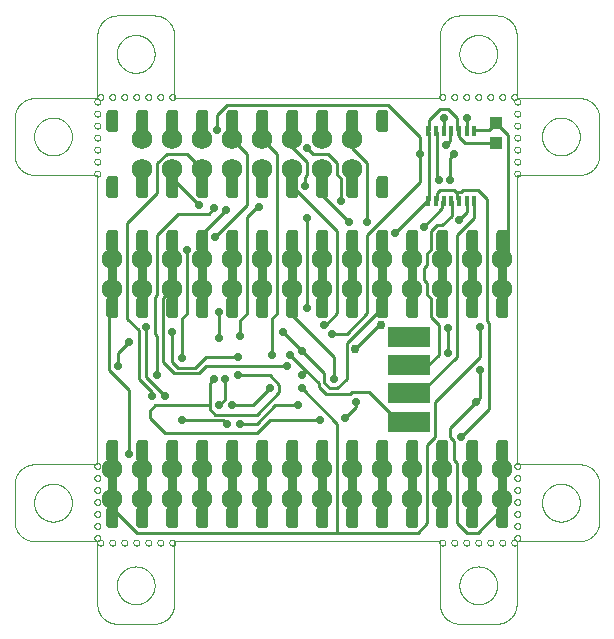
<source format=gbl>
G04 EAGLE Gerber RS-274X export*
G75*
%MOMM*%
%FSLAX34Y34*%
%LPD*%
%INBottom layer*%
%IPPOS*%
%AMOC8*
5,1,8,0,0,1.08239X$1,22.5*%
G01*
%ADD10C,0.000000*%
%ADD11R,3.600000X1.800000*%
%ADD12R,0.939800X0.939800*%
%ADD13C,1.752600*%
%ADD14R,0.350000X0.900000*%
%ADD15R,1.000000X1.100000*%
%ADD16C,0.254000*%
%ADD17C,0.736600*%
%ADD18C,0.756400*%

G36*
X244239Y191519D02*
X244239Y191519D01*
X244257Y191517D01*
X244439Y191538D01*
X244622Y191557D01*
X244639Y191562D01*
X244656Y191564D01*
X244831Y191621D01*
X245007Y191675D01*
X245022Y191683D01*
X245039Y191689D01*
X245199Y191779D01*
X245361Y191867D01*
X245374Y191878D01*
X245390Y191887D01*
X245529Y192007D01*
X245670Y192124D01*
X245681Y192138D01*
X245695Y192150D01*
X245807Y192295D01*
X245922Y192438D01*
X245930Y192454D01*
X245941Y192468D01*
X246023Y192633D01*
X246108Y192795D01*
X246113Y192812D01*
X246121Y192829D01*
X246168Y193007D01*
X246219Y193182D01*
X246221Y193200D01*
X246225Y193217D01*
X246252Y193548D01*
X246252Y207772D01*
X246251Y207787D01*
X246252Y207802D01*
X246252Y207804D01*
X246252Y207808D01*
X246231Y207990D01*
X246212Y208173D01*
X246207Y208190D01*
X246205Y208207D01*
X246148Y208382D01*
X246094Y208558D01*
X246086Y208573D01*
X246080Y208590D01*
X245990Y208750D01*
X245902Y208912D01*
X245891Y208925D01*
X245882Y208941D01*
X245762Y209080D01*
X245645Y209221D01*
X245631Y209232D01*
X245619Y209246D01*
X245474Y209358D01*
X245363Y209447D01*
X245363Y247749D01*
X245374Y247758D01*
X245390Y247767D01*
X245529Y247887D01*
X245670Y248004D01*
X245681Y248018D01*
X245695Y248030D01*
X245807Y248175D01*
X245922Y248318D01*
X245930Y248334D01*
X245941Y248348D01*
X246023Y248513D01*
X246108Y248675D01*
X246113Y248692D01*
X246121Y248709D01*
X246168Y248887D01*
X246219Y249062D01*
X246221Y249080D01*
X246225Y249097D01*
X246252Y249428D01*
X246252Y263652D01*
X246250Y263670D01*
X246252Y263688D01*
X246231Y263870D01*
X246212Y264053D01*
X246207Y264070D01*
X246205Y264087D01*
X246148Y264262D01*
X246094Y264438D01*
X246086Y264453D01*
X246080Y264470D01*
X245990Y264630D01*
X245902Y264792D01*
X245891Y264805D01*
X245882Y264821D01*
X245762Y264960D01*
X245645Y265101D01*
X245631Y265112D01*
X245619Y265126D01*
X245474Y265238D01*
X245331Y265353D01*
X245315Y265361D01*
X245301Y265372D01*
X245136Y265454D01*
X244974Y265539D01*
X244957Y265544D01*
X244941Y265552D01*
X244762Y265599D01*
X244587Y265650D01*
X244569Y265652D01*
X244552Y265656D01*
X244221Y265683D01*
X238379Y265683D01*
X238361Y265681D01*
X238343Y265683D01*
X238161Y265662D01*
X237978Y265643D01*
X237961Y265638D01*
X237944Y265636D01*
X237769Y265579D01*
X237593Y265525D01*
X237578Y265517D01*
X237561Y265511D01*
X237401Y265421D01*
X237239Y265333D01*
X237226Y265322D01*
X237210Y265313D01*
X237071Y265193D01*
X236930Y265076D01*
X236919Y265062D01*
X236906Y265050D01*
X236793Y264905D01*
X236678Y264762D01*
X236670Y264746D01*
X236659Y264732D01*
X236577Y264567D01*
X236492Y264405D01*
X236487Y264388D01*
X236479Y264372D01*
X236432Y264193D01*
X236381Y264018D01*
X236379Y264000D01*
X236375Y263983D01*
X236348Y263652D01*
X236348Y249428D01*
X236361Y249290D01*
X236367Y249152D01*
X236381Y249090D01*
X236388Y249027D01*
X236428Y248895D01*
X236461Y248761D01*
X236487Y248703D01*
X236506Y248642D01*
X236572Y248521D01*
X236630Y248395D01*
X236667Y248344D01*
X236698Y248288D01*
X236786Y248182D01*
X236868Y248071D01*
X236915Y248028D01*
X236955Y247979D01*
X237063Y247893D01*
X237165Y247799D01*
X237220Y247767D01*
X237237Y247753D01*
X237237Y209451D01*
X237226Y209442D01*
X237210Y209433D01*
X237071Y209313D01*
X236930Y209196D01*
X236919Y209182D01*
X236906Y209170D01*
X236793Y209025D01*
X236678Y208882D01*
X236670Y208866D01*
X236659Y208852D01*
X236577Y208687D01*
X236492Y208525D01*
X236487Y208508D01*
X236479Y208492D01*
X236432Y208313D01*
X236381Y208138D01*
X236379Y208120D01*
X236375Y208103D01*
X236348Y207772D01*
X236348Y193548D01*
X236350Y193530D01*
X236348Y193512D01*
X236369Y193330D01*
X236388Y193147D01*
X236393Y193130D01*
X236395Y193113D01*
X236452Y192938D01*
X236506Y192762D01*
X236514Y192747D01*
X236520Y192730D01*
X236610Y192570D01*
X236698Y192408D01*
X236709Y192395D01*
X236718Y192379D01*
X236838Y192240D01*
X236955Y192099D01*
X236969Y192088D01*
X236981Y192075D01*
X237126Y191962D01*
X237269Y191847D01*
X237285Y191839D01*
X237299Y191828D01*
X237464Y191746D01*
X237626Y191661D01*
X237643Y191656D01*
X237660Y191648D01*
X237838Y191601D01*
X238013Y191550D01*
X238031Y191548D01*
X238048Y191544D01*
X238379Y191517D01*
X244221Y191517D01*
X244239Y191519D01*
G37*
G36*
X66439Y13719D02*
X66439Y13719D01*
X66457Y13717D01*
X66639Y13738D01*
X66822Y13757D01*
X66839Y13762D01*
X66856Y13764D01*
X67031Y13821D01*
X67207Y13875D01*
X67222Y13883D01*
X67239Y13889D01*
X67399Y13979D01*
X67561Y14067D01*
X67574Y14078D01*
X67590Y14087D01*
X67729Y14207D01*
X67870Y14324D01*
X67881Y14338D01*
X67895Y14350D01*
X68007Y14495D01*
X68122Y14638D01*
X68130Y14654D01*
X68141Y14668D01*
X68223Y14833D01*
X68308Y14995D01*
X68313Y15012D01*
X68321Y15029D01*
X68368Y15207D01*
X68419Y15382D01*
X68421Y15400D01*
X68425Y15417D01*
X68452Y15748D01*
X68452Y29972D01*
X68451Y29987D01*
X68452Y30002D01*
X68452Y30004D01*
X68452Y30008D01*
X68431Y30190D01*
X68412Y30373D01*
X68407Y30390D01*
X68405Y30407D01*
X68348Y30582D01*
X68294Y30758D01*
X68286Y30773D01*
X68280Y30790D01*
X68190Y30950D01*
X68102Y31112D01*
X68091Y31125D01*
X68082Y31141D01*
X67962Y31280D01*
X67845Y31421D01*
X67831Y31432D01*
X67819Y31446D01*
X67674Y31558D01*
X67563Y31647D01*
X67563Y69949D01*
X67574Y69958D01*
X67590Y69967D01*
X67729Y70087D01*
X67870Y70204D01*
X67881Y70218D01*
X67895Y70230D01*
X68007Y70375D01*
X68122Y70518D01*
X68130Y70534D01*
X68141Y70548D01*
X68223Y70713D01*
X68308Y70875D01*
X68313Y70892D01*
X68321Y70909D01*
X68368Y71087D01*
X68419Y71262D01*
X68421Y71280D01*
X68425Y71297D01*
X68452Y71628D01*
X68452Y85852D01*
X68450Y85870D01*
X68452Y85888D01*
X68431Y86070D01*
X68412Y86253D01*
X68407Y86270D01*
X68405Y86287D01*
X68348Y86462D01*
X68294Y86638D01*
X68286Y86653D01*
X68280Y86670D01*
X68190Y86830D01*
X68102Y86992D01*
X68091Y87005D01*
X68082Y87021D01*
X67962Y87160D01*
X67845Y87301D01*
X67831Y87312D01*
X67819Y87326D01*
X67674Y87438D01*
X67531Y87553D01*
X67515Y87561D01*
X67501Y87572D01*
X67336Y87654D01*
X67174Y87739D01*
X67157Y87744D01*
X67141Y87752D01*
X66962Y87799D01*
X66787Y87850D01*
X66769Y87852D01*
X66752Y87856D01*
X66421Y87883D01*
X60579Y87883D01*
X60561Y87881D01*
X60543Y87883D01*
X60361Y87862D01*
X60178Y87843D01*
X60161Y87838D01*
X60144Y87836D01*
X59969Y87779D01*
X59793Y87725D01*
X59778Y87717D01*
X59761Y87711D01*
X59601Y87621D01*
X59439Y87533D01*
X59426Y87522D01*
X59410Y87513D01*
X59271Y87393D01*
X59130Y87276D01*
X59119Y87262D01*
X59106Y87250D01*
X58993Y87105D01*
X58878Y86962D01*
X58870Y86946D01*
X58859Y86932D01*
X58777Y86767D01*
X58692Y86605D01*
X58687Y86588D01*
X58679Y86572D01*
X58632Y86393D01*
X58581Y86218D01*
X58579Y86200D01*
X58575Y86183D01*
X58548Y85852D01*
X58548Y71628D01*
X58561Y71490D01*
X58567Y71352D01*
X58581Y71290D01*
X58588Y71227D01*
X58628Y71095D01*
X58661Y70961D01*
X58687Y70903D01*
X58706Y70842D01*
X58772Y70721D01*
X58830Y70595D01*
X58867Y70544D01*
X58898Y70488D01*
X58986Y70382D01*
X59068Y70271D01*
X59115Y70228D01*
X59155Y70179D01*
X59263Y70093D01*
X59365Y69999D01*
X59420Y69967D01*
X59437Y69953D01*
X59437Y31651D01*
X59426Y31642D01*
X59410Y31633D01*
X59271Y31513D01*
X59130Y31396D01*
X59119Y31382D01*
X59106Y31370D01*
X58993Y31225D01*
X58878Y31082D01*
X58870Y31066D01*
X58859Y31052D01*
X58777Y30887D01*
X58692Y30725D01*
X58687Y30708D01*
X58679Y30692D01*
X58632Y30513D01*
X58581Y30338D01*
X58579Y30320D01*
X58575Y30303D01*
X58548Y29972D01*
X58548Y15748D01*
X58550Y15730D01*
X58548Y15712D01*
X58569Y15530D01*
X58588Y15347D01*
X58593Y15330D01*
X58595Y15313D01*
X58652Y15138D01*
X58706Y14962D01*
X58714Y14947D01*
X58720Y14930D01*
X58810Y14770D01*
X58898Y14608D01*
X58909Y14595D01*
X58918Y14579D01*
X59038Y14440D01*
X59155Y14299D01*
X59169Y14288D01*
X59181Y14275D01*
X59326Y14162D01*
X59469Y14047D01*
X59485Y14039D01*
X59499Y14028D01*
X59664Y13946D01*
X59826Y13861D01*
X59843Y13856D01*
X59860Y13848D01*
X60038Y13801D01*
X60213Y13750D01*
X60231Y13748D01*
X60248Y13744D01*
X60579Y13717D01*
X66421Y13717D01*
X66439Y13719D01*
G37*
G36*
X218839Y13719D02*
X218839Y13719D01*
X218857Y13717D01*
X219039Y13738D01*
X219222Y13757D01*
X219239Y13762D01*
X219256Y13764D01*
X219431Y13821D01*
X219607Y13875D01*
X219622Y13883D01*
X219639Y13889D01*
X219799Y13979D01*
X219961Y14067D01*
X219974Y14078D01*
X219990Y14087D01*
X220129Y14207D01*
X220270Y14324D01*
X220281Y14338D01*
X220295Y14350D01*
X220407Y14495D01*
X220522Y14638D01*
X220530Y14654D01*
X220541Y14668D01*
X220623Y14833D01*
X220708Y14995D01*
X220713Y15012D01*
X220721Y15029D01*
X220768Y15207D01*
X220819Y15382D01*
X220821Y15400D01*
X220825Y15417D01*
X220852Y15748D01*
X220852Y29972D01*
X220851Y29987D01*
X220852Y30002D01*
X220852Y30004D01*
X220852Y30008D01*
X220831Y30190D01*
X220812Y30373D01*
X220807Y30390D01*
X220805Y30407D01*
X220748Y30582D01*
X220694Y30758D01*
X220686Y30773D01*
X220680Y30790D01*
X220590Y30950D01*
X220502Y31112D01*
X220491Y31125D01*
X220482Y31141D01*
X220362Y31280D01*
X220245Y31421D01*
X220231Y31432D01*
X220219Y31446D01*
X220074Y31558D01*
X219963Y31647D01*
X219963Y69949D01*
X219974Y69958D01*
X219990Y69967D01*
X220129Y70087D01*
X220270Y70204D01*
X220281Y70218D01*
X220295Y70230D01*
X220407Y70375D01*
X220522Y70518D01*
X220530Y70534D01*
X220541Y70548D01*
X220623Y70713D01*
X220708Y70875D01*
X220713Y70892D01*
X220721Y70909D01*
X220768Y71087D01*
X220819Y71262D01*
X220821Y71280D01*
X220825Y71297D01*
X220852Y71628D01*
X220852Y85852D01*
X220850Y85870D01*
X220852Y85888D01*
X220831Y86070D01*
X220812Y86253D01*
X220807Y86270D01*
X220805Y86287D01*
X220748Y86462D01*
X220694Y86638D01*
X220686Y86653D01*
X220680Y86670D01*
X220590Y86830D01*
X220502Y86992D01*
X220491Y87005D01*
X220482Y87021D01*
X220362Y87160D01*
X220245Y87301D01*
X220231Y87312D01*
X220219Y87326D01*
X220074Y87438D01*
X219931Y87553D01*
X219915Y87561D01*
X219901Y87572D01*
X219736Y87654D01*
X219574Y87739D01*
X219557Y87744D01*
X219541Y87752D01*
X219362Y87799D01*
X219187Y87850D01*
X219169Y87852D01*
X219152Y87856D01*
X218821Y87883D01*
X212979Y87883D01*
X212961Y87881D01*
X212943Y87883D01*
X212761Y87862D01*
X212578Y87843D01*
X212561Y87838D01*
X212544Y87836D01*
X212369Y87779D01*
X212193Y87725D01*
X212178Y87717D01*
X212161Y87711D01*
X212001Y87621D01*
X211839Y87533D01*
X211826Y87522D01*
X211810Y87513D01*
X211671Y87393D01*
X211530Y87276D01*
X211519Y87262D01*
X211506Y87250D01*
X211393Y87105D01*
X211278Y86962D01*
X211270Y86946D01*
X211259Y86932D01*
X211177Y86767D01*
X211092Y86605D01*
X211087Y86588D01*
X211079Y86572D01*
X211032Y86393D01*
X210981Y86218D01*
X210979Y86200D01*
X210975Y86183D01*
X210948Y85852D01*
X210948Y71628D01*
X210961Y71490D01*
X210967Y71352D01*
X210981Y71290D01*
X210988Y71227D01*
X211028Y71095D01*
X211061Y70961D01*
X211087Y70903D01*
X211106Y70842D01*
X211172Y70721D01*
X211230Y70595D01*
X211267Y70544D01*
X211298Y70488D01*
X211386Y70382D01*
X211468Y70271D01*
X211515Y70228D01*
X211555Y70179D01*
X211663Y70093D01*
X211765Y69999D01*
X211820Y69967D01*
X211837Y69953D01*
X211837Y31651D01*
X211826Y31642D01*
X211810Y31633D01*
X211671Y31513D01*
X211530Y31396D01*
X211519Y31382D01*
X211506Y31370D01*
X211393Y31225D01*
X211278Y31082D01*
X211270Y31066D01*
X211259Y31052D01*
X211177Y30887D01*
X211092Y30725D01*
X211087Y30708D01*
X211079Y30692D01*
X211032Y30513D01*
X210981Y30338D01*
X210979Y30320D01*
X210975Y30303D01*
X210948Y29972D01*
X210948Y15748D01*
X210950Y15730D01*
X210948Y15712D01*
X210969Y15530D01*
X210988Y15347D01*
X210993Y15330D01*
X210995Y15313D01*
X211052Y15138D01*
X211106Y14962D01*
X211114Y14947D01*
X211120Y14930D01*
X211210Y14770D01*
X211298Y14608D01*
X211309Y14595D01*
X211318Y14579D01*
X211438Y14440D01*
X211555Y14299D01*
X211569Y14288D01*
X211581Y14275D01*
X211726Y14162D01*
X211869Y14047D01*
X211885Y14039D01*
X211899Y14028D01*
X212064Y13946D01*
X212226Y13861D01*
X212243Y13856D01*
X212260Y13848D01*
X212438Y13801D01*
X212613Y13750D01*
X212631Y13748D01*
X212648Y13744D01*
X212979Y13717D01*
X218821Y13717D01*
X218839Y13719D01*
G37*
G36*
X117239Y13719D02*
X117239Y13719D01*
X117257Y13717D01*
X117439Y13738D01*
X117622Y13757D01*
X117639Y13762D01*
X117656Y13764D01*
X117831Y13821D01*
X118007Y13875D01*
X118022Y13883D01*
X118039Y13889D01*
X118199Y13979D01*
X118361Y14067D01*
X118374Y14078D01*
X118390Y14087D01*
X118529Y14207D01*
X118670Y14324D01*
X118681Y14338D01*
X118695Y14350D01*
X118807Y14495D01*
X118922Y14638D01*
X118930Y14654D01*
X118941Y14668D01*
X119023Y14833D01*
X119108Y14995D01*
X119113Y15012D01*
X119121Y15029D01*
X119168Y15207D01*
X119219Y15382D01*
X119221Y15400D01*
X119225Y15417D01*
X119252Y15748D01*
X119252Y29972D01*
X119251Y29987D01*
X119252Y30002D01*
X119252Y30004D01*
X119252Y30008D01*
X119231Y30190D01*
X119212Y30373D01*
X119207Y30390D01*
X119205Y30407D01*
X119148Y30582D01*
X119094Y30758D01*
X119086Y30773D01*
X119080Y30790D01*
X118990Y30950D01*
X118902Y31112D01*
X118891Y31125D01*
X118882Y31141D01*
X118762Y31280D01*
X118645Y31421D01*
X118631Y31432D01*
X118619Y31446D01*
X118474Y31558D01*
X118363Y31647D01*
X118363Y69949D01*
X118374Y69958D01*
X118390Y69967D01*
X118529Y70087D01*
X118670Y70204D01*
X118681Y70218D01*
X118695Y70230D01*
X118807Y70375D01*
X118922Y70518D01*
X118930Y70534D01*
X118941Y70548D01*
X119023Y70713D01*
X119108Y70875D01*
X119113Y70892D01*
X119121Y70909D01*
X119168Y71087D01*
X119219Y71262D01*
X119221Y71280D01*
X119225Y71297D01*
X119252Y71628D01*
X119252Y85852D01*
X119250Y85870D01*
X119252Y85888D01*
X119231Y86070D01*
X119212Y86253D01*
X119207Y86270D01*
X119205Y86287D01*
X119148Y86462D01*
X119094Y86638D01*
X119086Y86653D01*
X119080Y86670D01*
X118990Y86830D01*
X118902Y86992D01*
X118891Y87005D01*
X118882Y87021D01*
X118762Y87160D01*
X118645Y87301D01*
X118631Y87312D01*
X118619Y87326D01*
X118474Y87438D01*
X118331Y87553D01*
X118315Y87561D01*
X118301Y87572D01*
X118136Y87654D01*
X117974Y87739D01*
X117957Y87744D01*
X117941Y87752D01*
X117762Y87799D01*
X117587Y87850D01*
X117569Y87852D01*
X117552Y87856D01*
X117221Y87883D01*
X111379Y87883D01*
X111361Y87881D01*
X111343Y87883D01*
X111161Y87862D01*
X110978Y87843D01*
X110961Y87838D01*
X110944Y87836D01*
X110769Y87779D01*
X110593Y87725D01*
X110578Y87717D01*
X110561Y87711D01*
X110401Y87621D01*
X110239Y87533D01*
X110226Y87522D01*
X110210Y87513D01*
X110071Y87393D01*
X109930Y87276D01*
X109919Y87262D01*
X109906Y87250D01*
X109793Y87105D01*
X109678Y86962D01*
X109670Y86946D01*
X109659Y86932D01*
X109577Y86767D01*
X109492Y86605D01*
X109487Y86588D01*
X109479Y86572D01*
X109432Y86393D01*
X109381Y86218D01*
X109379Y86200D01*
X109375Y86183D01*
X109348Y85852D01*
X109348Y71628D01*
X109361Y71490D01*
X109367Y71352D01*
X109381Y71290D01*
X109388Y71227D01*
X109428Y71095D01*
X109461Y70961D01*
X109487Y70903D01*
X109506Y70842D01*
X109572Y70721D01*
X109630Y70595D01*
X109667Y70544D01*
X109698Y70488D01*
X109786Y70382D01*
X109868Y70271D01*
X109915Y70228D01*
X109955Y70179D01*
X110063Y70093D01*
X110165Y69999D01*
X110220Y69967D01*
X110237Y69953D01*
X110237Y31651D01*
X110226Y31642D01*
X110210Y31633D01*
X110071Y31513D01*
X109930Y31396D01*
X109919Y31382D01*
X109906Y31370D01*
X109793Y31225D01*
X109678Y31082D01*
X109670Y31066D01*
X109659Y31052D01*
X109577Y30887D01*
X109492Y30725D01*
X109487Y30708D01*
X109479Y30692D01*
X109432Y30513D01*
X109381Y30338D01*
X109379Y30320D01*
X109375Y30303D01*
X109348Y29972D01*
X109348Y15748D01*
X109350Y15730D01*
X109348Y15712D01*
X109369Y15530D01*
X109388Y15347D01*
X109393Y15330D01*
X109395Y15313D01*
X109452Y15138D01*
X109506Y14962D01*
X109514Y14947D01*
X109520Y14930D01*
X109610Y14770D01*
X109698Y14608D01*
X109709Y14595D01*
X109718Y14579D01*
X109838Y14440D01*
X109955Y14299D01*
X109969Y14288D01*
X109981Y14275D01*
X110126Y14162D01*
X110269Y14047D01*
X110285Y14039D01*
X110299Y14028D01*
X110464Y13946D01*
X110626Y13861D01*
X110643Y13856D01*
X110660Y13848D01*
X110838Y13801D01*
X111013Y13750D01*
X111031Y13748D01*
X111048Y13744D01*
X111379Y13717D01*
X117221Y13717D01*
X117239Y13719D01*
G37*
G36*
X91839Y13719D02*
X91839Y13719D01*
X91857Y13717D01*
X92039Y13738D01*
X92222Y13757D01*
X92239Y13762D01*
X92256Y13764D01*
X92431Y13821D01*
X92607Y13875D01*
X92622Y13883D01*
X92639Y13889D01*
X92799Y13979D01*
X92961Y14067D01*
X92974Y14078D01*
X92990Y14087D01*
X93129Y14207D01*
X93270Y14324D01*
X93281Y14338D01*
X93295Y14350D01*
X93407Y14495D01*
X93522Y14638D01*
X93530Y14654D01*
X93541Y14668D01*
X93623Y14833D01*
X93708Y14995D01*
X93713Y15012D01*
X93721Y15029D01*
X93768Y15207D01*
X93819Y15382D01*
X93821Y15400D01*
X93825Y15417D01*
X93852Y15748D01*
X93852Y29972D01*
X93851Y29987D01*
X93852Y30002D01*
X93852Y30004D01*
X93852Y30008D01*
X93831Y30190D01*
X93812Y30373D01*
X93807Y30390D01*
X93805Y30407D01*
X93748Y30582D01*
X93694Y30758D01*
X93686Y30773D01*
X93680Y30790D01*
X93590Y30950D01*
X93502Y31112D01*
X93491Y31125D01*
X93482Y31141D01*
X93362Y31280D01*
X93245Y31421D01*
X93231Y31432D01*
X93219Y31446D01*
X93074Y31558D01*
X92963Y31647D01*
X92963Y69949D01*
X92974Y69958D01*
X92990Y69967D01*
X93129Y70087D01*
X93270Y70204D01*
X93281Y70218D01*
X93295Y70230D01*
X93407Y70375D01*
X93522Y70518D01*
X93530Y70534D01*
X93541Y70548D01*
X93623Y70713D01*
X93708Y70875D01*
X93713Y70892D01*
X93721Y70909D01*
X93768Y71087D01*
X93819Y71262D01*
X93821Y71280D01*
X93825Y71297D01*
X93852Y71628D01*
X93852Y85852D01*
X93850Y85870D01*
X93852Y85888D01*
X93831Y86070D01*
X93812Y86253D01*
X93807Y86270D01*
X93805Y86287D01*
X93748Y86462D01*
X93694Y86638D01*
X93686Y86653D01*
X93680Y86670D01*
X93590Y86830D01*
X93502Y86992D01*
X93491Y87005D01*
X93482Y87021D01*
X93362Y87160D01*
X93245Y87301D01*
X93231Y87312D01*
X93219Y87326D01*
X93074Y87438D01*
X92931Y87553D01*
X92915Y87561D01*
X92901Y87572D01*
X92736Y87654D01*
X92574Y87739D01*
X92557Y87744D01*
X92541Y87752D01*
X92362Y87799D01*
X92187Y87850D01*
X92169Y87852D01*
X92152Y87856D01*
X91821Y87883D01*
X85979Y87883D01*
X85961Y87881D01*
X85943Y87883D01*
X85761Y87862D01*
X85578Y87843D01*
X85561Y87838D01*
X85544Y87836D01*
X85369Y87779D01*
X85193Y87725D01*
X85178Y87717D01*
X85161Y87711D01*
X85001Y87621D01*
X84839Y87533D01*
X84826Y87522D01*
X84810Y87513D01*
X84671Y87393D01*
X84530Y87276D01*
X84519Y87262D01*
X84506Y87250D01*
X84393Y87105D01*
X84278Y86962D01*
X84270Y86946D01*
X84259Y86932D01*
X84177Y86767D01*
X84092Y86605D01*
X84087Y86588D01*
X84079Y86572D01*
X84032Y86393D01*
X83981Y86218D01*
X83979Y86200D01*
X83975Y86183D01*
X83948Y85852D01*
X83948Y71628D01*
X83961Y71490D01*
X83967Y71352D01*
X83981Y71290D01*
X83988Y71227D01*
X84028Y71095D01*
X84061Y70961D01*
X84087Y70903D01*
X84106Y70842D01*
X84172Y70721D01*
X84230Y70595D01*
X84267Y70544D01*
X84298Y70488D01*
X84386Y70382D01*
X84468Y70271D01*
X84515Y70228D01*
X84555Y70179D01*
X84663Y70093D01*
X84765Y69999D01*
X84820Y69967D01*
X84837Y69953D01*
X84837Y31651D01*
X84826Y31642D01*
X84810Y31633D01*
X84671Y31513D01*
X84530Y31396D01*
X84519Y31382D01*
X84506Y31370D01*
X84393Y31225D01*
X84278Y31082D01*
X84270Y31066D01*
X84259Y31052D01*
X84177Y30887D01*
X84092Y30725D01*
X84087Y30708D01*
X84079Y30692D01*
X84032Y30513D01*
X83981Y30338D01*
X83979Y30320D01*
X83975Y30303D01*
X83948Y29972D01*
X83948Y15748D01*
X83950Y15730D01*
X83948Y15712D01*
X83969Y15530D01*
X83988Y15347D01*
X83993Y15330D01*
X83995Y15313D01*
X84052Y15138D01*
X84106Y14962D01*
X84114Y14947D01*
X84120Y14930D01*
X84210Y14770D01*
X84298Y14608D01*
X84309Y14595D01*
X84318Y14579D01*
X84438Y14440D01*
X84555Y14299D01*
X84569Y14288D01*
X84581Y14275D01*
X84726Y14162D01*
X84869Y14047D01*
X84885Y14039D01*
X84899Y14028D01*
X85064Y13946D01*
X85226Y13861D01*
X85243Y13856D01*
X85260Y13848D01*
X85438Y13801D01*
X85613Y13750D01*
X85631Y13748D01*
X85648Y13744D01*
X85979Y13717D01*
X91821Y13717D01*
X91839Y13719D01*
G37*
G36*
X168039Y13719D02*
X168039Y13719D01*
X168057Y13717D01*
X168239Y13738D01*
X168422Y13757D01*
X168439Y13762D01*
X168456Y13764D01*
X168631Y13821D01*
X168807Y13875D01*
X168822Y13883D01*
X168839Y13889D01*
X168999Y13979D01*
X169161Y14067D01*
X169174Y14078D01*
X169190Y14087D01*
X169329Y14207D01*
X169470Y14324D01*
X169481Y14338D01*
X169495Y14350D01*
X169607Y14495D01*
X169722Y14638D01*
X169730Y14654D01*
X169741Y14668D01*
X169823Y14833D01*
X169908Y14995D01*
X169913Y15012D01*
X169921Y15029D01*
X169968Y15207D01*
X170019Y15382D01*
X170021Y15400D01*
X170025Y15417D01*
X170052Y15748D01*
X170052Y29972D01*
X170051Y29987D01*
X170052Y30002D01*
X170052Y30004D01*
X170052Y30008D01*
X170031Y30190D01*
X170012Y30373D01*
X170007Y30390D01*
X170005Y30407D01*
X169948Y30582D01*
X169894Y30758D01*
X169886Y30773D01*
X169880Y30790D01*
X169790Y30950D01*
X169702Y31112D01*
X169691Y31125D01*
X169682Y31141D01*
X169562Y31280D01*
X169445Y31421D01*
X169431Y31432D01*
X169419Y31446D01*
X169274Y31558D01*
X169163Y31647D01*
X169163Y69949D01*
X169174Y69958D01*
X169190Y69967D01*
X169329Y70087D01*
X169470Y70204D01*
X169481Y70218D01*
X169495Y70230D01*
X169607Y70375D01*
X169722Y70518D01*
X169730Y70534D01*
X169741Y70548D01*
X169823Y70713D01*
X169908Y70875D01*
X169913Y70892D01*
X169921Y70909D01*
X169968Y71087D01*
X170019Y71262D01*
X170021Y71280D01*
X170025Y71297D01*
X170052Y71628D01*
X170052Y85852D01*
X170050Y85870D01*
X170052Y85888D01*
X170031Y86070D01*
X170012Y86253D01*
X170007Y86270D01*
X170005Y86287D01*
X169948Y86462D01*
X169894Y86638D01*
X169886Y86653D01*
X169880Y86670D01*
X169790Y86830D01*
X169702Y86992D01*
X169691Y87005D01*
X169682Y87021D01*
X169562Y87160D01*
X169445Y87301D01*
X169431Y87312D01*
X169419Y87326D01*
X169274Y87438D01*
X169131Y87553D01*
X169115Y87561D01*
X169101Y87572D01*
X168936Y87654D01*
X168774Y87739D01*
X168757Y87744D01*
X168741Y87752D01*
X168562Y87799D01*
X168387Y87850D01*
X168369Y87852D01*
X168352Y87856D01*
X168021Y87883D01*
X162179Y87883D01*
X162161Y87881D01*
X162143Y87883D01*
X161961Y87862D01*
X161778Y87843D01*
X161761Y87838D01*
X161744Y87836D01*
X161569Y87779D01*
X161393Y87725D01*
X161378Y87717D01*
X161361Y87711D01*
X161201Y87621D01*
X161039Y87533D01*
X161026Y87522D01*
X161010Y87513D01*
X160871Y87393D01*
X160730Y87276D01*
X160719Y87262D01*
X160706Y87250D01*
X160593Y87105D01*
X160478Y86962D01*
X160470Y86946D01*
X160459Y86932D01*
X160377Y86767D01*
X160292Y86605D01*
X160287Y86588D01*
X160279Y86572D01*
X160232Y86393D01*
X160181Y86218D01*
X160179Y86200D01*
X160175Y86183D01*
X160148Y85852D01*
X160148Y71628D01*
X160161Y71490D01*
X160167Y71352D01*
X160181Y71290D01*
X160188Y71227D01*
X160228Y71095D01*
X160261Y70961D01*
X160287Y70903D01*
X160306Y70842D01*
X160372Y70721D01*
X160430Y70595D01*
X160467Y70544D01*
X160498Y70488D01*
X160586Y70382D01*
X160668Y70271D01*
X160715Y70228D01*
X160755Y70179D01*
X160863Y70093D01*
X160965Y69999D01*
X161020Y69967D01*
X161037Y69953D01*
X161037Y31651D01*
X161026Y31642D01*
X161010Y31633D01*
X160871Y31513D01*
X160730Y31396D01*
X160719Y31382D01*
X160706Y31370D01*
X160593Y31225D01*
X160478Y31082D01*
X160470Y31066D01*
X160459Y31052D01*
X160377Y30887D01*
X160292Y30725D01*
X160287Y30708D01*
X160279Y30692D01*
X160232Y30513D01*
X160181Y30338D01*
X160179Y30320D01*
X160175Y30303D01*
X160148Y29972D01*
X160148Y15748D01*
X160150Y15730D01*
X160148Y15712D01*
X160169Y15530D01*
X160188Y15347D01*
X160193Y15330D01*
X160195Y15313D01*
X160252Y15138D01*
X160306Y14962D01*
X160314Y14947D01*
X160320Y14930D01*
X160410Y14770D01*
X160498Y14608D01*
X160509Y14595D01*
X160518Y14579D01*
X160638Y14440D01*
X160755Y14299D01*
X160769Y14288D01*
X160781Y14275D01*
X160926Y14162D01*
X161069Y14047D01*
X161085Y14039D01*
X161099Y14028D01*
X161264Y13946D01*
X161426Y13861D01*
X161443Y13856D01*
X161460Y13848D01*
X161638Y13801D01*
X161813Y13750D01*
X161831Y13748D01*
X161848Y13744D01*
X162179Y13717D01*
X168021Y13717D01*
X168039Y13719D01*
G37*
G36*
X345839Y13719D02*
X345839Y13719D01*
X345857Y13717D01*
X346039Y13738D01*
X346222Y13757D01*
X346239Y13762D01*
X346256Y13764D01*
X346431Y13821D01*
X346607Y13875D01*
X346622Y13883D01*
X346639Y13889D01*
X346799Y13979D01*
X346961Y14067D01*
X346974Y14078D01*
X346990Y14087D01*
X347129Y14207D01*
X347270Y14324D01*
X347281Y14338D01*
X347295Y14350D01*
X347407Y14495D01*
X347522Y14638D01*
X347530Y14654D01*
X347541Y14668D01*
X347623Y14833D01*
X347708Y14995D01*
X347713Y15012D01*
X347721Y15029D01*
X347768Y15207D01*
X347819Y15382D01*
X347821Y15400D01*
X347825Y15417D01*
X347852Y15748D01*
X347852Y29972D01*
X347851Y29987D01*
X347852Y30002D01*
X347852Y30004D01*
X347852Y30008D01*
X347831Y30190D01*
X347812Y30373D01*
X347807Y30390D01*
X347805Y30407D01*
X347748Y30582D01*
X347694Y30758D01*
X347686Y30773D01*
X347680Y30790D01*
X347590Y30950D01*
X347502Y31112D01*
X347491Y31125D01*
X347482Y31141D01*
X347362Y31280D01*
X347245Y31421D01*
X347231Y31432D01*
X347219Y31446D01*
X347074Y31558D01*
X346963Y31647D01*
X346963Y69949D01*
X346974Y69958D01*
X346990Y69967D01*
X347129Y70087D01*
X347270Y70204D01*
X347281Y70218D01*
X347295Y70230D01*
X347407Y70375D01*
X347522Y70518D01*
X347530Y70534D01*
X347541Y70548D01*
X347623Y70713D01*
X347708Y70875D01*
X347713Y70892D01*
X347721Y70909D01*
X347768Y71087D01*
X347819Y71262D01*
X347821Y71280D01*
X347825Y71297D01*
X347852Y71628D01*
X347852Y85852D01*
X347850Y85870D01*
X347852Y85888D01*
X347831Y86070D01*
X347812Y86253D01*
X347807Y86270D01*
X347805Y86287D01*
X347748Y86462D01*
X347694Y86638D01*
X347686Y86653D01*
X347680Y86670D01*
X347590Y86830D01*
X347502Y86992D01*
X347491Y87005D01*
X347482Y87021D01*
X347362Y87160D01*
X347245Y87301D01*
X347231Y87312D01*
X347219Y87326D01*
X347074Y87438D01*
X346931Y87553D01*
X346915Y87561D01*
X346901Y87572D01*
X346736Y87654D01*
X346574Y87739D01*
X346557Y87744D01*
X346541Y87752D01*
X346362Y87799D01*
X346187Y87850D01*
X346169Y87852D01*
X346152Y87856D01*
X345821Y87883D01*
X339979Y87883D01*
X339961Y87881D01*
X339943Y87883D01*
X339761Y87862D01*
X339578Y87843D01*
X339561Y87838D01*
X339544Y87836D01*
X339369Y87779D01*
X339193Y87725D01*
X339178Y87717D01*
X339161Y87711D01*
X339001Y87621D01*
X338839Y87533D01*
X338826Y87522D01*
X338810Y87513D01*
X338671Y87393D01*
X338530Y87276D01*
X338519Y87262D01*
X338506Y87250D01*
X338393Y87105D01*
X338278Y86962D01*
X338270Y86946D01*
X338259Y86932D01*
X338177Y86767D01*
X338092Y86605D01*
X338087Y86588D01*
X338079Y86572D01*
X338032Y86393D01*
X337981Y86218D01*
X337979Y86200D01*
X337975Y86183D01*
X337948Y85852D01*
X337948Y71628D01*
X337961Y71490D01*
X337967Y71352D01*
X337981Y71290D01*
X337988Y71227D01*
X338028Y71095D01*
X338061Y70961D01*
X338087Y70903D01*
X338106Y70842D01*
X338172Y70721D01*
X338230Y70595D01*
X338267Y70544D01*
X338298Y70488D01*
X338386Y70382D01*
X338468Y70271D01*
X338515Y70228D01*
X338555Y70179D01*
X338663Y70093D01*
X338765Y69999D01*
X338820Y69967D01*
X338837Y69953D01*
X338837Y31651D01*
X338826Y31642D01*
X338810Y31633D01*
X338671Y31513D01*
X338530Y31396D01*
X338519Y31382D01*
X338506Y31370D01*
X338393Y31225D01*
X338278Y31082D01*
X338270Y31066D01*
X338259Y31052D01*
X338177Y30887D01*
X338092Y30725D01*
X338087Y30708D01*
X338079Y30692D01*
X338032Y30513D01*
X337981Y30338D01*
X337979Y30320D01*
X337975Y30303D01*
X337948Y29972D01*
X337948Y15748D01*
X337950Y15730D01*
X337948Y15712D01*
X337969Y15530D01*
X337988Y15347D01*
X337993Y15330D01*
X337995Y15313D01*
X338052Y15138D01*
X338106Y14962D01*
X338114Y14947D01*
X338120Y14930D01*
X338210Y14770D01*
X338298Y14608D01*
X338309Y14595D01*
X338318Y14579D01*
X338438Y14440D01*
X338555Y14299D01*
X338569Y14288D01*
X338581Y14275D01*
X338726Y14162D01*
X338869Y14047D01*
X338885Y14039D01*
X338899Y14028D01*
X339064Y13946D01*
X339226Y13861D01*
X339243Y13856D01*
X339260Y13848D01*
X339438Y13801D01*
X339613Y13750D01*
X339631Y13748D01*
X339648Y13744D01*
X339979Y13717D01*
X345821Y13717D01*
X345839Y13719D01*
G37*
G36*
X269639Y13719D02*
X269639Y13719D01*
X269657Y13717D01*
X269839Y13738D01*
X270022Y13757D01*
X270039Y13762D01*
X270056Y13764D01*
X270231Y13821D01*
X270407Y13875D01*
X270422Y13883D01*
X270439Y13889D01*
X270599Y13979D01*
X270761Y14067D01*
X270774Y14078D01*
X270790Y14087D01*
X270929Y14207D01*
X271070Y14324D01*
X271081Y14338D01*
X271095Y14350D01*
X271207Y14495D01*
X271322Y14638D01*
X271330Y14654D01*
X271341Y14668D01*
X271423Y14833D01*
X271508Y14995D01*
X271513Y15012D01*
X271521Y15029D01*
X271568Y15207D01*
X271619Y15382D01*
X271621Y15400D01*
X271625Y15417D01*
X271652Y15748D01*
X271652Y29972D01*
X271651Y29987D01*
X271652Y30002D01*
X271652Y30004D01*
X271652Y30008D01*
X271631Y30190D01*
X271612Y30373D01*
X271607Y30390D01*
X271605Y30407D01*
X271548Y30582D01*
X271494Y30758D01*
X271486Y30773D01*
X271480Y30790D01*
X271390Y30950D01*
X271302Y31112D01*
X271291Y31125D01*
X271282Y31141D01*
X271162Y31280D01*
X271045Y31421D01*
X271031Y31432D01*
X271019Y31446D01*
X270874Y31558D01*
X270763Y31647D01*
X270763Y69949D01*
X270774Y69958D01*
X270790Y69967D01*
X270929Y70087D01*
X271070Y70204D01*
X271081Y70218D01*
X271095Y70230D01*
X271207Y70375D01*
X271322Y70518D01*
X271330Y70534D01*
X271341Y70548D01*
X271423Y70713D01*
X271508Y70875D01*
X271513Y70892D01*
X271521Y70909D01*
X271568Y71087D01*
X271619Y71262D01*
X271621Y71280D01*
X271625Y71297D01*
X271652Y71628D01*
X271652Y85852D01*
X271650Y85870D01*
X271652Y85888D01*
X271631Y86070D01*
X271612Y86253D01*
X271607Y86270D01*
X271605Y86287D01*
X271548Y86462D01*
X271494Y86638D01*
X271486Y86653D01*
X271480Y86670D01*
X271390Y86830D01*
X271302Y86992D01*
X271291Y87005D01*
X271282Y87021D01*
X271162Y87160D01*
X271045Y87301D01*
X271031Y87312D01*
X271019Y87326D01*
X270874Y87438D01*
X270731Y87553D01*
X270715Y87561D01*
X270701Y87572D01*
X270536Y87654D01*
X270374Y87739D01*
X270357Y87744D01*
X270341Y87752D01*
X270162Y87799D01*
X269987Y87850D01*
X269969Y87852D01*
X269952Y87856D01*
X269621Y87883D01*
X263779Y87883D01*
X263761Y87881D01*
X263743Y87883D01*
X263561Y87862D01*
X263378Y87843D01*
X263361Y87838D01*
X263344Y87836D01*
X263169Y87779D01*
X262993Y87725D01*
X262978Y87717D01*
X262961Y87711D01*
X262801Y87621D01*
X262639Y87533D01*
X262626Y87522D01*
X262610Y87513D01*
X262471Y87393D01*
X262330Y87276D01*
X262319Y87262D01*
X262306Y87250D01*
X262193Y87105D01*
X262078Y86962D01*
X262070Y86946D01*
X262059Y86932D01*
X261977Y86767D01*
X261892Y86605D01*
X261887Y86588D01*
X261879Y86572D01*
X261832Y86393D01*
X261781Y86218D01*
X261779Y86200D01*
X261775Y86183D01*
X261748Y85852D01*
X261748Y71628D01*
X261761Y71490D01*
X261767Y71352D01*
X261781Y71290D01*
X261788Y71227D01*
X261828Y71095D01*
X261861Y70961D01*
X261887Y70903D01*
X261906Y70842D01*
X261972Y70721D01*
X262030Y70595D01*
X262067Y70544D01*
X262098Y70488D01*
X262186Y70382D01*
X262268Y70271D01*
X262315Y70228D01*
X262355Y70179D01*
X262463Y70093D01*
X262565Y69999D01*
X262620Y69967D01*
X262637Y69953D01*
X262637Y31651D01*
X262626Y31642D01*
X262610Y31633D01*
X262471Y31513D01*
X262330Y31396D01*
X262319Y31382D01*
X262306Y31370D01*
X262193Y31225D01*
X262078Y31082D01*
X262070Y31066D01*
X262059Y31052D01*
X261977Y30887D01*
X261892Y30725D01*
X261887Y30708D01*
X261879Y30692D01*
X261832Y30513D01*
X261781Y30338D01*
X261779Y30320D01*
X261775Y30303D01*
X261748Y29972D01*
X261748Y15748D01*
X261750Y15730D01*
X261748Y15712D01*
X261769Y15530D01*
X261788Y15347D01*
X261793Y15330D01*
X261795Y15313D01*
X261852Y15138D01*
X261906Y14962D01*
X261914Y14947D01*
X261920Y14930D01*
X262010Y14770D01*
X262098Y14608D01*
X262109Y14595D01*
X262118Y14579D01*
X262238Y14440D01*
X262355Y14299D01*
X262369Y14288D01*
X262381Y14275D01*
X262526Y14162D01*
X262669Y14047D01*
X262685Y14039D01*
X262699Y14028D01*
X262864Y13946D01*
X263026Y13861D01*
X263043Y13856D01*
X263060Y13848D01*
X263238Y13801D01*
X263413Y13750D01*
X263431Y13748D01*
X263448Y13744D01*
X263779Y13717D01*
X269621Y13717D01*
X269639Y13719D01*
G37*
G36*
X295039Y13719D02*
X295039Y13719D01*
X295057Y13717D01*
X295239Y13738D01*
X295422Y13757D01*
X295439Y13762D01*
X295456Y13764D01*
X295631Y13821D01*
X295807Y13875D01*
X295822Y13883D01*
X295839Y13889D01*
X295999Y13979D01*
X296161Y14067D01*
X296174Y14078D01*
X296190Y14087D01*
X296329Y14207D01*
X296470Y14324D01*
X296481Y14338D01*
X296495Y14350D01*
X296607Y14495D01*
X296722Y14638D01*
X296730Y14654D01*
X296741Y14668D01*
X296823Y14833D01*
X296908Y14995D01*
X296913Y15012D01*
X296921Y15029D01*
X296968Y15207D01*
X297019Y15382D01*
X297021Y15400D01*
X297025Y15417D01*
X297052Y15748D01*
X297052Y29972D01*
X297051Y29987D01*
X297052Y30002D01*
X297052Y30004D01*
X297052Y30008D01*
X297031Y30190D01*
X297012Y30373D01*
X297007Y30390D01*
X297005Y30407D01*
X296948Y30582D01*
X296894Y30758D01*
X296886Y30773D01*
X296880Y30790D01*
X296790Y30950D01*
X296702Y31112D01*
X296691Y31125D01*
X296682Y31141D01*
X296562Y31280D01*
X296445Y31421D01*
X296431Y31432D01*
X296419Y31446D01*
X296274Y31558D01*
X296163Y31647D01*
X296163Y69949D01*
X296174Y69958D01*
X296190Y69967D01*
X296329Y70087D01*
X296470Y70204D01*
X296481Y70218D01*
X296495Y70230D01*
X296607Y70375D01*
X296722Y70518D01*
X296730Y70534D01*
X296741Y70548D01*
X296823Y70713D01*
X296908Y70875D01*
X296913Y70892D01*
X296921Y70909D01*
X296968Y71087D01*
X297019Y71262D01*
X297021Y71280D01*
X297025Y71297D01*
X297052Y71628D01*
X297052Y85852D01*
X297050Y85870D01*
X297052Y85888D01*
X297031Y86070D01*
X297012Y86253D01*
X297007Y86270D01*
X297005Y86287D01*
X296948Y86462D01*
X296894Y86638D01*
X296886Y86653D01*
X296880Y86670D01*
X296790Y86830D01*
X296702Y86992D01*
X296691Y87005D01*
X296682Y87021D01*
X296562Y87160D01*
X296445Y87301D01*
X296431Y87312D01*
X296419Y87326D01*
X296274Y87438D01*
X296131Y87553D01*
X296115Y87561D01*
X296101Y87572D01*
X295936Y87654D01*
X295774Y87739D01*
X295757Y87744D01*
X295741Y87752D01*
X295562Y87799D01*
X295387Y87850D01*
X295369Y87852D01*
X295352Y87856D01*
X295021Y87883D01*
X289179Y87883D01*
X289161Y87881D01*
X289143Y87883D01*
X288961Y87862D01*
X288778Y87843D01*
X288761Y87838D01*
X288744Y87836D01*
X288569Y87779D01*
X288393Y87725D01*
X288378Y87717D01*
X288361Y87711D01*
X288201Y87621D01*
X288039Y87533D01*
X288026Y87522D01*
X288010Y87513D01*
X287871Y87393D01*
X287730Y87276D01*
X287719Y87262D01*
X287706Y87250D01*
X287593Y87105D01*
X287478Y86962D01*
X287470Y86946D01*
X287459Y86932D01*
X287377Y86767D01*
X287292Y86605D01*
X287287Y86588D01*
X287279Y86572D01*
X287232Y86393D01*
X287181Y86218D01*
X287179Y86200D01*
X287175Y86183D01*
X287148Y85852D01*
X287148Y71628D01*
X287161Y71490D01*
X287167Y71352D01*
X287181Y71290D01*
X287188Y71227D01*
X287228Y71095D01*
X287261Y70961D01*
X287287Y70903D01*
X287306Y70842D01*
X287372Y70721D01*
X287430Y70595D01*
X287467Y70544D01*
X287498Y70488D01*
X287586Y70382D01*
X287668Y70271D01*
X287715Y70228D01*
X287755Y70179D01*
X287863Y70093D01*
X287965Y69999D01*
X288020Y69967D01*
X288037Y69953D01*
X288037Y31651D01*
X288026Y31642D01*
X288010Y31633D01*
X287871Y31513D01*
X287730Y31396D01*
X287719Y31382D01*
X287706Y31370D01*
X287593Y31225D01*
X287478Y31082D01*
X287470Y31066D01*
X287459Y31052D01*
X287377Y30887D01*
X287292Y30725D01*
X287287Y30708D01*
X287279Y30692D01*
X287232Y30513D01*
X287181Y30338D01*
X287179Y30320D01*
X287175Y30303D01*
X287148Y29972D01*
X287148Y15748D01*
X287150Y15730D01*
X287148Y15712D01*
X287169Y15530D01*
X287188Y15347D01*
X287193Y15330D01*
X287195Y15313D01*
X287252Y15138D01*
X287306Y14962D01*
X287314Y14947D01*
X287320Y14930D01*
X287410Y14770D01*
X287498Y14608D01*
X287509Y14595D01*
X287518Y14579D01*
X287638Y14440D01*
X287755Y14299D01*
X287769Y14288D01*
X287781Y14275D01*
X287926Y14162D01*
X288069Y14047D01*
X288085Y14039D01*
X288099Y14028D01*
X288264Y13946D01*
X288426Y13861D01*
X288443Y13856D01*
X288460Y13848D01*
X288638Y13801D01*
X288813Y13750D01*
X288831Y13748D01*
X288848Y13744D01*
X289179Y13717D01*
X295021Y13717D01*
X295039Y13719D01*
G37*
G36*
X193439Y13719D02*
X193439Y13719D01*
X193457Y13717D01*
X193639Y13738D01*
X193822Y13757D01*
X193839Y13762D01*
X193856Y13764D01*
X194031Y13821D01*
X194207Y13875D01*
X194222Y13883D01*
X194239Y13889D01*
X194399Y13979D01*
X194561Y14067D01*
X194574Y14078D01*
X194590Y14087D01*
X194729Y14207D01*
X194870Y14324D01*
X194881Y14338D01*
X194895Y14350D01*
X195007Y14495D01*
X195122Y14638D01*
X195130Y14654D01*
X195141Y14668D01*
X195223Y14833D01*
X195308Y14995D01*
X195313Y15012D01*
X195321Y15029D01*
X195368Y15207D01*
X195419Y15382D01*
X195421Y15400D01*
X195425Y15417D01*
X195452Y15748D01*
X195452Y29972D01*
X195451Y29987D01*
X195452Y30002D01*
X195452Y30004D01*
X195452Y30008D01*
X195431Y30190D01*
X195412Y30373D01*
X195407Y30390D01*
X195405Y30407D01*
X195348Y30582D01*
X195294Y30758D01*
X195286Y30773D01*
X195280Y30790D01*
X195190Y30950D01*
X195102Y31112D01*
X195091Y31125D01*
X195082Y31141D01*
X194962Y31280D01*
X194845Y31421D01*
X194831Y31432D01*
X194819Y31446D01*
X194674Y31558D01*
X194563Y31647D01*
X194563Y69949D01*
X194574Y69958D01*
X194590Y69967D01*
X194729Y70087D01*
X194870Y70204D01*
X194881Y70218D01*
X194895Y70230D01*
X195007Y70375D01*
X195122Y70518D01*
X195130Y70534D01*
X195141Y70548D01*
X195223Y70713D01*
X195308Y70875D01*
X195313Y70892D01*
X195321Y70909D01*
X195368Y71087D01*
X195419Y71262D01*
X195421Y71280D01*
X195425Y71297D01*
X195452Y71628D01*
X195452Y85852D01*
X195450Y85870D01*
X195452Y85888D01*
X195431Y86070D01*
X195412Y86253D01*
X195407Y86270D01*
X195405Y86287D01*
X195348Y86462D01*
X195294Y86638D01*
X195286Y86653D01*
X195280Y86670D01*
X195190Y86830D01*
X195102Y86992D01*
X195091Y87005D01*
X195082Y87021D01*
X194962Y87160D01*
X194845Y87301D01*
X194831Y87312D01*
X194819Y87326D01*
X194674Y87438D01*
X194531Y87553D01*
X194515Y87561D01*
X194501Y87572D01*
X194336Y87654D01*
X194174Y87739D01*
X194157Y87744D01*
X194141Y87752D01*
X193962Y87799D01*
X193787Y87850D01*
X193769Y87852D01*
X193752Y87856D01*
X193421Y87883D01*
X187579Y87883D01*
X187561Y87881D01*
X187543Y87883D01*
X187361Y87862D01*
X187178Y87843D01*
X187161Y87838D01*
X187144Y87836D01*
X186969Y87779D01*
X186793Y87725D01*
X186778Y87717D01*
X186761Y87711D01*
X186601Y87621D01*
X186439Y87533D01*
X186426Y87522D01*
X186410Y87513D01*
X186271Y87393D01*
X186130Y87276D01*
X186119Y87262D01*
X186106Y87250D01*
X185993Y87105D01*
X185878Y86962D01*
X185870Y86946D01*
X185859Y86932D01*
X185777Y86767D01*
X185692Y86605D01*
X185687Y86588D01*
X185679Y86572D01*
X185632Y86393D01*
X185581Y86218D01*
X185579Y86200D01*
X185575Y86183D01*
X185548Y85852D01*
X185548Y71628D01*
X185561Y71490D01*
X185567Y71352D01*
X185581Y71290D01*
X185588Y71227D01*
X185628Y71095D01*
X185661Y70961D01*
X185687Y70903D01*
X185706Y70842D01*
X185772Y70721D01*
X185830Y70595D01*
X185867Y70544D01*
X185898Y70488D01*
X185986Y70382D01*
X186068Y70271D01*
X186115Y70228D01*
X186155Y70179D01*
X186263Y70093D01*
X186365Y69999D01*
X186420Y69967D01*
X186437Y69953D01*
X186437Y31651D01*
X186426Y31642D01*
X186410Y31633D01*
X186271Y31513D01*
X186130Y31396D01*
X186119Y31382D01*
X186106Y31370D01*
X185993Y31225D01*
X185878Y31082D01*
X185870Y31066D01*
X185859Y31052D01*
X185777Y30887D01*
X185692Y30725D01*
X185687Y30708D01*
X185679Y30692D01*
X185632Y30513D01*
X185581Y30338D01*
X185579Y30320D01*
X185575Y30303D01*
X185548Y29972D01*
X185548Y15748D01*
X185550Y15730D01*
X185548Y15712D01*
X185569Y15530D01*
X185588Y15347D01*
X185593Y15330D01*
X185595Y15313D01*
X185652Y15138D01*
X185706Y14962D01*
X185714Y14947D01*
X185720Y14930D01*
X185810Y14770D01*
X185898Y14608D01*
X185909Y14595D01*
X185918Y14579D01*
X186038Y14440D01*
X186155Y14299D01*
X186169Y14288D01*
X186181Y14275D01*
X186326Y14162D01*
X186469Y14047D01*
X186485Y14039D01*
X186499Y14028D01*
X186664Y13946D01*
X186826Y13861D01*
X186843Y13856D01*
X186860Y13848D01*
X187038Y13801D01*
X187213Y13750D01*
X187231Y13748D01*
X187248Y13744D01*
X187579Y13717D01*
X193421Y13717D01*
X193439Y13719D01*
G37*
G36*
X41039Y13719D02*
X41039Y13719D01*
X41057Y13717D01*
X41239Y13738D01*
X41422Y13757D01*
X41439Y13762D01*
X41456Y13764D01*
X41631Y13821D01*
X41807Y13875D01*
X41822Y13883D01*
X41839Y13889D01*
X41999Y13979D01*
X42161Y14067D01*
X42174Y14078D01*
X42190Y14087D01*
X42329Y14207D01*
X42470Y14324D01*
X42481Y14338D01*
X42495Y14350D01*
X42607Y14495D01*
X42722Y14638D01*
X42730Y14654D01*
X42741Y14668D01*
X42823Y14833D01*
X42908Y14995D01*
X42913Y15012D01*
X42921Y15029D01*
X42968Y15207D01*
X43019Y15382D01*
X43021Y15400D01*
X43025Y15417D01*
X43052Y15748D01*
X43052Y29972D01*
X43051Y29987D01*
X43052Y30002D01*
X43052Y30004D01*
X43052Y30008D01*
X43031Y30190D01*
X43012Y30373D01*
X43007Y30390D01*
X43005Y30407D01*
X42948Y30582D01*
X42894Y30758D01*
X42886Y30773D01*
X42880Y30790D01*
X42790Y30950D01*
X42702Y31112D01*
X42691Y31125D01*
X42682Y31141D01*
X42562Y31280D01*
X42445Y31421D01*
X42431Y31432D01*
X42419Y31446D01*
X42274Y31558D01*
X42163Y31647D01*
X42163Y69949D01*
X42174Y69958D01*
X42190Y69967D01*
X42329Y70087D01*
X42470Y70204D01*
X42481Y70218D01*
X42495Y70230D01*
X42607Y70375D01*
X42722Y70518D01*
X42730Y70534D01*
X42741Y70548D01*
X42823Y70713D01*
X42908Y70875D01*
X42913Y70892D01*
X42921Y70909D01*
X42968Y71087D01*
X43019Y71262D01*
X43021Y71280D01*
X43025Y71297D01*
X43052Y71628D01*
X43052Y85852D01*
X43050Y85870D01*
X43052Y85888D01*
X43031Y86070D01*
X43012Y86253D01*
X43007Y86270D01*
X43005Y86287D01*
X42948Y86462D01*
X42894Y86638D01*
X42886Y86653D01*
X42880Y86670D01*
X42790Y86830D01*
X42702Y86992D01*
X42691Y87005D01*
X42682Y87021D01*
X42562Y87160D01*
X42445Y87301D01*
X42431Y87312D01*
X42419Y87326D01*
X42274Y87438D01*
X42131Y87553D01*
X42115Y87561D01*
X42101Y87572D01*
X41936Y87654D01*
X41774Y87739D01*
X41757Y87744D01*
X41741Y87752D01*
X41562Y87799D01*
X41387Y87850D01*
X41369Y87852D01*
X41352Y87856D01*
X41021Y87883D01*
X35179Y87883D01*
X35161Y87881D01*
X35143Y87883D01*
X34961Y87862D01*
X34778Y87843D01*
X34761Y87838D01*
X34744Y87836D01*
X34569Y87779D01*
X34393Y87725D01*
X34378Y87717D01*
X34361Y87711D01*
X34201Y87621D01*
X34039Y87533D01*
X34026Y87522D01*
X34010Y87513D01*
X33871Y87393D01*
X33730Y87276D01*
X33719Y87262D01*
X33706Y87250D01*
X33593Y87105D01*
X33478Y86962D01*
X33470Y86946D01*
X33459Y86932D01*
X33377Y86767D01*
X33292Y86605D01*
X33287Y86588D01*
X33279Y86572D01*
X33232Y86393D01*
X33181Y86218D01*
X33179Y86200D01*
X33175Y86183D01*
X33148Y85852D01*
X33148Y71628D01*
X33161Y71490D01*
X33167Y71352D01*
X33181Y71290D01*
X33188Y71227D01*
X33228Y71095D01*
X33261Y70961D01*
X33287Y70903D01*
X33306Y70842D01*
X33372Y70721D01*
X33430Y70595D01*
X33467Y70544D01*
X33498Y70488D01*
X33586Y70382D01*
X33668Y70271D01*
X33715Y70228D01*
X33755Y70179D01*
X33863Y70093D01*
X33965Y69999D01*
X34020Y69967D01*
X34037Y69953D01*
X34037Y31651D01*
X34026Y31642D01*
X34010Y31633D01*
X33871Y31513D01*
X33730Y31396D01*
X33719Y31382D01*
X33706Y31370D01*
X33593Y31225D01*
X33478Y31082D01*
X33470Y31066D01*
X33459Y31052D01*
X33377Y30887D01*
X33292Y30725D01*
X33287Y30708D01*
X33279Y30692D01*
X33232Y30513D01*
X33181Y30338D01*
X33179Y30320D01*
X33175Y30303D01*
X33148Y29972D01*
X33148Y15748D01*
X33150Y15730D01*
X33148Y15712D01*
X33169Y15530D01*
X33188Y15347D01*
X33193Y15330D01*
X33195Y15313D01*
X33252Y15138D01*
X33306Y14962D01*
X33314Y14947D01*
X33320Y14930D01*
X33410Y14770D01*
X33498Y14608D01*
X33509Y14595D01*
X33518Y14579D01*
X33638Y14440D01*
X33755Y14299D01*
X33769Y14288D01*
X33781Y14275D01*
X33926Y14162D01*
X34069Y14047D01*
X34085Y14039D01*
X34099Y14028D01*
X34264Y13946D01*
X34426Y13861D01*
X34443Y13856D01*
X34460Y13848D01*
X34638Y13801D01*
X34813Y13750D01*
X34831Y13748D01*
X34848Y13744D01*
X35179Y13717D01*
X41021Y13717D01*
X41039Y13719D01*
G37*
G36*
X320439Y13719D02*
X320439Y13719D01*
X320457Y13717D01*
X320639Y13738D01*
X320822Y13757D01*
X320839Y13762D01*
X320856Y13764D01*
X321031Y13821D01*
X321207Y13875D01*
X321222Y13883D01*
X321239Y13889D01*
X321399Y13979D01*
X321561Y14067D01*
X321574Y14078D01*
X321590Y14087D01*
X321729Y14207D01*
X321870Y14324D01*
X321881Y14338D01*
X321895Y14350D01*
X322007Y14495D01*
X322122Y14638D01*
X322130Y14654D01*
X322141Y14668D01*
X322223Y14833D01*
X322308Y14995D01*
X322313Y15012D01*
X322321Y15029D01*
X322368Y15207D01*
X322419Y15382D01*
X322421Y15400D01*
X322425Y15417D01*
X322452Y15748D01*
X322452Y29972D01*
X322451Y29987D01*
X322452Y30002D01*
X322452Y30004D01*
X322452Y30008D01*
X322431Y30190D01*
X322412Y30373D01*
X322407Y30390D01*
X322405Y30407D01*
X322348Y30582D01*
X322294Y30758D01*
X322286Y30773D01*
X322280Y30790D01*
X322190Y30950D01*
X322102Y31112D01*
X322091Y31125D01*
X322082Y31141D01*
X321962Y31280D01*
X321845Y31421D01*
X321831Y31432D01*
X321819Y31446D01*
X321674Y31558D01*
X321563Y31647D01*
X321563Y69949D01*
X321574Y69958D01*
X321590Y69967D01*
X321729Y70087D01*
X321870Y70204D01*
X321881Y70218D01*
X321895Y70230D01*
X322007Y70375D01*
X322122Y70518D01*
X322130Y70534D01*
X322141Y70548D01*
X322223Y70713D01*
X322308Y70875D01*
X322313Y70892D01*
X322321Y70909D01*
X322368Y71087D01*
X322419Y71262D01*
X322421Y71280D01*
X322425Y71297D01*
X322452Y71628D01*
X322452Y85852D01*
X322450Y85870D01*
X322452Y85888D01*
X322431Y86070D01*
X322412Y86253D01*
X322407Y86270D01*
X322405Y86287D01*
X322348Y86462D01*
X322294Y86638D01*
X322286Y86653D01*
X322280Y86670D01*
X322190Y86830D01*
X322102Y86992D01*
X322091Y87005D01*
X322082Y87021D01*
X321962Y87160D01*
X321845Y87301D01*
X321831Y87312D01*
X321819Y87326D01*
X321674Y87438D01*
X321531Y87553D01*
X321515Y87561D01*
X321501Y87572D01*
X321336Y87654D01*
X321174Y87739D01*
X321157Y87744D01*
X321141Y87752D01*
X320962Y87799D01*
X320787Y87850D01*
X320769Y87852D01*
X320752Y87856D01*
X320421Y87883D01*
X314579Y87883D01*
X314561Y87881D01*
X314543Y87883D01*
X314361Y87862D01*
X314178Y87843D01*
X314161Y87838D01*
X314144Y87836D01*
X313969Y87779D01*
X313793Y87725D01*
X313778Y87717D01*
X313761Y87711D01*
X313601Y87621D01*
X313439Y87533D01*
X313426Y87522D01*
X313410Y87513D01*
X313271Y87393D01*
X313130Y87276D01*
X313119Y87262D01*
X313106Y87250D01*
X312993Y87105D01*
X312878Y86962D01*
X312870Y86946D01*
X312859Y86932D01*
X312777Y86767D01*
X312692Y86605D01*
X312687Y86588D01*
X312679Y86572D01*
X312632Y86393D01*
X312581Y86218D01*
X312579Y86200D01*
X312575Y86183D01*
X312548Y85852D01*
X312548Y71628D01*
X312561Y71490D01*
X312567Y71352D01*
X312581Y71290D01*
X312588Y71227D01*
X312628Y71095D01*
X312661Y70961D01*
X312687Y70903D01*
X312706Y70842D01*
X312772Y70721D01*
X312830Y70595D01*
X312867Y70544D01*
X312898Y70488D01*
X312986Y70382D01*
X313068Y70271D01*
X313115Y70228D01*
X313155Y70179D01*
X313263Y70093D01*
X313365Y69999D01*
X313420Y69967D01*
X313437Y69953D01*
X313437Y31651D01*
X313426Y31642D01*
X313410Y31633D01*
X313271Y31513D01*
X313130Y31396D01*
X313119Y31382D01*
X313106Y31370D01*
X312993Y31225D01*
X312878Y31082D01*
X312870Y31066D01*
X312859Y31052D01*
X312777Y30887D01*
X312692Y30725D01*
X312687Y30708D01*
X312679Y30692D01*
X312632Y30513D01*
X312581Y30338D01*
X312579Y30320D01*
X312575Y30303D01*
X312548Y29972D01*
X312548Y15748D01*
X312550Y15730D01*
X312548Y15712D01*
X312569Y15530D01*
X312588Y15347D01*
X312593Y15330D01*
X312595Y15313D01*
X312652Y15138D01*
X312706Y14962D01*
X312714Y14947D01*
X312720Y14930D01*
X312810Y14770D01*
X312898Y14608D01*
X312909Y14595D01*
X312918Y14579D01*
X313038Y14440D01*
X313155Y14299D01*
X313169Y14288D01*
X313181Y14275D01*
X313326Y14162D01*
X313469Y14047D01*
X313485Y14039D01*
X313499Y14028D01*
X313664Y13946D01*
X313826Y13861D01*
X313843Y13856D01*
X313860Y13848D01*
X314038Y13801D01*
X314213Y13750D01*
X314231Y13748D01*
X314248Y13744D01*
X314579Y13717D01*
X320421Y13717D01*
X320439Y13719D01*
G37*
G36*
X244239Y13719D02*
X244239Y13719D01*
X244257Y13717D01*
X244439Y13738D01*
X244622Y13757D01*
X244639Y13762D01*
X244656Y13764D01*
X244831Y13821D01*
X245007Y13875D01*
X245022Y13883D01*
X245039Y13889D01*
X245199Y13979D01*
X245361Y14067D01*
X245374Y14078D01*
X245390Y14087D01*
X245529Y14207D01*
X245670Y14324D01*
X245681Y14338D01*
X245695Y14350D01*
X245807Y14495D01*
X245922Y14638D01*
X245930Y14654D01*
X245941Y14668D01*
X246023Y14833D01*
X246108Y14995D01*
X246113Y15012D01*
X246121Y15029D01*
X246168Y15207D01*
X246219Y15382D01*
X246221Y15400D01*
X246225Y15417D01*
X246252Y15748D01*
X246252Y29972D01*
X246251Y29987D01*
X246252Y30002D01*
X246252Y30004D01*
X246252Y30008D01*
X246231Y30190D01*
X246212Y30373D01*
X246207Y30390D01*
X246205Y30407D01*
X246148Y30582D01*
X246094Y30758D01*
X246086Y30773D01*
X246080Y30790D01*
X245990Y30950D01*
X245902Y31112D01*
X245891Y31125D01*
X245882Y31141D01*
X245762Y31280D01*
X245645Y31421D01*
X245631Y31432D01*
X245619Y31446D01*
X245474Y31558D01*
X245363Y31647D01*
X245363Y69949D01*
X245374Y69958D01*
X245390Y69967D01*
X245529Y70087D01*
X245670Y70204D01*
X245681Y70218D01*
X245695Y70230D01*
X245807Y70375D01*
X245922Y70518D01*
X245930Y70534D01*
X245941Y70548D01*
X246023Y70713D01*
X246108Y70875D01*
X246113Y70892D01*
X246121Y70909D01*
X246168Y71087D01*
X246219Y71262D01*
X246221Y71280D01*
X246225Y71297D01*
X246252Y71628D01*
X246252Y85852D01*
X246250Y85870D01*
X246252Y85888D01*
X246231Y86070D01*
X246212Y86253D01*
X246207Y86270D01*
X246205Y86287D01*
X246148Y86462D01*
X246094Y86638D01*
X246086Y86653D01*
X246080Y86670D01*
X245990Y86830D01*
X245902Y86992D01*
X245891Y87005D01*
X245882Y87021D01*
X245762Y87160D01*
X245645Y87301D01*
X245631Y87312D01*
X245619Y87326D01*
X245474Y87438D01*
X245331Y87553D01*
X245315Y87561D01*
X245301Y87572D01*
X245136Y87654D01*
X244974Y87739D01*
X244957Y87744D01*
X244941Y87752D01*
X244762Y87799D01*
X244587Y87850D01*
X244569Y87852D01*
X244552Y87856D01*
X244221Y87883D01*
X238379Y87883D01*
X238361Y87881D01*
X238343Y87883D01*
X238161Y87862D01*
X237978Y87843D01*
X237961Y87838D01*
X237944Y87836D01*
X237769Y87779D01*
X237593Y87725D01*
X237578Y87717D01*
X237561Y87711D01*
X237401Y87621D01*
X237239Y87533D01*
X237226Y87522D01*
X237210Y87513D01*
X237071Y87393D01*
X236930Y87276D01*
X236919Y87262D01*
X236906Y87250D01*
X236793Y87105D01*
X236678Y86962D01*
X236670Y86946D01*
X236659Y86932D01*
X236577Y86767D01*
X236492Y86605D01*
X236487Y86588D01*
X236479Y86572D01*
X236432Y86393D01*
X236381Y86218D01*
X236379Y86200D01*
X236375Y86183D01*
X236348Y85852D01*
X236348Y71628D01*
X236361Y71490D01*
X236367Y71352D01*
X236381Y71290D01*
X236388Y71227D01*
X236428Y71095D01*
X236461Y70961D01*
X236487Y70903D01*
X236506Y70842D01*
X236572Y70721D01*
X236630Y70595D01*
X236667Y70544D01*
X236698Y70488D01*
X236786Y70382D01*
X236868Y70271D01*
X236915Y70228D01*
X236955Y70179D01*
X237063Y70093D01*
X237165Y69999D01*
X237220Y69967D01*
X237237Y69953D01*
X237237Y31651D01*
X237226Y31642D01*
X237210Y31633D01*
X237071Y31513D01*
X236930Y31396D01*
X236919Y31382D01*
X236906Y31370D01*
X236793Y31225D01*
X236678Y31082D01*
X236670Y31066D01*
X236659Y31052D01*
X236577Y30887D01*
X236492Y30725D01*
X236487Y30708D01*
X236479Y30692D01*
X236432Y30513D01*
X236381Y30338D01*
X236379Y30320D01*
X236375Y30303D01*
X236348Y29972D01*
X236348Y15748D01*
X236350Y15730D01*
X236348Y15712D01*
X236369Y15530D01*
X236388Y15347D01*
X236393Y15330D01*
X236395Y15313D01*
X236452Y15138D01*
X236506Y14962D01*
X236514Y14947D01*
X236520Y14930D01*
X236610Y14770D01*
X236698Y14608D01*
X236709Y14595D01*
X236718Y14579D01*
X236838Y14440D01*
X236955Y14299D01*
X236969Y14288D01*
X236981Y14275D01*
X237126Y14162D01*
X237269Y14047D01*
X237285Y14039D01*
X237299Y14028D01*
X237464Y13946D01*
X237626Y13861D01*
X237643Y13856D01*
X237660Y13848D01*
X237838Y13801D01*
X238013Y13750D01*
X238031Y13748D01*
X238048Y13744D01*
X238379Y13717D01*
X244221Y13717D01*
X244239Y13719D01*
G37*
G36*
X15639Y13719D02*
X15639Y13719D01*
X15657Y13717D01*
X15839Y13738D01*
X16022Y13757D01*
X16039Y13762D01*
X16056Y13764D01*
X16231Y13821D01*
X16407Y13875D01*
X16422Y13883D01*
X16439Y13889D01*
X16599Y13979D01*
X16761Y14067D01*
X16774Y14078D01*
X16790Y14087D01*
X16929Y14207D01*
X17070Y14324D01*
X17081Y14338D01*
X17095Y14350D01*
X17207Y14495D01*
X17322Y14638D01*
X17330Y14654D01*
X17341Y14668D01*
X17423Y14833D01*
X17508Y14995D01*
X17513Y15012D01*
X17521Y15029D01*
X17568Y15207D01*
X17619Y15382D01*
X17621Y15400D01*
X17625Y15417D01*
X17652Y15748D01*
X17652Y29972D01*
X17651Y29987D01*
X17652Y30002D01*
X17652Y30004D01*
X17652Y30008D01*
X17631Y30190D01*
X17612Y30373D01*
X17607Y30390D01*
X17605Y30407D01*
X17548Y30582D01*
X17494Y30758D01*
X17486Y30773D01*
X17480Y30790D01*
X17390Y30950D01*
X17302Y31112D01*
X17291Y31125D01*
X17282Y31141D01*
X17162Y31280D01*
X17045Y31421D01*
X17031Y31432D01*
X17019Y31446D01*
X16874Y31558D01*
X16763Y31647D01*
X16763Y69949D01*
X16774Y69958D01*
X16790Y69967D01*
X16929Y70087D01*
X17070Y70204D01*
X17081Y70218D01*
X17095Y70230D01*
X17207Y70375D01*
X17322Y70518D01*
X17330Y70534D01*
X17341Y70548D01*
X17423Y70713D01*
X17508Y70875D01*
X17513Y70892D01*
X17521Y70909D01*
X17568Y71087D01*
X17619Y71262D01*
X17621Y71280D01*
X17625Y71297D01*
X17652Y71628D01*
X17652Y85852D01*
X17650Y85870D01*
X17652Y85888D01*
X17631Y86070D01*
X17612Y86253D01*
X17607Y86270D01*
X17605Y86287D01*
X17548Y86462D01*
X17494Y86638D01*
X17486Y86653D01*
X17480Y86670D01*
X17390Y86830D01*
X17302Y86992D01*
X17291Y87005D01*
X17282Y87021D01*
X17162Y87160D01*
X17045Y87301D01*
X17031Y87312D01*
X17019Y87326D01*
X16874Y87438D01*
X16731Y87553D01*
X16715Y87561D01*
X16701Y87572D01*
X16536Y87654D01*
X16374Y87739D01*
X16357Y87744D01*
X16341Y87752D01*
X16162Y87799D01*
X15987Y87850D01*
X15969Y87852D01*
X15952Y87856D01*
X15621Y87883D01*
X9779Y87883D01*
X9761Y87881D01*
X9743Y87883D01*
X9561Y87862D01*
X9378Y87843D01*
X9361Y87838D01*
X9344Y87836D01*
X9169Y87779D01*
X8993Y87725D01*
X8978Y87717D01*
X8961Y87711D01*
X8801Y87621D01*
X8639Y87533D01*
X8626Y87522D01*
X8610Y87513D01*
X8471Y87393D01*
X8330Y87276D01*
X8319Y87262D01*
X8306Y87250D01*
X8193Y87105D01*
X8078Y86962D01*
X8070Y86946D01*
X8059Y86932D01*
X7977Y86767D01*
X7892Y86605D01*
X7887Y86588D01*
X7879Y86572D01*
X7832Y86393D01*
X7781Y86218D01*
X7779Y86200D01*
X7775Y86183D01*
X7748Y85852D01*
X7748Y71628D01*
X7761Y71490D01*
X7767Y71352D01*
X7781Y71290D01*
X7788Y71227D01*
X7828Y71095D01*
X7861Y70961D01*
X7887Y70903D01*
X7906Y70842D01*
X7972Y70721D01*
X8030Y70595D01*
X8067Y70544D01*
X8098Y70488D01*
X8186Y70382D01*
X8268Y70271D01*
X8315Y70228D01*
X8355Y70179D01*
X8463Y70093D01*
X8565Y69999D01*
X8620Y69967D01*
X8637Y69953D01*
X8637Y31651D01*
X8626Y31642D01*
X8610Y31633D01*
X8471Y31513D01*
X8330Y31396D01*
X8319Y31382D01*
X8306Y31370D01*
X8193Y31225D01*
X8078Y31082D01*
X8070Y31066D01*
X8059Y31052D01*
X7977Y30887D01*
X7892Y30725D01*
X7887Y30708D01*
X7879Y30692D01*
X7832Y30513D01*
X7781Y30338D01*
X7779Y30320D01*
X7775Y30303D01*
X7748Y29972D01*
X7748Y15748D01*
X7750Y15730D01*
X7748Y15712D01*
X7769Y15530D01*
X7788Y15347D01*
X7793Y15330D01*
X7795Y15313D01*
X7852Y15138D01*
X7906Y14962D01*
X7914Y14947D01*
X7920Y14930D01*
X8010Y14770D01*
X8098Y14608D01*
X8109Y14595D01*
X8118Y14579D01*
X8238Y14440D01*
X8355Y14299D01*
X8369Y14288D01*
X8381Y14275D01*
X8526Y14162D01*
X8669Y14047D01*
X8685Y14039D01*
X8699Y14028D01*
X8864Y13946D01*
X9026Y13861D01*
X9043Y13856D01*
X9060Y13848D01*
X9238Y13801D01*
X9413Y13750D01*
X9431Y13748D01*
X9448Y13744D01*
X9779Y13717D01*
X15621Y13717D01*
X15639Y13719D01*
G37*
G36*
X345839Y191519D02*
X345839Y191519D01*
X345857Y191517D01*
X346039Y191538D01*
X346222Y191557D01*
X346239Y191562D01*
X346256Y191564D01*
X346431Y191621D01*
X346607Y191675D01*
X346622Y191683D01*
X346639Y191689D01*
X346799Y191779D01*
X346961Y191867D01*
X346974Y191878D01*
X346990Y191887D01*
X347129Y192007D01*
X347270Y192124D01*
X347281Y192138D01*
X347295Y192150D01*
X347407Y192295D01*
X347522Y192438D01*
X347530Y192454D01*
X347541Y192468D01*
X347623Y192633D01*
X347708Y192795D01*
X347713Y192812D01*
X347721Y192829D01*
X347768Y193007D01*
X347819Y193182D01*
X347821Y193200D01*
X347825Y193217D01*
X347852Y193548D01*
X347852Y207772D01*
X347851Y207787D01*
X347852Y207802D01*
X347852Y207804D01*
X347852Y207808D01*
X347831Y207990D01*
X347812Y208173D01*
X347807Y208190D01*
X347805Y208207D01*
X347748Y208382D01*
X347694Y208558D01*
X347686Y208573D01*
X347680Y208590D01*
X347590Y208750D01*
X347502Y208912D01*
X347491Y208925D01*
X347482Y208941D01*
X347362Y209080D01*
X347245Y209221D01*
X347231Y209232D01*
X347219Y209246D01*
X347074Y209358D01*
X346963Y209447D01*
X346963Y247749D01*
X346974Y247758D01*
X346990Y247767D01*
X347129Y247887D01*
X347270Y248004D01*
X347281Y248018D01*
X347295Y248030D01*
X347407Y248175D01*
X347522Y248318D01*
X347530Y248334D01*
X347541Y248348D01*
X347623Y248513D01*
X347708Y248675D01*
X347713Y248692D01*
X347721Y248709D01*
X347768Y248887D01*
X347819Y249062D01*
X347821Y249080D01*
X347825Y249097D01*
X347852Y249428D01*
X347852Y263652D01*
X347850Y263670D01*
X347852Y263688D01*
X347831Y263870D01*
X347812Y264053D01*
X347807Y264070D01*
X347805Y264087D01*
X347748Y264262D01*
X347694Y264438D01*
X347686Y264453D01*
X347680Y264470D01*
X347590Y264630D01*
X347502Y264792D01*
X347491Y264805D01*
X347482Y264821D01*
X347362Y264960D01*
X347245Y265101D01*
X347231Y265112D01*
X347219Y265126D01*
X347074Y265238D01*
X346931Y265353D01*
X346915Y265361D01*
X346901Y265372D01*
X346736Y265454D01*
X346574Y265539D01*
X346557Y265544D01*
X346541Y265552D01*
X346362Y265599D01*
X346187Y265650D01*
X346169Y265652D01*
X346152Y265656D01*
X345821Y265683D01*
X339979Y265683D01*
X339961Y265681D01*
X339943Y265683D01*
X339761Y265662D01*
X339578Y265643D01*
X339561Y265638D01*
X339544Y265636D01*
X339369Y265579D01*
X339193Y265525D01*
X339178Y265517D01*
X339161Y265511D01*
X339001Y265421D01*
X338839Y265333D01*
X338826Y265322D01*
X338810Y265313D01*
X338671Y265193D01*
X338530Y265076D01*
X338519Y265062D01*
X338506Y265050D01*
X338393Y264905D01*
X338278Y264762D01*
X338270Y264746D01*
X338259Y264732D01*
X338177Y264567D01*
X338092Y264405D01*
X338087Y264388D01*
X338079Y264372D01*
X338032Y264193D01*
X337981Y264018D01*
X337979Y264000D01*
X337975Y263983D01*
X337948Y263652D01*
X337948Y249428D01*
X337961Y249290D01*
X337967Y249152D01*
X337981Y249090D01*
X337988Y249027D01*
X338028Y248895D01*
X338061Y248761D01*
X338087Y248703D01*
X338106Y248642D01*
X338172Y248521D01*
X338230Y248395D01*
X338267Y248344D01*
X338298Y248288D01*
X338386Y248182D01*
X338468Y248071D01*
X338515Y248028D01*
X338555Y247979D01*
X338663Y247893D01*
X338765Y247799D01*
X338820Y247767D01*
X338837Y247753D01*
X338837Y209451D01*
X338826Y209442D01*
X338810Y209433D01*
X338671Y209313D01*
X338530Y209196D01*
X338519Y209182D01*
X338506Y209170D01*
X338393Y209025D01*
X338278Y208882D01*
X338270Y208866D01*
X338259Y208852D01*
X338177Y208687D01*
X338092Y208525D01*
X338087Y208508D01*
X338079Y208492D01*
X338032Y208313D01*
X337981Y208138D01*
X337979Y208120D01*
X337975Y208103D01*
X337948Y207772D01*
X337948Y193548D01*
X337950Y193530D01*
X337948Y193512D01*
X337969Y193330D01*
X337988Y193147D01*
X337993Y193130D01*
X337995Y193113D01*
X338052Y192938D01*
X338106Y192762D01*
X338114Y192747D01*
X338120Y192730D01*
X338210Y192570D01*
X338298Y192408D01*
X338309Y192395D01*
X338318Y192379D01*
X338438Y192240D01*
X338555Y192099D01*
X338569Y192088D01*
X338581Y192075D01*
X338726Y191962D01*
X338869Y191847D01*
X338885Y191839D01*
X338899Y191828D01*
X339064Y191746D01*
X339226Y191661D01*
X339243Y191656D01*
X339260Y191648D01*
X339438Y191601D01*
X339613Y191550D01*
X339631Y191548D01*
X339648Y191544D01*
X339979Y191517D01*
X345821Y191517D01*
X345839Y191519D01*
G37*
G36*
X117239Y191519D02*
X117239Y191519D01*
X117257Y191517D01*
X117439Y191538D01*
X117622Y191557D01*
X117639Y191562D01*
X117656Y191564D01*
X117831Y191621D01*
X118007Y191675D01*
X118022Y191683D01*
X118039Y191689D01*
X118199Y191779D01*
X118361Y191867D01*
X118374Y191878D01*
X118390Y191887D01*
X118529Y192007D01*
X118670Y192124D01*
X118681Y192138D01*
X118695Y192150D01*
X118807Y192295D01*
X118922Y192438D01*
X118930Y192454D01*
X118941Y192468D01*
X119023Y192633D01*
X119108Y192795D01*
X119113Y192812D01*
X119121Y192829D01*
X119168Y193007D01*
X119219Y193182D01*
X119221Y193200D01*
X119225Y193217D01*
X119252Y193548D01*
X119252Y207772D01*
X119251Y207787D01*
X119252Y207802D01*
X119252Y207804D01*
X119252Y207808D01*
X119231Y207990D01*
X119212Y208173D01*
X119207Y208190D01*
X119205Y208207D01*
X119148Y208382D01*
X119094Y208558D01*
X119086Y208573D01*
X119080Y208590D01*
X118990Y208750D01*
X118902Y208912D01*
X118891Y208925D01*
X118882Y208941D01*
X118762Y209080D01*
X118645Y209221D01*
X118631Y209232D01*
X118619Y209246D01*
X118474Y209358D01*
X118363Y209447D01*
X118363Y247749D01*
X118374Y247758D01*
X118390Y247767D01*
X118529Y247887D01*
X118670Y248004D01*
X118681Y248018D01*
X118695Y248030D01*
X118807Y248175D01*
X118922Y248318D01*
X118930Y248334D01*
X118941Y248348D01*
X119023Y248513D01*
X119108Y248675D01*
X119113Y248692D01*
X119121Y248709D01*
X119168Y248887D01*
X119219Y249062D01*
X119221Y249080D01*
X119225Y249097D01*
X119252Y249428D01*
X119252Y263652D01*
X119250Y263670D01*
X119252Y263688D01*
X119231Y263870D01*
X119212Y264053D01*
X119207Y264070D01*
X119205Y264087D01*
X119148Y264262D01*
X119094Y264438D01*
X119086Y264453D01*
X119080Y264470D01*
X118990Y264630D01*
X118902Y264792D01*
X118891Y264805D01*
X118882Y264821D01*
X118762Y264960D01*
X118645Y265101D01*
X118631Y265112D01*
X118619Y265126D01*
X118474Y265238D01*
X118331Y265353D01*
X118315Y265361D01*
X118301Y265372D01*
X118136Y265454D01*
X117974Y265539D01*
X117957Y265544D01*
X117941Y265552D01*
X117762Y265599D01*
X117587Y265650D01*
X117569Y265652D01*
X117552Y265656D01*
X117221Y265683D01*
X111379Y265683D01*
X111361Y265681D01*
X111343Y265683D01*
X111161Y265662D01*
X110978Y265643D01*
X110961Y265638D01*
X110944Y265636D01*
X110769Y265579D01*
X110593Y265525D01*
X110578Y265517D01*
X110561Y265511D01*
X110401Y265421D01*
X110239Y265333D01*
X110226Y265322D01*
X110210Y265313D01*
X110071Y265193D01*
X109930Y265076D01*
X109919Y265062D01*
X109906Y265050D01*
X109793Y264905D01*
X109678Y264762D01*
X109670Y264746D01*
X109659Y264732D01*
X109577Y264567D01*
X109492Y264405D01*
X109487Y264388D01*
X109479Y264372D01*
X109432Y264193D01*
X109381Y264018D01*
X109379Y264000D01*
X109375Y263983D01*
X109348Y263652D01*
X109348Y249428D01*
X109361Y249290D01*
X109367Y249152D01*
X109381Y249090D01*
X109388Y249027D01*
X109428Y248895D01*
X109461Y248761D01*
X109487Y248703D01*
X109506Y248642D01*
X109572Y248521D01*
X109630Y248395D01*
X109667Y248344D01*
X109698Y248288D01*
X109786Y248182D01*
X109868Y248071D01*
X109915Y248028D01*
X109955Y247979D01*
X110063Y247893D01*
X110165Y247799D01*
X110220Y247767D01*
X110237Y247753D01*
X110237Y209451D01*
X110226Y209442D01*
X110210Y209433D01*
X110071Y209313D01*
X109930Y209196D01*
X109919Y209182D01*
X109906Y209170D01*
X109793Y209025D01*
X109678Y208882D01*
X109670Y208866D01*
X109659Y208852D01*
X109577Y208687D01*
X109492Y208525D01*
X109487Y208508D01*
X109479Y208492D01*
X109432Y208313D01*
X109381Y208138D01*
X109379Y208120D01*
X109375Y208103D01*
X109348Y207772D01*
X109348Y193548D01*
X109350Y193530D01*
X109348Y193512D01*
X109369Y193330D01*
X109388Y193147D01*
X109393Y193130D01*
X109395Y193113D01*
X109452Y192938D01*
X109506Y192762D01*
X109514Y192747D01*
X109520Y192730D01*
X109610Y192570D01*
X109698Y192408D01*
X109709Y192395D01*
X109718Y192379D01*
X109838Y192240D01*
X109955Y192099D01*
X109969Y192088D01*
X109981Y192075D01*
X110126Y191962D01*
X110269Y191847D01*
X110285Y191839D01*
X110299Y191828D01*
X110464Y191746D01*
X110626Y191661D01*
X110643Y191656D01*
X110660Y191648D01*
X110838Y191601D01*
X111013Y191550D01*
X111031Y191548D01*
X111048Y191544D01*
X111379Y191517D01*
X117221Y191517D01*
X117239Y191519D01*
G37*
G36*
X66439Y191519D02*
X66439Y191519D01*
X66457Y191517D01*
X66639Y191538D01*
X66822Y191557D01*
X66839Y191562D01*
X66856Y191564D01*
X67031Y191621D01*
X67207Y191675D01*
X67222Y191683D01*
X67239Y191689D01*
X67399Y191779D01*
X67561Y191867D01*
X67574Y191878D01*
X67590Y191887D01*
X67729Y192007D01*
X67870Y192124D01*
X67881Y192138D01*
X67895Y192150D01*
X68007Y192295D01*
X68122Y192438D01*
X68130Y192454D01*
X68141Y192468D01*
X68223Y192633D01*
X68308Y192795D01*
X68313Y192812D01*
X68321Y192829D01*
X68368Y193007D01*
X68419Y193182D01*
X68421Y193200D01*
X68425Y193217D01*
X68452Y193548D01*
X68452Y207772D01*
X68451Y207787D01*
X68452Y207802D01*
X68452Y207804D01*
X68452Y207808D01*
X68431Y207990D01*
X68412Y208173D01*
X68407Y208190D01*
X68405Y208207D01*
X68348Y208382D01*
X68294Y208558D01*
X68286Y208573D01*
X68280Y208590D01*
X68190Y208750D01*
X68102Y208912D01*
X68091Y208925D01*
X68082Y208941D01*
X67962Y209080D01*
X67845Y209221D01*
X67831Y209232D01*
X67819Y209246D01*
X67674Y209358D01*
X67563Y209447D01*
X67563Y247749D01*
X67574Y247758D01*
X67590Y247767D01*
X67729Y247887D01*
X67870Y248004D01*
X67881Y248018D01*
X67895Y248030D01*
X68007Y248175D01*
X68122Y248318D01*
X68130Y248334D01*
X68141Y248348D01*
X68223Y248513D01*
X68308Y248675D01*
X68313Y248692D01*
X68321Y248709D01*
X68368Y248887D01*
X68419Y249062D01*
X68421Y249080D01*
X68425Y249097D01*
X68452Y249428D01*
X68452Y263652D01*
X68450Y263670D01*
X68452Y263688D01*
X68431Y263870D01*
X68412Y264053D01*
X68407Y264070D01*
X68405Y264087D01*
X68348Y264262D01*
X68294Y264438D01*
X68286Y264453D01*
X68280Y264470D01*
X68190Y264630D01*
X68102Y264792D01*
X68091Y264805D01*
X68082Y264821D01*
X67962Y264960D01*
X67845Y265101D01*
X67831Y265112D01*
X67819Y265126D01*
X67674Y265238D01*
X67531Y265353D01*
X67515Y265361D01*
X67501Y265372D01*
X67336Y265454D01*
X67174Y265539D01*
X67157Y265544D01*
X67141Y265552D01*
X66962Y265599D01*
X66787Y265650D01*
X66769Y265652D01*
X66752Y265656D01*
X66421Y265683D01*
X60579Y265683D01*
X60561Y265681D01*
X60543Y265683D01*
X60361Y265662D01*
X60178Y265643D01*
X60161Y265638D01*
X60144Y265636D01*
X59969Y265579D01*
X59793Y265525D01*
X59778Y265517D01*
X59761Y265511D01*
X59601Y265421D01*
X59439Y265333D01*
X59426Y265322D01*
X59410Y265313D01*
X59271Y265193D01*
X59130Y265076D01*
X59119Y265062D01*
X59106Y265050D01*
X58993Y264905D01*
X58878Y264762D01*
X58870Y264746D01*
X58859Y264732D01*
X58777Y264567D01*
X58692Y264405D01*
X58687Y264388D01*
X58679Y264372D01*
X58632Y264193D01*
X58581Y264018D01*
X58579Y264000D01*
X58575Y263983D01*
X58548Y263652D01*
X58548Y249428D01*
X58561Y249290D01*
X58567Y249152D01*
X58581Y249090D01*
X58588Y249027D01*
X58628Y248895D01*
X58661Y248761D01*
X58687Y248703D01*
X58706Y248642D01*
X58772Y248521D01*
X58830Y248395D01*
X58867Y248344D01*
X58898Y248288D01*
X58986Y248182D01*
X59068Y248071D01*
X59115Y248028D01*
X59155Y247979D01*
X59263Y247893D01*
X59365Y247799D01*
X59420Y247767D01*
X59437Y247753D01*
X59437Y209451D01*
X59426Y209442D01*
X59410Y209433D01*
X59271Y209313D01*
X59130Y209196D01*
X59119Y209182D01*
X59106Y209170D01*
X58993Y209025D01*
X58878Y208882D01*
X58870Y208866D01*
X58859Y208852D01*
X58777Y208687D01*
X58692Y208525D01*
X58687Y208508D01*
X58679Y208492D01*
X58632Y208313D01*
X58581Y208138D01*
X58579Y208120D01*
X58575Y208103D01*
X58548Y207772D01*
X58548Y193548D01*
X58550Y193530D01*
X58548Y193512D01*
X58569Y193330D01*
X58588Y193147D01*
X58593Y193130D01*
X58595Y193113D01*
X58652Y192938D01*
X58706Y192762D01*
X58714Y192747D01*
X58720Y192730D01*
X58810Y192570D01*
X58898Y192408D01*
X58909Y192395D01*
X58918Y192379D01*
X59038Y192240D01*
X59155Y192099D01*
X59169Y192088D01*
X59181Y192075D01*
X59326Y191962D01*
X59469Y191847D01*
X59485Y191839D01*
X59499Y191828D01*
X59664Y191746D01*
X59826Y191661D01*
X59843Y191656D01*
X59860Y191648D01*
X60038Y191601D01*
X60213Y191550D01*
X60231Y191548D01*
X60248Y191544D01*
X60579Y191517D01*
X66421Y191517D01*
X66439Y191519D01*
G37*
G36*
X91839Y191519D02*
X91839Y191519D01*
X91857Y191517D01*
X92039Y191538D01*
X92222Y191557D01*
X92239Y191562D01*
X92256Y191564D01*
X92431Y191621D01*
X92607Y191675D01*
X92622Y191683D01*
X92639Y191689D01*
X92799Y191779D01*
X92961Y191867D01*
X92974Y191878D01*
X92990Y191887D01*
X93129Y192007D01*
X93270Y192124D01*
X93281Y192138D01*
X93295Y192150D01*
X93407Y192295D01*
X93522Y192438D01*
X93530Y192454D01*
X93541Y192468D01*
X93623Y192633D01*
X93708Y192795D01*
X93713Y192812D01*
X93721Y192829D01*
X93768Y193007D01*
X93819Y193182D01*
X93821Y193200D01*
X93825Y193217D01*
X93852Y193548D01*
X93852Y207772D01*
X93851Y207787D01*
X93852Y207802D01*
X93852Y207804D01*
X93852Y207808D01*
X93831Y207990D01*
X93812Y208173D01*
X93807Y208190D01*
X93805Y208207D01*
X93748Y208382D01*
X93694Y208558D01*
X93686Y208573D01*
X93680Y208590D01*
X93590Y208750D01*
X93502Y208912D01*
X93491Y208925D01*
X93482Y208941D01*
X93362Y209080D01*
X93245Y209221D01*
X93231Y209232D01*
X93219Y209246D01*
X93074Y209358D01*
X92963Y209447D01*
X92963Y247749D01*
X92974Y247758D01*
X92990Y247767D01*
X93129Y247887D01*
X93270Y248004D01*
X93281Y248018D01*
X93295Y248030D01*
X93407Y248175D01*
X93522Y248318D01*
X93530Y248334D01*
X93541Y248348D01*
X93623Y248513D01*
X93708Y248675D01*
X93713Y248692D01*
X93721Y248709D01*
X93768Y248887D01*
X93819Y249062D01*
X93821Y249080D01*
X93825Y249097D01*
X93852Y249428D01*
X93852Y263652D01*
X93850Y263670D01*
X93852Y263688D01*
X93831Y263870D01*
X93812Y264053D01*
X93807Y264070D01*
X93805Y264087D01*
X93748Y264262D01*
X93694Y264438D01*
X93686Y264453D01*
X93680Y264470D01*
X93590Y264630D01*
X93502Y264792D01*
X93491Y264805D01*
X93482Y264821D01*
X93362Y264960D01*
X93245Y265101D01*
X93231Y265112D01*
X93219Y265126D01*
X93074Y265238D01*
X92931Y265353D01*
X92915Y265361D01*
X92901Y265372D01*
X92736Y265454D01*
X92574Y265539D01*
X92557Y265544D01*
X92541Y265552D01*
X92362Y265599D01*
X92187Y265650D01*
X92169Y265652D01*
X92152Y265656D01*
X91821Y265683D01*
X85979Y265683D01*
X85961Y265681D01*
X85943Y265683D01*
X85761Y265662D01*
X85578Y265643D01*
X85561Y265638D01*
X85544Y265636D01*
X85369Y265579D01*
X85193Y265525D01*
X85178Y265517D01*
X85161Y265511D01*
X85001Y265421D01*
X84839Y265333D01*
X84826Y265322D01*
X84810Y265313D01*
X84671Y265193D01*
X84530Y265076D01*
X84519Y265062D01*
X84506Y265050D01*
X84393Y264905D01*
X84278Y264762D01*
X84270Y264746D01*
X84259Y264732D01*
X84177Y264567D01*
X84092Y264405D01*
X84087Y264388D01*
X84079Y264372D01*
X84032Y264193D01*
X83981Y264018D01*
X83979Y264000D01*
X83975Y263983D01*
X83948Y263652D01*
X83948Y249428D01*
X83961Y249290D01*
X83967Y249152D01*
X83981Y249090D01*
X83988Y249027D01*
X84028Y248895D01*
X84061Y248761D01*
X84087Y248703D01*
X84106Y248642D01*
X84172Y248521D01*
X84230Y248395D01*
X84267Y248344D01*
X84298Y248288D01*
X84386Y248182D01*
X84468Y248071D01*
X84515Y248028D01*
X84555Y247979D01*
X84663Y247893D01*
X84765Y247799D01*
X84820Y247767D01*
X84837Y247753D01*
X84837Y209451D01*
X84826Y209442D01*
X84810Y209433D01*
X84671Y209313D01*
X84530Y209196D01*
X84519Y209182D01*
X84506Y209170D01*
X84393Y209025D01*
X84278Y208882D01*
X84270Y208866D01*
X84259Y208852D01*
X84177Y208687D01*
X84092Y208525D01*
X84087Y208508D01*
X84079Y208492D01*
X84032Y208313D01*
X83981Y208138D01*
X83979Y208120D01*
X83975Y208103D01*
X83948Y207772D01*
X83948Y193548D01*
X83950Y193530D01*
X83948Y193512D01*
X83969Y193330D01*
X83988Y193147D01*
X83993Y193130D01*
X83995Y193113D01*
X84052Y192938D01*
X84106Y192762D01*
X84114Y192747D01*
X84120Y192730D01*
X84210Y192570D01*
X84298Y192408D01*
X84309Y192395D01*
X84318Y192379D01*
X84438Y192240D01*
X84555Y192099D01*
X84569Y192088D01*
X84581Y192075D01*
X84726Y191962D01*
X84869Y191847D01*
X84885Y191839D01*
X84899Y191828D01*
X85064Y191746D01*
X85226Y191661D01*
X85243Y191656D01*
X85260Y191648D01*
X85438Y191601D01*
X85613Y191550D01*
X85631Y191548D01*
X85648Y191544D01*
X85979Y191517D01*
X91821Y191517D01*
X91839Y191519D01*
G37*
G36*
X41039Y191519D02*
X41039Y191519D01*
X41057Y191517D01*
X41239Y191538D01*
X41422Y191557D01*
X41439Y191562D01*
X41456Y191564D01*
X41631Y191621D01*
X41807Y191675D01*
X41822Y191683D01*
X41839Y191689D01*
X41999Y191779D01*
X42161Y191867D01*
X42174Y191878D01*
X42190Y191887D01*
X42329Y192007D01*
X42470Y192124D01*
X42481Y192138D01*
X42495Y192150D01*
X42607Y192295D01*
X42722Y192438D01*
X42730Y192454D01*
X42741Y192468D01*
X42823Y192633D01*
X42908Y192795D01*
X42913Y192812D01*
X42921Y192829D01*
X42968Y193007D01*
X43019Y193182D01*
X43021Y193200D01*
X43025Y193217D01*
X43052Y193548D01*
X43052Y207772D01*
X43051Y207787D01*
X43052Y207802D01*
X43052Y207804D01*
X43052Y207808D01*
X43031Y207990D01*
X43012Y208173D01*
X43007Y208190D01*
X43005Y208207D01*
X42948Y208382D01*
X42894Y208558D01*
X42886Y208573D01*
X42880Y208590D01*
X42790Y208750D01*
X42702Y208912D01*
X42691Y208925D01*
X42682Y208941D01*
X42562Y209080D01*
X42445Y209221D01*
X42431Y209232D01*
X42419Y209246D01*
X42274Y209358D01*
X42163Y209447D01*
X42163Y247749D01*
X42174Y247758D01*
X42190Y247767D01*
X42329Y247887D01*
X42470Y248004D01*
X42481Y248018D01*
X42495Y248030D01*
X42607Y248175D01*
X42722Y248318D01*
X42730Y248334D01*
X42741Y248348D01*
X42823Y248513D01*
X42908Y248675D01*
X42913Y248692D01*
X42921Y248709D01*
X42968Y248887D01*
X43019Y249062D01*
X43021Y249080D01*
X43025Y249097D01*
X43052Y249428D01*
X43052Y263652D01*
X43050Y263670D01*
X43052Y263688D01*
X43031Y263870D01*
X43012Y264053D01*
X43007Y264070D01*
X43005Y264087D01*
X42948Y264262D01*
X42894Y264438D01*
X42886Y264453D01*
X42880Y264470D01*
X42790Y264630D01*
X42702Y264792D01*
X42691Y264805D01*
X42682Y264821D01*
X42562Y264960D01*
X42445Y265101D01*
X42431Y265112D01*
X42419Y265126D01*
X42274Y265238D01*
X42131Y265353D01*
X42115Y265361D01*
X42101Y265372D01*
X41936Y265454D01*
X41774Y265539D01*
X41757Y265544D01*
X41741Y265552D01*
X41562Y265599D01*
X41387Y265650D01*
X41369Y265652D01*
X41352Y265656D01*
X41021Y265683D01*
X35179Y265683D01*
X35161Y265681D01*
X35143Y265683D01*
X34961Y265662D01*
X34778Y265643D01*
X34761Y265638D01*
X34744Y265636D01*
X34569Y265579D01*
X34393Y265525D01*
X34378Y265517D01*
X34361Y265511D01*
X34201Y265421D01*
X34039Y265333D01*
X34026Y265322D01*
X34010Y265313D01*
X33871Y265193D01*
X33730Y265076D01*
X33719Y265062D01*
X33706Y265050D01*
X33593Y264905D01*
X33478Y264762D01*
X33470Y264746D01*
X33459Y264732D01*
X33377Y264567D01*
X33292Y264405D01*
X33287Y264388D01*
X33279Y264372D01*
X33232Y264193D01*
X33181Y264018D01*
X33179Y264000D01*
X33175Y263983D01*
X33148Y263652D01*
X33148Y249428D01*
X33161Y249290D01*
X33167Y249152D01*
X33181Y249090D01*
X33188Y249027D01*
X33228Y248895D01*
X33261Y248761D01*
X33287Y248703D01*
X33306Y248642D01*
X33372Y248521D01*
X33430Y248395D01*
X33467Y248344D01*
X33498Y248288D01*
X33586Y248182D01*
X33668Y248071D01*
X33715Y248028D01*
X33755Y247979D01*
X33863Y247893D01*
X33965Y247799D01*
X34020Y247767D01*
X34037Y247753D01*
X34037Y209451D01*
X34026Y209442D01*
X34010Y209433D01*
X33871Y209313D01*
X33730Y209196D01*
X33719Y209182D01*
X33706Y209170D01*
X33593Y209025D01*
X33478Y208882D01*
X33470Y208866D01*
X33459Y208852D01*
X33377Y208687D01*
X33292Y208525D01*
X33287Y208508D01*
X33279Y208492D01*
X33232Y208313D01*
X33181Y208138D01*
X33179Y208120D01*
X33175Y208103D01*
X33148Y207772D01*
X33148Y193548D01*
X33150Y193530D01*
X33148Y193512D01*
X33169Y193330D01*
X33188Y193147D01*
X33193Y193130D01*
X33195Y193113D01*
X33252Y192938D01*
X33306Y192762D01*
X33314Y192747D01*
X33320Y192730D01*
X33410Y192570D01*
X33498Y192408D01*
X33509Y192395D01*
X33518Y192379D01*
X33638Y192240D01*
X33755Y192099D01*
X33769Y192088D01*
X33781Y192075D01*
X33926Y191962D01*
X34069Y191847D01*
X34085Y191839D01*
X34099Y191828D01*
X34264Y191746D01*
X34426Y191661D01*
X34443Y191656D01*
X34460Y191648D01*
X34638Y191601D01*
X34813Y191550D01*
X34831Y191548D01*
X34848Y191544D01*
X35179Y191517D01*
X41021Y191517D01*
X41039Y191519D01*
G37*
G36*
X218839Y191519D02*
X218839Y191519D01*
X218857Y191517D01*
X219039Y191538D01*
X219222Y191557D01*
X219239Y191562D01*
X219256Y191564D01*
X219431Y191621D01*
X219607Y191675D01*
X219622Y191683D01*
X219639Y191689D01*
X219799Y191779D01*
X219961Y191867D01*
X219974Y191878D01*
X219990Y191887D01*
X220129Y192007D01*
X220270Y192124D01*
X220281Y192138D01*
X220295Y192150D01*
X220407Y192295D01*
X220522Y192438D01*
X220530Y192454D01*
X220541Y192468D01*
X220623Y192633D01*
X220708Y192795D01*
X220713Y192812D01*
X220721Y192829D01*
X220768Y193007D01*
X220819Y193182D01*
X220821Y193200D01*
X220825Y193217D01*
X220852Y193548D01*
X220852Y207772D01*
X220851Y207787D01*
X220852Y207802D01*
X220852Y207804D01*
X220852Y207808D01*
X220831Y207990D01*
X220812Y208173D01*
X220807Y208190D01*
X220805Y208207D01*
X220748Y208382D01*
X220694Y208558D01*
X220686Y208573D01*
X220680Y208590D01*
X220590Y208750D01*
X220502Y208912D01*
X220491Y208925D01*
X220482Y208941D01*
X220362Y209080D01*
X220245Y209221D01*
X220231Y209232D01*
X220219Y209246D01*
X220074Y209358D01*
X219963Y209447D01*
X219963Y247749D01*
X219974Y247758D01*
X219990Y247767D01*
X220129Y247887D01*
X220270Y248004D01*
X220281Y248018D01*
X220295Y248030D01*
X220407Y248175D01*
X220522Y248318D01*
X220530Y248334D01*
X220541Y248348D01*
X220623Y248513D01*
X220708Y248675D01*
X220713Y248692D01*
X220721Y248709D01*
X220768Y248887D01*
X220819Y249062D01*
X220821Y249080D01*
X220825Y249097D01*
X220852Y249428D01*
X220852Y263652D01*
X220850Y263670D01*
X220852Y263688D01*
X220831Y263870D01*
X220812Y264053D01*
X220807Y264070D01*
X220805Y264087D01*
X220748Y264262D01*
X220694Y264438D01*
X220686Y264453D01*
X220680Y264470D01*
X220590Y264630D01*
X220502Y264792D01*
X220491Y264805D01*
X220482Y264821D01*
X220362Y264960D01*
X220245Y265101D01*
X220231Y265112D01*
X220219Y265126D01*
X220074Y265238D01*
X219931Y265353D01*
X219915Y265361D01*
X219901Y265372D01*
X219736Y265454D01*
X219574Y265539D01*
X219557Y265544D01*
X219541Y265552D01*
X219362Y265599D01*
X219187Y265650D01*
X219169Y265652D01*
X219152Y265656D01*
X218821Y265683D01*
X212979Y265683D01*
X212961Y265681D01*
X212943Y265683D01*
X212761Y265662D01*
X212578Y265643D01*
X212561Y265638D01*
X212544Y265636D01*
X212369Y265579D01*
X212193Y265525D01*
X212178Y265517D01*
X212161Y265511D01*
X212001Y265421D01*
X211839Y265333D01*
X211826Y265322D01*
X211810Y265313D01*
X211671Y265193D01*
X211530Y265076D01*
X211519Y265062D01*
X211506Y265050D01*
X211393Y264905D01*
X211278Y264762D01*
X211270Y264746D01*
X211259Y264732D01*
X211177Y264567D01*
X211092Y264405D01*
X211087Y264388D01*
X211079Y264372D01*
X211032Y264193D01*
X210981Y264018D01*
X210979Y264000D01*
X210975Y263983D01*
X210948Y263652D01*
X210948Y249428D01*
X210961Y249290D01*
X210967Y249152D01*
X210981Y249090D01*
X210988Y249027D01*
X211028Y248895D01*
X211061Y248761D01*
X211087Y248703D01*
X211106Y248642D01*
X211172Y248521D01*
X211230Y248395D01*
X211267Y248344D01*
X211298Y248288D01*
X211386Y248182D01*
X211468Y248071D01*
X211515Y248028D01*
X211555Y247979D01*
X211663Y247893D01*
X211765Y247799D01*
X211820Y247767D01*
X211837Y247753D01*
X211837Y209451D01*
X211826Y209442D01*
X211810Y209433D01*
X211671Y209313D01*
X211530Y209196D01*
X211519Y209182D01*
X211506Y209170D01*
X211393Y209025D01*
X211278Y208882D01*
X211270Y208866D01*
X211259Y208852D01*
X211177Y208687D01*
X211092Y208525D01*
X211087Y208508D01*
X211079Y208492D01*
X211032Y208313D01*
X210981Y208138D01*
X210979Y208120D01*
X210975Y208103D01*
X210948Y207772D01*
X210948Y193548D01*
X210950Y193530D01*
X210948Y193512D01*
X210969Y193330D01*
X210988Y193147D01*
X210993Y193130D01*
X210995Y193113D01*
X211052Y192938D01*
X211106Y192762D01*
X211114Y192747D01*
X211120Y192730D01*
X211210Y192570D01*
X211298Y192408D01*
X211309Y192395D01*
X211318Y192379D01*
X211438Y192240D01*
X211555Y192099D01*
X211569Y192088D01*
X211581Y192075D01*
X211726Y191962D01*
X211869Y191847D01*
X211885Y191839D01*
X211899Y191828D01*
X212064Y191746D01*
X212226Y191661D01*
X212243Y191656D01*
X212260Y191648D01*
X212438Y191601D01*
X212613Y191550D01*
X212631Y191548D01*
X212648Y191544D01*
X212979Y191517D01*
X218821Y191517D01*
X218839Y191519D01*
G37*
G36*
X295039Y191519D02*
X295039Y191519D01*
X295057Y191517D01*
X295239Y191538D01*
X295422Y191557D01*
X295439Y191562D01*
X295456Y191564D01*
X295631Y191621D01*
X295807Y191675D01*
X295822Y191683D01*
X295839Y191689D01*
X295999Y191779D01*
X296161Y191867D01*
X296174Y191878D01*
X296190Y191887D01*
X296329Y192007D01*
X296470Y192124D01*
X296481Y192138D01*
X296495Y192150D01*
X296607Y192295D01*
X296722Y192438D01*
X296730Y192454D01*
X296741Y192468D01*
X296823Y192633D01*
X296908Y192795D01*
X296913Y192812D01*
X296921Y192829D01*
X296968Y193007D01*
X297019Y193182D01*
X297021Y193200D01*
X297025Y193217D01*
X297052Y193548D01*
X297052Y207772D01*
X297051Y207787D01*
X297052Y207802D01*
X297052Y207804D01*
X297052Y207808D01*
X297031Y207990D01*
X297012Y208173D01*
X297007Y208190D01*
X297005Y208207D01*
X296948Y208382D01*
X296894Y208558D01*
X296886Y208573D01*
X296880Y208590D01*
X296790Y208750D01*
X296702Y208912D01*
X296691Y208925D01*
X296682Y208941D01*
X296562Y209080D01*
X296445Y209221D01*
X296431Y209232D01*
X296419Y209246D01*
X296274Y209358D01*
X296163Y209447D01*
X296163Y247749D01*
X296174Y247758D01*
X296190Y247767D01*
X296329Y247887D01*
X296470Y248004D01*
X296481Y248018D01*
X296495Y248030D01*
X296607Y248175D01*
X296722Y248318D01*
X296730Y248334D01*
X296741Y248348D01*
X296823Y248513D01*
X296908Y248675D01*
X296913Y248692D01*
X296921Y248709D01*
X296968Y248887D01*
X297019Y249062D01*
X297021Y249080D01*
X297025Y249097D01*
X297052Y249428D01*
X297052Y263652D01*
X297050Y263670D01*
X297052Y263688D01*
X297031Y263870D01*
X297012Y264053D01*
X297007Y264070D01*
X297005Y264087D01*
X296948Y264262D01*
X296894Y264438D01*
X296886Y264453D01*
X296880Y264470D01*
X296790Y264630D01*
X296702Y264792D01*
X296691Y264805D01*
X296682Y264821D01*
X296562Y264960D01*
X296445Y265101D01*
X296431Y265112D01*
X296419Y265126D01*
X296274Y265238D01*
X296131Y265353D01*
X296115Y265361D01*
X296101Y265372D01*
X295936Y265454D01*
X295774Y265539D01*
X295757Y265544D01*
X295741Y265552D01*
X295562Y265599D01*
X295387Y265650D01*
X295369Y265652D01*
X295352Y265656D01*
X295021Y265683D01*
X289179Y265683D01*
X289161Y265681D01*
X289143Y265683D01*
X288961Y265662D01*
X288778Y265643D01*
X288761Y265638D01*
X288744Y265636D01*
X288569Y265579D01*
X288393Y265525D01*
X288378Y265517D01*
X288361Y265511D01*
X288201Y265421D01*
X288039Y265333D01*
X288026Y265322D01*
X288010Y265313D01*
X287871Y265193D01*
X287730Y265076D01*
X287719Y265062D01*
X287706Y265050D01*
X287593Y264905D01*
X287478Y264762D01*
X287470Y264746D01*
X287459Y264732D01*
X287377Y264567D01*
X287292Y264405D01*
X287287Y264388D01*
X287279Y264372D01*
X287232Y264193D01*
X287181Y264018D01*
X287179Y264000D01*
X287175Y263983D01*
X287148Y263652D01*
X287148Y249428D01*
X287161Y249290D01*
X287167Y249152D01*
X287181Y249090D01*
X287188Y249027D01*
X287228Y248895D01*
X287261Y248761D01*
X287287Y248703D01*
X287306Y248642D01*
X287372Y248521D01*
X287430Y248395D01*
X287467Y248344D01*
X287498Y248288D01*
X287586Y248182D01*
X287668Y248071D01*
X287715Y248028D01*
X287755Y247979D01*
X287863Y247893D01*
X287965Y247799D01*
X288020Y247767D01*
X288037Y247753D01*
X288037Y209451D01*
X288026Y209442D01*
X288010Y209433D01*
X287871Y209313D01*
X287730Y209196D01*
X287719Y209182D01*
X287706Y209170D01*
X287593Y209025D01*
X287478Y208882D01*
X287470Y208866D01*
X287459Y208852D01*
X287377Y208687D01*
X287292Y208525D01*
X287287Y208508D01*
X287279Y208492D01*
X287232Y208313D01*
X287181Y208138D01*
X287179Y208120D01*
X287175Y208103D01*
X287148Y207772D01*
X287148Y193548D01*
X287150Y193530D01*
X287148Y193512D01*
X287169Y193330D01*
X287188Y193147D01*
X287193Y193130D01*
X287195Y193113D01*
X287252Y192938D01*
X287306Y192762D01*
X287314Y192747D01*
X287320Y192730D01*
X287410Y192570D01*
X287498Y192408D01*
X287509Y192395D01*
X287518Y192379D01*
X287638Y192240D01*
X287755Y192099D01*
X287769Y192088D01*
X287781Y192075D01*
X287926Y191962D01*
X288069Y191847D01*
X288085Y191839D01*
X288099Y191828D01*
X288264Y191746D01*
X288426Y191661D01*
X288443Y191656D01*
X288460Y191648D01*
X288638Y191601D01*
X288813Y191550D01*
X288831Y191548D01*
X288848Y191544D01*
X289179Y191517D01*
X295021Y191517D01*
X295039Y191519D01*
G37*
G36*
X142639Y191519D02*
X142639Y191519D01*
X142657Y191517D01*
X142839Y191538D01*
X143022Y191557D01*
X143039Y191562D01*
X143056Y191564D01*
X143231Y191621D01*
X143407Y191675D01*
X143422Y191683D01*
X143439Y191689D01*
X143599Y191779D01*
X143761Y191867D01*
X143774Y191878D01*
X143790Y191887D01*
X143929Y192007D01*
X144070Y192124D01*
X144081Y192138D01*
X144095Y192150D01*
X144207Y192295D01*
X144322Y192438D01*
X144330Y192454D01*
X144341Y192468D01*
X144423Y192633D01*
X144508Y192795D01*
X144513Y192812D01*
X144521Y192829D01*
X144568Y193007D01*
X144619Y193182D01*
X144621Y193200D01*
X144625Y193217D01*
X144652Y193548D01*
X144652Y207772D01*
X144651Y207787D01*
X144652Y207802D01*
X144652Y207804D01*
X144652Y207808D01*
X144631Y207990D01*
X144612Y208173D01*
X144607Y208190D01*
X144605Y208207D01*
X144548Y208382D01*
X144494Y208558D01*
X144486Y208573D01*
X144480Y208590D01*
X144390Y208750D01*
X144302Y208912D01*
X144291Y208925D01*
X144282Y208941D01*
X144162Y209080D01*
X144045Y209221D01*
X144031Y209232D01*
X144019Y209246D01*
X143874Y209358D01*
X143763Y209447D01*
X143763Y247749D01*
X143774Y247758D01*
X143790Y247767D01*
X143929Y247887D01*
X144070Y248004D01*
X144081Y248018D01*
X144095Y248030D01*
X144207Y248175D01*
X144322Y248318D01*
X144330Y248334D01*
X144341Y248348D01*
X144423Y248513D01*
X144508Y248675D01*
X144513Y248692D01*
X144521Y248709D01*
X144568Y248887D01*
X144619Y249062D01*
X144621Y249080D01*
X144625Y249097D01*
X144652Y249428D01*
X144652Y263652D01*
X144650Y263670D01*
X144652Y263688D01*
X144631Y263870D01*
X144612Y264053D01*
X144607Y264070D01*
X144605Y264087D01*
X144548Y264262D01*
X144494Y264438D01*
X144486Y264453D01*
X144480Y264470D01*
X144390Y264630D01*
X144302Y264792D01*
X144291Y264805D01*
X144282Y264821D01*
X144162Y264960D01*
X144045Y265101D01*
X144031Y265112D01*
X144019Y265126D01*
X143874Y265238D01*
X143731Y265353D01*
X143715Y265361D01*
X143701Y265372D01*
X143536Y265454D01*
X143374Y265539D01*
X143357Y265544D01*
X143341Y265552D01*
X143162Y265599D01*
X142987Y265650D01*
X142969Y265652D01*
X142952Y265656D01*
X142621Y265683D01*
X136779Y265683D01*
X136761Y265681D01*
X136743Y265683D01*
X136561Y265662D01*
X136378Y265643D01*
X136361Y265638D01*
X136344Y265636D01*
X136169Y265579D01*
X135993Y265525D01*
X135978Y265517D01*
X135961Y265511D01*
X135801Y265421D01*
X135639Y265333D01*
X135626Y265322D01*
X135610Y265313D01*
X135471Y265193D01*
X135330Y265076D01*
X135319Y265062D01*
X135306Y265050D01*
X135193Y264905D01*
X135078Y264762D01*
X135070Y264746D01*
X135059Y264732D01*
X134977Y264567D01*
X134892Y264405D01*
X134887Y264388D01*
X134879Y264372D01*
X134832Y264193D01*
X134781Y264018D01*
X134779Y264000D01*
X134775Y263983D01*
X134748Y263652D01*
X134748Y249428D01*
X134761Y249290D01*
X134767Y249152D01*
X134781Y249090D01*
X134788Y249027D01*
X134828Y248895D01*
X134861Y248761D01*
X134887Y248703D01*
X134906Y248642D01*
X134972Y248521D01*
X135030Y248395D01*
X135067Y248344D01*
X135098Y248288D01*
X135186Y248182D01*
X135268Y248071D01*
X135315Y248028D01*
X135355Y247979D01*
X135463Y247893D01*
X135565Y247799D01*
X135620Y247767D01*
X135637Y247753D01*
X135637Y209451D01*
X135626Y209442D01*
X135610Y209433D01*
X135471Y209313D01*
X135330Y209196D01*
X135319Y209182D01*
X135306Y209170D01*
X135193Y209025D01*
X135078Y208882D01*
X135070Y208866D01*
X135059Y208852D01*
X134977Y208687D01*
X134892Y208525D01*
X134887Y208508D01*
X134879Y208492D01*
X134832Y208313D01*
X134781Y208138D01*
X134779Y208120D01*
X134775Y208103D01*
X134748Y207772D01*
X134748Y193548D01*
X134750Y193530D01*
X134748Y193512D01*
X134769Y193330D01*
X134788Y193147D01*
X134793Y193130D01*
X134795Y193113D01*
X134852Y192938D01*
X134906Y192762D01*
X134914Y192747D01*
X134920Y192730D01*
X135010Y192570D01*
X135098Y192408D01*
X135109Y192395D01*
X135118Y192379D01*
X135238Y192240D01*
X135355Y192099D01*
X135369Y192088D01*
X135381Y192075D01*
X135526Y191962D01*
X135669Y191847D01*
X135685Y191839D01*
X135699Y191828D01*
X135864Y191746D01*
X136026Y191661D01*
X136043Y191656D01*
X136060Y191648D01*
X136238Y191601D01*
X136413Y191550D01*
X136431Y191548D01*
X136448Y191544D01*
X136779Y191517D01*
X142621Y191517D01*
X142639Y191519D01*
G37*
G36*
X193439Y191519D02*
X193439Y191519D01*
X193457Y191517D01*
X193639Y191538D01*
X193822Y191557D01*
X193839Y191562D01*
X193856Y191564D01*
X194031Y191621D01*
X194207Y191675D01*
X194222Y191683D01*
X194239Y191689D01*
X194399Y191779D01*
X194561Y191867D01*
X194574Y191878D01*
X194590Y191887D01*
X194729Y192007D01*
X194870Y192124D01*
X194881Y192138D01*
X194895Y192150D01*
X195007Y192295D01*
X195122Y192438D01*
X195130Y192454D01*
X195141Y192468D01*
X195223Y192633D01*
X195308Y192795D01*
X195313Y192812D01*
X195321Y192829D01*
X195368Y193007D01*
X195419Y193182D01*
X195421Y193200D01*
X195425Y193217D01*
X195452Y193548D01*
X195452Y207772D01*
X195451Y207787D01*
X195452Y207802D01*
X195452Y207804D01*
X195452Y207808D01*
X195431Y207990D01*
X195412Y208173D01*
X195407Y208190D01*
X195405Y208207D01*
X195348Y208382D01*
X195294Y208558D01*
X195286Y208573D01*
X195280Y208590D01*
X195190Y208750D01*
X195102Y208912D01*
X195091Y208925D01*
X195082Y208941D01*
X194962Y209080D01*
X194845Y209221D01*
X194831Y209232D01*
X194819Y209246D01*
X194674Y209358D01*
X194563Y209447D01*
X194563Y247749D01*
X194574Y247758D01*
X194590Y247767D01*
X194729Y247887D01*
X194870Y248004D01*
X194881Y248018D01*
X194895Y248030D01*
X195007Y248175D01*
X195122Y248318D01*
X195130Y248334D01*
X195141Y248348D01*
X195223Y248513D01*
X195308Y248675D01*
X195313Y248692D01*
X195321Y248709D01*
X195368Y248887D01*
X195419Y249062D01*
X195421Y249080D01*
X195425Y249097D01*
X195452Y249428D01*
X195452Y263652D01*
X195450Y263670D01*
X195452Y263688D01*
X195431Y263870D01*
X195412Y264053D01*
X195407Y264070D01*
X195405Y264087D01*
X195348Y264262D01*
X195294Y264438D01*
X195286Y264453D01*
X195280Y264470D01*
X195190Y264630D01*
X195102Y264792D01*
X195091Y264805D01*
X195082Y264821D01*
X194962Y264960D01*
X194845Y265101D01*
X194831Y265112D01*
X194819Y265126D01*
X194674Y265238D01*
X194531Y265353D01*
X194515Y265361D01*
X194501Y265372D01*
X194336Y265454D01*
X194174Y265539D01*
X194157Y265544D01*
X194141Y265552D01*
X193962Y265599D01*
X193787Y265650D01*
X193769Y265652D01*
X193752Y265656D01*
X193421Y265683D01*
X187579Y265683D01*
X187561Y265681D01*
X187543Y265683D01*
X187361Y265662D01*
X187178Y265643D01*
X187161Y265638D01*
X187144Y265636D01*
X186969Y265579D01*
X186793Y265525D01*
X186778Y265517D01*
X186761Y265511D01*
X186601Y265421D01*
X186439Y265333D01*
X186426Y265322D01*
X186410Y265313D01*
X186271Y265193D01*
X186130Y265076D01*
X186119Y265062D01*
X186106Y265050D01*
X185993Y264905D01*
X185878Y264762D01*
X185870Y264746D01*
X185859Y264732D01*
X185777Y264567D01*
X185692Y264405D01*
X185687Y264388D01*
X185679Y264372D01*
X185632Y264193D01*
X185581Y264018D01*
X185579Y264000D01*
X185575Y263983D01*
X185548Y263652D01*
X185548Y249428D01*
X185561Y249290D01*
X185567Y249152D01*
X185581Y249090D01*
X185588Y249027D01*
X185628Y248895D01*
X185661Y248761D01*
X185687Y248703D01*
X185706Y248642D01*
X185772Y248521D01*
X185830Y248395D01*
X185867Y248344D01*
X185898Y248288D01*
X185986Y248182D01*
X186068Y248071D01*
X186115Y248028D01*
X186155Y247979D01*
X186263Y247893D01*
X186365Y247799D01*
X186420Y247767D01*
X186437Y247753D01*
X186437Y209451D01*
X186426Y209442D01*
X186410Y209433D01*
X186271Y209313D01*
X186130Y209196D01*
X186119Y209182D01*
X186106Y209170D01*
X185993Y209025D01*
X185878Y208882D01*
X185870Y208866D01*
X185859Y208852D01*
X185777Y208687D01*
X185692Y208525D01*
X185687Y208508D01*
X185679Y208492D01*
X185632Y208313D01*
X185581Y208138D01*
X185579Y208120D01*
X185575Y208103D01*
X185548Y207772D01*
X185548Y193548D01*
X185550Y193530D01*
X185548Y193512D01*
X185569Y193330D01*
X185588Y193147D01*
X185593Y193130D01*
X185595Y193113D01*
X185652Y192938D01*
X185706Y192762D01*
X185714Y192747D01*
X185720Y192730D01*
X185810Y192570D01*
X185898Y192408D01*
X185909Y192395D01*
X185918Y192379D01*
X186038Y192240D01*
X186155Y192099D01*
X186169Y192088D01*
X186181Y192075D01*
X186326Y191962D01*
X186469Y191847D01*
X186485Y191839D01*
X186499Y191828D01*
X186664Y191746D01*
X186826Y191661D01*
X186843Y191656D01*
X186860Y191648D01*
X187038Y191601D01*
X187213Y191550D01*
X187231Y191548D01*
X187248Y191544D01*
X187579Y191517D01*
X193421Y191517D01*
X193439Y191519D01*
G37*
G36*
X168039Y191519D02*
X168039Y191519D01*
X168057Y191517D01*
X168239Y191538D01*
X168422Y191557D01*
X168439Y191562D01*
X168456Y191564D01*
X168631Y191621D01*
X168807Y191675D01*
X168822Y191683D01*
X168839Y191689D01*
X168999Y191779D01*
X169161Y191867D01*
X169174Y191878D01*
X169190Y191887D01*
X169329Y192007D01*
X169470Y192124D01*
X169481Y192138D01*
X169495Y192150D01*
X169607Y192295D01*
X169722Y192438D01*
X169730Y192454D01*
X169741Y192468D01*
X169823Y192633D01*
X169908Y192795D01*
X169913Y192812D01*
X169921Y192829D01*
X169968Y193007D01*
X170019Y193182D01*
X170021Y193200D01*
X170025Y193217D01*
X170052Y193548D01*
X170052Y207772D01*
X170051Y207787D01*
X170052Y207802D01*
X170052Y207804D01*
X170052Y207808D01*
X170031Y207990D01*
X170012Y208173D01*
X170007Y208190D01*
X170005Y208207D01*
X169948Y208382D01*
X169894Y208558D01*
X169886Y208573D01*
X169880Y208590D01*
X169790Y208750D01*
X169702Y208912D01*
X169691Y208925D01*
X169682Y208941D01*
X169562Y209080D01*
X169445Y209221D01*
X169431Y209232D01*
X169419Y209246D01*
X169274Y209358D01*
X169163Y209447D01*
X169163Y247749D01*
X169174Y247758D01*
X169190Y247767D01*
X169329Y247887D01*
X169470Y248004D01*
X169481Y248018D01*
X169495Y248030D01*
X169607Y248175D01*
X169722Y248318D01*
X169730Y248334D01*
X169741Y248348D01*
X169823Y248513D01*
X169908Y248675D01*
X169913Y248692D01*
X169921Y248709D01*
X169968Y248887D01*
X170019Y249062D01*
X170021Y249080D01*
X170025Y249097D01*
X170052Y249428D01*
X170052Y263652D01*
X170050Y263670D01*
X170052Y263688D01*
X170031Y263870D01*
X170012Y264053D01*
X170007Y264070D01*
X170005Y264087D01*
X169948Y264262D01*
X169894Y264438D01*
X169886Y264453D01*
X169880Y264470D01*
X169790Y264630D01*
X169702Y264792D01*
X169691Y264805D01*
X169682Y264821D01*
X169562Y264960D01*
X169445Y265101D01*
X169431Y265112D01*
X169419Y265126D01*
X169274Y265238D01*
X169131Y265353D01*
X169115Y265361D01*
X169101Y265372D01*
X168936Y265454D01*
X168774Y265539D01*
X168757Y265544D01*
X168741Y265552D01*
X168562Y265599D01*
X168387Y265650D01*
X168369Y265652D01*
X168352Y265656D01*
X168021Y265683D01*
X162179Y265683D01*
X162161Y265681D01*
X162143Y265683D01*
X161961Y265662D01*
X161778Y265643D01*
X161761Y265638D01*
X161744Y265636D01*
X161569Y265579D01*
X161393Y265525D01*
X161378Y265517D01*
X161361Y265511D01*
X161201Y265421D01*
X161039Y265333D01*
X161026Y265322D01*
X161010Y265313D01*
X160871Y265193D01*
X160730Y265076D01*
X160719Y265062D01*
X160706Y265050D01*
X160593Y264905D01*
X160478Y264762D01*
X160470Y264746D01*
X160459Y264732D01*
X160377Y264567D01*
X160292Y264405D01*
X160287Y264388D01*
X160279Y264372D01*
X160232Y264193D01*
X160181Y264018D01*
X160179Y264000D01*
X160175Y263983D01*
X160148Y263652D01*
X160148Y249428D01*
X160161Y249290D01*
X160167Y249152D01*
X160181Y249090D01*
X160188Y249027D01*
X160228Y248895D01*
X160261Y248761D01*
X160287Y248703D01*
X160306Y248642D01*
X160372Y248521D01*
X160430Y248395D01*
X160467Y248344D01*
X160498Y248288D01*
X160586Y248182D01*
X160668Y248071D01*
X160715Y248028D01*
X160755Y247979D01*
X160863Y247893D01*
X160965Y247799D01*
X161020Y247767D01*
X161037Y247753D01*
X161037Y209451D01*
X161026Y209442D01*
X161010Y209433D01*
X160871Y209313D01*
X160730Y209196D01*
X160719Y209182D01*
X160706Y209170D01*
X160593Y209025D01*
X160478Y208882D01*
X160470Y208866D01*
X160459Y208852D01*
X160377Y208687D01*
X160292Y208525D01*
X160287Y208508D01*
X160279Y208492D01*
X160232Y208313D01*
X160181Y208138D01*
X160179Y208120D01*
X160175Y208103D01*
X160148Y207772D01*
X160148Y193548D01*
X160150Y193530D01*
X160148Y193512D01*
X160169Y193330D01*
X160188Y193147D01*
X160193Y193130D01*
X160195Y193113D01*
X160252Y192938D01*
X160306Y192762D01*
X160314Y192747D01*
X160320Y192730D01*
X160410Y192570D01*
X160498Y192408D01*
X160509Y192395D01*
X160518Y192379D01*
X160638Y192240D01*
X160755Y192099D01*
X160769Y192088D01*
X160781Y192075D01*
X160926Y191962D01*
X161069Y191847D01*
X161085Y191839D01*
X161099Y191828D01*
X161264Y191746D01*
X161426Y191661D01*
X161443Y191656D01*
X161460Y191648D01*
X161638Y191601D01*
X161813Y191550D01*
X161831Y191548D01*
X161848Y191544D01*
X162179Y191517D01*
X168021Y191517D01*
X168039Y191519D01*
G37*
G36*
X142639Y13719D02*
X142639Y13719D01*
X142657Y13717D01*
X142839Y13738D01*
X143022Y13757D01*
X143039Y13762D01*
X143056Y13764D01*
X143231Y13821D01*
X143407Y13875D01*
X143422Y13883D01*
X143439Y13889D01*
X143599Y13979D01*
X143761Y14067D01*
X143774Y14078D01*
X143790Y14087D01*
X143929Y14207D01*
X144070Y14324D01*
X144081Y14338D01*
X144095Y14350D01*
X144207Y14495D01*
X144322Y14638D01*
X144330Y14654D01*
X144341Y14668D01*
X144423Y14833D01*
X144508Y14995D01*
X144513Y15012D01*
X144521Y15029D01*
X144568Y15207D01*
X144619Y15382D01*
X144621Y15400D01*
X144625Y15417D01*
X144652Y15748D01*
X144652Y29972D01*
X144651Y29987D01*
X144652Y30002D01*
X144652Y30004D01*
X144652Y30008D01*
X144631Y30190D01*
X144612Y30373D01*
X144607Y30390D01*
X144605Y30407D01*
X144548Y30582D01*
X144494Y30758D01*
X144486Y30773D01*
X144480Y30790D01*
X144390Y30950D01*
X144302Y31112D01*
X144291Y31125D01*
X144282Y31141D01*
X144162Y31280D01*
X144045Y31421D01*
X144031Y31432D01*
X144019Y31446D01*
X143874Y31558D01*
X143763Y31647D01*
X143763Y69949D01*
X143774Y69958D01*
X143790Y69967D01*
X143929Y70087D01*
X144070Y70204D01*
X144081Y70218D01*
X144095Y70230D01*
X144207Y70375D01*
X144322Y70518D01*
X144330Y70534D01*
X144341Y70548D01*
X144423Y70713D01*
X144508Y70875D01*
X144513Y70892D01*
X144521Y70909D01*
X144568Y71087D01*
X144619Y71262D01*
X144621Y71280D01*
X144625Y71297D01*
X144652Y71628D01*
X144652Y85852D01*
X144650Y85870D01*
X144652Y85888D01*
X144631Y86070D01*
X144612Y86253D01*
X144607Y86270D01*
X144605Y86287D01*
X144548Y86462D01*
X144494Y86638D01*
X144486Y86653D01*
X144480Y86670D01*
X144390Y86830D01*
X144302Y86992D01*
X144291Y87005D01*
X144282Y87021D01*
X144162Y87160D01*
X144045Y87301D01*
X144031Y87312D01*
X144019Y87326D01*
X143874Y87438D01*
X143731Y87553D01*
X143715Y87561D01*
X143701Y87572D01*
X143536Y87654D01*
X143374Y87739D01*
X143357Y87744D01*
X143341Y87752D01*
X143162Y87799D01*
X142987Y87850D01*
X142969Y87852D01*
X142952Y87856D01*
X142621Y87883D01*
X136779Y87883D01*
X136761Y87881D01*
X136743Y87883D01*
X136561Y87862D01*
X136378Y87843D01*
X136361Y87838D01*
X136344Y87836D01*
X136169Y87779D01*
X135993Y87725D01*
X135978Y87717D01*
X135961Y87711D01*
X135801Y87621D01*
X135639Y87533D01*
X135626Y87522D01*
X135610Y87513D01*
X135471Y87393D01*
X135330Y87276D01*
X135319Y87262D01*
X135306Y87250D01*
X135193Y87105D01*
X135078Y86962D01*
X135070Y86946D01*
X135059Y86932D01*
X134977Y86767D01*
X134892Y86605D01*
X134887Y86588D01*
X134879Y86572D01*
X134832Y86393D01*
X134781Y86218D01*
X134779Y86200D01*
X134775Y86183D01*
X134748Y85852D01*
X134748Y71628D01*
X134761Y71490D01*
X134767Y71352D01*
X134781Y71290D01*
X134788Y71227D01*
X134828Y71095D01*
X134861Y70961D01*
X134887Y70903D01*
X134906Y70842D01*
X134972Y70721D01*
X135030Y70595D01*
X135067Y70544D01*
X135098Y70488D01*
X135186Y70382D01*
X135268Y70271D01*
X135315Y70228D01*
X135355Y70179D01*
X135463Y70093D01*
X135565Y69999D01*
X135620Y69967D01*
X135637Y69953D01*
X135637Y31651D01*
X135626Y31642D01*
X135610Y31633D01*
X135471Y31513D01*
X135330Y31396D01*
X135319Y31382D01*
X135306Y31370D01*
X135193Y31225D01*
X135078Y31082D01*
X135070Y31066D01*
X135059Y31052D01*
X134977Y30887D01*
X134892Y30725D01*
X134887Y30708D01*
X134879Y30692D01*
X134832Y30513D01*
X134781Y30338D01*
X134779Y30320D01*
X134775Y30303D01*
X134748Y29972D01*
X134748Y15748D01*
X134750Y15730D01*
X134748Y15712D01*
X134769Y15530D01*
X134788Y15347D01*
X134793Y15330D01*
X134795Y15313D01*
X134852Y15138D01*
X134906Y14962D01*
X134914Y14947D01*
X134920Y14930D01*
X135010Y14770D01*
X135098Y14608D01*
X135109Y14595D01*
X135118Y14579D01*
X135238Y14440D01*
X135355Y14299D01*
X135369Y14288D01*
X135381Y14275D01*
X135526Y14162D01*
X135669Y14047D01*
X135685Y14039D01*
X135699Y14028D01*
X135864Y13946D01*
X136026Y13861D01*
X136043Y13856D01*
X136060Y13848D01*
X136238Y13801D01*
X136413Y13750D01*
X136431Y13748D01*
X136448Y13744D01*
X136779Y13717D01*
X142621Y13717D01*
X142639Y13719D01*
G37*
G36*
X15639Y191519D02*
X15639Y191519D01*
X15657Y191517D01*
X15839Y191538D01*
X16022Y191557D01*
X16039Y191562D01*
X16056Y191564D01*
X16231Y191621D01*
X16407Y191675D01*
X16422Y191683D01*
X16439Y191689D01*
X16599Y191779D01*
X16761Y191867D01*
X16774Y191878D01*
X16790Y191887D01*
X16929Y192007D01*
X17070Y192124D01*
X17081Y192138D01*
X17095Y192150D01*
X17207Y192295D01*
X17322Y192438D01*
X17330Y192454D01*
X17341Y192468D01*
X17423Y192633D01*
X17508Y192795D01*
X17513Y192812D01*
X17521Y192829D01*
X17568Y193007D01*
X17619Y193182D01*
X17621Y193200D01*
X17625Y193217D01*
X17652Y193548D01*
X17652Y207772D01*
X17651Y207787D01*
X17652Y207802D01*
X17652Y207804D01*
X17652Y207808D01*
X17631Y207990D01*
X17612Y208173D01*
X17607Y208190D01*
X17605Y208207D01*
X17548Y208382D01*
X17494Y208558D01*
X17486Y208573D01*
X17480Y208590D01*
X17390Y208750D01*
X17302Y208912D01*
X17291Y208925D01*
X17282Y208941D01*
X17162Y209080D01*
X17045Y209221D01*
X17031Y209232D01*
X17019Y209246D01*
X16874Y209358D01*
X16763Y209447D01*
X16763Y247749D01*
X16774Y247758D01*
X16790Y247767D01*
X16929Y247887D01*
X17070Y248004D01*
X17081Y248018D01*
X17095Y248030D01*
X17207Y248175D01*
X17322Y248318D01*
X17330Y248334D01*
X17341Y248348D01*
X17423Y248513D01*
X17508Y248675D01*
X17513Y248692D01*
X17521Y248709D01*
X17568Y248887D01*
X17619Y249062D01*
X17621Y249080D01*
X17625Y249097D01*
X17652Y249428D01*
X17652Y263652D01*
X17650Y263670D01*
X17652Y263688D01*
X17631Y263870D01*
X17612Y264053D01*
X17607Y264070D01*
X17605Y264087D01*
X17548Y264262D01*
X17494Y264438D01*
X17486Y264453D01*
X17480Y264470D01*
X17390Y264630D01*
X17302Y264792D01*
X17291Y264805D01*
X17282Y264821D01*
X17162Y264960D01*
X17045Y265101D01*
X17031Y265112D01*
X17019Y265126D01*
X16874Y265238D01*
X16731Y265353D01*
X16715Y265361D01*
X16701Y265372D01*
X16536Y265454D01*
X16374Y265539D01*
X16357Y265544D01*
X16341Y265552D01*
X16162Y265599D01*
X15987Y265650D01*
X15969Y265652D01*
X15952Y265656D01*
X15621Y265683D01*
X9779Y265683D01*
X9761Y265681D01*
X9743Y265683D01*
X9561Y265662D01*
X9378Y265643D01*
X9361Y265638D01*
X9344Y265636D01*
X9169Y265579D01*
X8993Y265525D01*
X8978Y265517D01*
X8961Y265511D01*
X8801Y265421D01*
X8639Y265333D01*
X8626Y265322D01*
X8610Y265313D01*
X8471Y265193D01*
X8330Y265076D01*
X8319Y265062D01*
X8306Y265050D01*
X8193Y264905D01*
X8078Y264762D01*
X8070Y264746D01*
X8059Y264732D01*
X7977Y264567D01*
X7892Y264405D01*
X7887Y264388D01*
X7879Y264372D01*
X7832Y264193D01*
X7781Y264018D01*
X7779Y264000D01*
X7775Y263983D01*
X7748Y263652D01*
X7748Y249428D01*
X7761Y249290D01*
X7767Y249152D01*
X7781Y249090D01*
X7788Y249027D01*
X7828Y248895D01*
X7861Y248761D01*
X7887Y248703D01*
X7906Y248642D01*
X7972Y248521D01*
X8030Y248395D01*
X8067Y248344D01*
X8098Y248288D01*
X8186Y248182D01*
X8268Y248071D01*
X8315Y248028D01*
X8355Y247979D01*
X8463Y247893D01*
X8565Y247799D01*
X8620Y247767D01*
X8637Y247753D01*
X8637Y209451D01*
X8626Y209442D01*
X8610Y209433D01*
X8471Y209313D01*
X8330Y209196D01*
X8319Y209182D01*
X8306Y209170D01*
X8193Y209025D01*
X8078Y208882D01*
X8070Y208866D01*
X8059Y208852D01*
X7977Y208687D01*
X7892Y208525D01*
X7887Y208508D01*
X7879Y208492D01*
X7832Y208313D01*
X7781Y208138D01*
X7779Y208120D01*
X7775Y208103D01*
X7748Y207772D01*
X7748Y193548D01*
X7750Y193530D01*
X7748Y193512D01*
X7769Y193330D01*
X7788Y193147D01*
X7793Y193130D01*
X7795Y193113D01*
X7852Y192938D01*
X7906Y192762D01*
X7914Y192747D01*
X7920Y192730D01*
X8010Y192570D01*
X8098Y192408D01*
X8109Y192395D01*
X8118Y192379D01*
X8238Y192240D01*
X8355Y192099D01*
X8369Y192088D01*
X8381Y192075D01*
X8526Y191962D01*
X8669Y191847D01*
X8685Y191839D01*
X8699Y191828D01*
X8864Y191746D01*
X9026Y191661D01*
X9043Y191656D01*
X9060Y191648D01*
X9238Y191601D01*
X9413Y191550D01*
X9431Y191548D01*
X9448Y191544D01*
X9779Y191517D01*
X15621Y191517D01*
X15639Y191519D01*
G37*
G36*
X269639Y191519D02*
X269639Y191519D01*
X269657Y191517D01*
X269839Y191538D01*
X270022Y191557D01*
X270039Y191562D01*
X270056Y191564D01*
X270231Y191621D01*
X270407Y191675D01*
X270422Y191683D01*
X270439Y191689D01*
X270599Y191779D01*
X270761Y191867D01*
X270774Y191878D01*
X270790Y191887D01*
X270929Y192007D01*
X271070Y192124D01*
X271081Y192138D01*
X271095Y192150D01*
X271207Y192295D01*
X271322Y192438D01*
X271330Y192454D01*
X271341Y192468D01*
X271423Y192633D01*
X271508Y192795D01*
X271513Y192812D01*
X271521Y192829D01*
X271568Y193007D01*
X271619Y193182D01*
X271621Y193200D01*
X271625Y193217D01*
X271652Y193548D01*
X271652Y207772D01*
X271651Y207787D01*
X271652Y207802D01*
X271652Y207804D01*
X271652Y207808D01*
X271631Y207990D01*
X271612Y208173D01*
X271607Y208190D01*
X271605Y208207D01*
X271548Y208382D01*
X271494Y208558D01*
X271486Y208573D01*
X271480Y208590D01*
X271390Y208750D01*
X271302Y208912D01*
X271291Y208925D01*
X271282Y208941D01*
X271162Y209080D01*
X271045Y209221D01*
X271031Y209232D01*
X271019Y209246D01*
X270874Y209358D01*
X270763Y209447D01*
X270763Y247749D01*
X270774Y247758D01*
X270790Y247767D01*
X270929Y247887D01*
X271070Y248004D01*
X271081Y248018D01*
X271095Y248030D01*
X271207Y248175D01*
X271322Y248318D01*
X271330Y248334D01*
X271341Y248348D01*
X271423Y248513D01*
X271508Y248675D01*
X271513Y248692D01*
X271521Y248709D01*
X271568Y248887D01*
X271619Y249062D01*
X271621Y249080D01*
X271625Y249097D01*
X271652Y249428D01*
X271652Y263652D01*
X271650Y263670D01*
X271652Y263688D01*
X271631Y263870D01*
X271612Y264053D01*
X271607Y264070D01*
X271605Y264087D01*
X271548Y264262D01*
X271494Y264438D01*
X271486Y264453D01*
X271480Y264470D01*
X271390Y264630D01*
X271302Y264792D01*
X271291Y264805D01*
X271282Y264821D01*
X271162Y264960D01*
X271045Y265101D01*
X271031Y265112D01*
X271019Y265126D01*
X270874Y265238D01*
X270731Y265353D01*
X270715Y265361D01*
X270701Y265372D01*
X270536Y265454D01*
X270374Y265539D01*
X270357Y265544D01*
X270341Y265552D01*
X270162Y265599D01*
X269987Y265650D01*
X269969Y265652D01*
X269952Y265656D01*
X269621Y265683D01*
X263779Y265683D01*
X263761Y265681D01*
X263743Y265683D01*
X263561Y265662D01*
X263378Y265643D01*
X263361Y265638D01*
X263344Y265636D01*
X263169Y265579D01*
X262993Y265525D01*
X262978Y265517D01*
X262961Y265511D01*
X262801Y265421D01*
X262639Y265333D01*
X262626Y265322D01*
X262610Y265313D01*
X262471Y265193D01*
X262330Y265076D01*
X262319Y265062D01*
X262306Y265050D01*
X262193Y264905D01*
X262078Y264762D01*
X262070Y264746D01*
X262059Y264732D01*
X261977Y264567D01*
X261892Y264405D01*
X261887Y264388D01*
X261879Y264372D01*
X261832Y264193D01*
X261781Y264018D01*
X261779Y264000D01*
X261775Y263983D01*
X261748Y263652D01*
X261748Y249428D01*
X261761Y249290D01*
X261767Y249152D01*
X261781Y249090D01*
X261788Y249027D01*
X261828Y248895D01*
X261861Y248761D01*
X261887Y248703D01*
X261906Y248642D01*
X261972Y248521D01*
X262030Y248395D01*
X262067Y248344D01*
X262098Y248288D01*
X262186Y248182D01*
X262268Y248071D01*
X262315Y248028D01*
X262355Y247979D01*
X262463Y247893D01*
X262565Y247799D01*
X262620Y247767D01*
X262637Y247753D01*
X262637Y209451D01*
X262626Y209442D01*
X262610Y209433D01*
X262471Y209313D01*
X262330Y209196D01*
X262319Y209182D01*
X262306Y209170D01*
X262193Y209025D01*
X262078Y208882D01*
X262070Y208866D01*
X262059Y208852D01*
X261977Y208687D01*
X261892Y208525D01*
X261887Y208508D01*
X261879Y208492D01*
X261832Y208313D01*
X261781Y208138D01*
X261779Y208120D01*
X261775Y208103D01*
X261748Y207772D01*
X261748Y193548D01*
X261750Y193530D01*
X261748Y193512D01*
X261769Y193330D01*
X261788Y193147D01*
X261793Y193130D01*
X261795Y193113D01*
X261852Y192938D01*
X261906Y192762D01*
X261914Y192747D01*
X261920Y192730D01*
X262010Y192570D01*
X262098Y192408D01*
X262109Y192395D01*
X262118Y192379D01*
X262238Y192240D01*
X262355Y192099D01*
X262369Y192088D01*
X262381Y192075D01*
X262526Y191962D01*
X262669Y191847D01*
X262685Y191839D01*
X262699Y191828D01*
X262864Y191746D01*
X263026Y191661D01*
X263043Y191656D01*
X263060Y191648D01*
X263238Y191601D01*
X263413Y191550D01*
X263431Y191548D01*
X263448Y191544D01*
X263779Y191517D01*
X269621Y191517D01*
X269639Y191519D01*
G37*
G36*
X320439Y191519D02*
X320439Y191519D01*
X320457Y191517D01*
X320639Y191538D01*
X320822Y191557D01*
X320839Y191562D01*
X320856Y191564D01*
X321031Y191621D01*
X321207Y191675D01*
X321222Y191683D01*
X321239Y191689D01*
X321399Y191779D01*
X321561Y191867D01*
X321574Y191878D01*
X321590Y191887D01*
X321729Y192007D01*
X321870Y192124D01*
X321881Y192138D01*
X321895Y192150D01*
X322007Y192295D01*
X322122Y192438D01*
X322130Y192454D01*
X322141Y192468D01*
X322223Y192633D01*
X322308Y192795D01*
X322313Y192812D01*
X322321Y192829D01*
X322368Y193007D01*
X322419Y193182D01*
X322421Y193200D01*
X322425Y193217D01*
X322452Y193548D01*
X322452Y207772D01*
X322451Y207787D01*
X322452Y207802D01*
X322452Y207804D01*
X322452Y207808D01*
X322431Y207990D01*
X322412Y208173D01*
X322407Y208190D01*
X322405Y208207D01*
X322348Y208382D01*
X322294Y208558D01*
X322286Y208573D01*
X322280Y208590D01*
X322190Y208750D01*
X322102Y208912D01*
X322091Y208925D01*
X322082Y208941D01*
X321962Y209080D01*
X321845Y209221D01*
X321831Y209232D01*
X321819Y209246D01*
X321674Y209358D01*
X321563Y209447D01*
X321563Y247749D01*
X321574Y247758D01*
X321590Y247767D01*
X321729Y247887D01*
X321870Y248004D01*
X321881Y248018D01*
X321895Y248030D01*
X322007Y248175D01*
X322122Y248318D01*
X322130Y248334D01*
X322141Y248348D01*
X322223Y248513D01*
X322308Y248675D01*
X322313Y248692D01*
X322321Y248709D01*
X322368Y248887D01*
X322419Y249062D01*
X322421Y249080D01*
X322425Y249097D01*
X322452Y249428D01*
X322452Y263652D01*
X322450Y263670D01*
X322452Y263688D01*
X322431Y263870D01*
X322412Y264053D01*
X322407Y264070D01*
X322405Y264087D01*
X322348Y264262D01*
X322294Y264438D01*
X322286Y264453D01*
X322280Y264470D01*
X322190Y264630D01*
X322102Y264792D01*
X322091Y264805D01*
X322082Y264821D01*
X321962Y264960D01*
X321845Y265101D01*
X321831Y265112D01*
X321819Y265126D01*
X321674Y265238D01*
X321531Y265353D01*
X321515Y265361D01*
X321501Y265372D01*
X321336Y265454D01*
X321174Y265539D01*
X321157Y265544D01*
X321141Y265552D01*
X320962Y265599D01*
X320787Y265650D01*
X320769Y265652D01*
X320752Y265656D01*
X320421Y265683D01*
X314579Y265683D01*
X314561Y265681D01*
X314543Y265683D01*
X314361Y265662D01*
X314178Y265643D01*
X314161Y265638D01*
X314144Y265636D01*
X313969Y265579D01*
X313793Y265525D01*
X313778Y265517D01*
X313761Y265511D01*
X313601Y265421D01*
X313439Y265333D01*
X313426Y265322D01*
X313410Y265313D01*
X313271Y265193D01*
X313130Y265076D01*
X313119Y265062D01*
X313106Y265050D01*
X312993Y264905D01*
X312878Y264762D01*
X312870Y264746D01*
X312859Y264732D01*
X312777Y264567D01*
X312692Y264405D01*
X312687Y264388D01*
X312679Y264372D01*
X312632Y264193D01*
X312581Y264018D01*
X312579Y264000D01*
X312575Y263983D01*
X312548Y263652D01*
X312548Y249428D01*
X312561Y249290D01*
X312567Y249152D01*
X312581Y249090D01*
X312588Y249027D01*
X312628Y248895D01*
X312661Y248761D01*
X312687Y248703D01*
X312706Y248642D01*
X312772Y248521D01*
X312830Y248395D01*
X312867Y248344D01*
X312898Y248288D01*
X312986Y248182D01*
X313068Y248071D01*
X313115Y248028D01*
X313155Y247979D01*
X313263Y247893D01*
X313365Y247799D01*
X313420Y247767D01*
X313437Y247753D01*
X313437Y209451D01*
X313426Y209442D01*
X313410Y209433D01*
X313271Y209313D01*
X313130Y209196D01*
X313119Y209182D01*
X313106Y209170D01*
X312993Y209025D01*
X312878Y208882D01*
X312870Y208866D01*
X312859Y208852D01*
X312777Y208687D01*
X312692Y208525D01*
X312687Y208508D01*
X312679Y208492D01*
X312632Y208313D01*
X312581Y208138D01*
X312579Y208120D01*
X312575Y208103D01*
X312548Y207772D01*
X312548Y193548D01*
X312550Y193530D01*
X312548Y193512D01*
X312569Y193330D01*
X312588Y193147D01*
X312593Y193130D01*
X312595Y193113D01*
X312652Y192938D01*
X312706Y192762D01*
X312714Y192747D01*
X312720Y192730D01*
X312810Y192570D01*
X312898Y192408D01*
X312909Y192395D01*
X312918Y192379D01*
X313038Y192240D01*
X313155Y192099D01*
X313169Y192088D01*
X313181Y192075D01*
X313326Y191962D01*
X313469Y191847D01*
X313485Y191839D01*
X313499Y191828D01*
X313664Y191746D01*
X313826Y191661D01*
X313843Y191656D01*
X313860Y191648D01*
X314038Y191601D01*
X314213Y191550D01*
X314231Y191548D01*
X314248Y191544D01*
X314579Y191517D01*
X320421Y191517D01*
X320439Y191519D01*
G37*
G36*
X193439Y338839D02*
X193439Y338839D01*
X193457Y338837D01*
X193639Y338858D01*
X193822Y338877D01*
X193839Y338882D01*
X193856Y338884D01*
X194031Y338941D01*
X194207Y338995D01*
X194222Y339003D01*
X194239Y339009D01*
X194399Y339099D01*
X194561Y339187D01*
X194574Y339198D01*
X194590Y339207D01*
X194729Y339327D01*
X194870Y339444D01*
X194881Y339458D01*
X194895Y339470D01*
X195007Y339615D01*
X195122Y339758D01*
X195130Y339774D01*
X195141Y339788D01*
X195223Y339953D01*
X195308Y340115D01*
X195313Y340132D01*
X195321Y340149D01*
X195368Y340327D01*
X195419Y340502D01*
X195421Y340520D01*
X195425Y340537D01*
X195452Y340868D01*
X195452Y365252D01*
X195451Y365266D01*
X195452Y365279D01*
X195452Y365282D01*
X195452Y365288D01*
X195431Y365470D01*
X195412Y365653D01*
X195407Y365670D01*
X195405Y365687D01*
X195348Y365862D01*
X195294Y366038D01*
X195286Y366053D01*
X195280Y366070D01*
X195190Y366230D01*
X195102Y366392D01*
X195091Y366405D01*
X195082Y366421D01*
X194962Y366560D01*
X194845Y366701D01*
X194831Y366712D01*
X194819Y366726D01*
X194674Y366838D01*
X194531Y366953D01*
X194515Y366961D01*
X194501Y366972D01*
X194336Y367054D01*
X194174Y367139D01*
X194157Y367144D01*
X194141Y367152D01*
X193962Y367199D01*
X193787Y367250D01*
X193769Y367252D01*
X193752Y367256D01*
X193421Y367283D01*
X187579Y367283D01*
X187561Y367281D01*
X187543Y367283D01*
X187361Y367262D01*
X187178Y367243D01*
X187161Y367238D01*
X187144Y367236D01*
X186969Y367179D01*
X186793Y367125D01*
X186778Y367117D01*
X186761Y367111D01*
X186601Y367021D01*
X186439Y366933D01*
X186426Y366922D01*
X186410Y366913D01*
X186271Y366793D01*
X186130Y366676D01*
X186119Y366662D01*
X186106Y366650D01*
X185993Y366505D01*
X185878Y366362D01*
X185870Y366346D01*
X185859Y366332D01*
X185777Y366167D01*
X185692Y366005D01*
X185687Y365988D01*
X185679Y365972D01*
X185632Y365793D01*
X185581Y365618D01*
X185579Y365600D01*
X185575Y365583D01*
X185548Y365252D01*
X185548Y340868D01*
X185550Y340850D01*
X185548Y340832D01*
X185569Y340650D01*
X185588Y340467D01*
X185593Y340450D01*
X185595Y340433D01*
X185652Y340258D01*
X185706Y340082D01*
X185714Y340067D01*
X185720Y340050D01*
X185810Y339890D01*
X185898Y339728D01*
X185909Y339715D01*
X185918Y339699D01*
X186038Y339560D01*
X186155Y339419D01*
X186169Y339408D01*
X186181Y339395D01*
X186326Y339282D01*
X186469Y339167D01*
X186485Y339159D01*
X186499Y339148D01*
X186664Y339066D01*
X186826Y338981D01*
X186843Y338976D01*
X186860Y338968D01*
X187038Y338921D01*
X187213Y338870D01*
X187231Y338868D01*
X187248Y338864D01*
X187579Y338837D01*
X193421Y338837D01*
X193439Y338839D01*
G37*
G36*
X218839Y338839D02*
X218839Y338839D01*
X218857Y338837D01*
X219039Y338858D01*
X219222Y338877D01*
X219239Y338882D01*
X219256Y338884D01*
X219431Y338941D01*
X219607Y338995D01*
X219622Y339003D01*
X219639Y339009D01*
X219799Y339099D01*
X219961Y339187D01*
X219974Y339198D01*
X219990Y339207D01*
X220129Y339327D01*
X220270Y339444D01*
X220281Y339458D01*
X220295Y339470D01*
X220407Y339615D01*
X220522Y339758D01*
X220530Y339774D01*
X220541Y339788D01*
X220623Y339953D01*
X220708Y340115D01*
X220713Y340132D01*
X220721Y340149D01*
X220768Y340327D01*
X220819Y340502D01*
X220821Y340520D01*
X220825Y340537D01*
X220852Y340868D01*
X220852Y365252D01*
X220851Y365266D01*
X220852Y365279D01*
X220852Y365282D01*
X220852Y365288D01*
X220831Y365470D01*
X220812Y365653D01*
X220807Y365670D01*
X220805Y365687D01*
X220748Y365862D01*
X220694Y366038D01*
X220686Y366053D01*
X220680Y366070D01*
X220590Y366230D01*
X220502Y366392D01*
X220491Y366405D01*
X220482Y366421D01*
X220362Y366560D01*
X220245Y366701D01*
X220231Y366712D01*
X220219Y366726D01*
X220074Y366838D01*
X219931Y366953D01*
X219915Y366961D01*
X219901Y366972D01*
X219736Y367054D01*
X219574Y367139D01*
X219557Y367144D01*
X219541Y367152D01*
X219362Y367199D01*
X219187Y367250D01*
X219169Y367252D01*
X219152Y367256D01*
X218821Y367283D01*
X212979Y367283D01*
X212961Y367281D01*
X212943Y367283D01*
X212761Y367262D01*
X212578Y367243D01*
X212561Y367238D01*
X212544Y367236D01*
X212369Y367179D01*
X212193Y367125D01*
X212178Y367117D01*
X212161Y367111D01*
X212001Y367021D01*
X211839Y366933D01*
X211826Y366922D01*
X211810Y366913D01*
X211671Y366793D01*
X211530Y366676D01*
X211519Y366662D01*
X211506Y366650D01*
X211393Y366505D01*
X211278Y366362D01*
X211270Y366346D01*
X211259Y366332D01*
X211177Y366167D01*
X211092Y366005D01*
X211087Y365988D01*
X211079Y365972D01*
X211032Y365793D01*
X210981Y365618D01*
X210979Y365600D01*
X210975Y365583D01*
X210948Y365252D01*
X210948Y340868D01*
X210950Y340850D01*
X210948Y340832D01*
X210969Y340650D01*
X210988Y340467D01*
X210993Y340450D01*
X210995Y340433D01*
X211052Y340258D01*
X211106Y340082D01*
X211114Y340067D01*
X211120Y340050D01*
X211210Y339890D01*
X211298Y339728D01*
X211309Y339715D01*
X211318Y339699D01*
X211438Y339560D01*
X211555Y339419D01*
X211569Y339408D01*
X211581Y339395D01*
X211726Y339282D01*
X211869Y339167D01*
X211885Y339159D01*
X211899Y339148D01*
X212064Y339066D01*
X212226Y338981D01*
X212243Y338976D01*
X212260Y338968D01*
X212438Y338921D01*
X212613Y338870D01*
X212631Y338868D01*
X212648Y338864D01*
X212979Y338837D01*
X218821Y338837D01*
X218839Y338839D01*
G37*
G36*
X142639Y293119D02*
X142639Y293119D01*
X142657Y293117D01*
X142839Y293138D01*
X143022Y293157D01*
X143039Y293162D01*
X143056Y293164D01*
X143231Y293221D01*
X143407Y293275D01*
X143422Y293283D01*
X143439Y293289D01*
X143599Y293379D01*
X143761Y293467D01*
X143774Y293478D01*
X143790Y293487D01*
X143929Y293607D01*
X144070Y293724D01*
X144081Y293738D01*
X144095Y293750D01*
X144207Y293895D01*
X144322Y294038D01*
X144330Y294054D01*
X144341Y294068D01*
X144423Y294233D01*
X144508Y294395D01*
X144513Y294412D01*
X144521Y294429D01*
X144568Y294607D01*
X144619Y294782D01*
X144621Y294800D01*
X144625Y294817D01*
X144652Y295148D01*
X144652Y319532D01*
X144651Y319546D01*
X144652Y319559D01*
X144652Y319562D01*
X144652Y319568D01*
X144631Y319750D01*
X144612Y319933D01*
X144607Y319950D01*
X144605Y319967D01*
X144548Y320142D01*
X144494Y320318D01*
X144486Y320333D01*
X144480Y320350D01*
X144390Y320510D01*
X144302Y320672D01*
X144291Y320685D01*
X144282Y320701D01*
X144162Y320840D01*
X144045Y320981D01*
X144031Y320992D01*
X144019Y321006D01*
X143874Y321118D01*
X143731Y321233D01*
X143715Y321241D01*
X143701Y321252D01*
X143536Y321334D01*
X143374Y321419D01*
X143357Y321424D01*
X143341Y321432D01*
X143162Y321479D01*
X142987Y321530D01*
X142969Y321532D01*
X142952Y321536D01*
X142621Y321563D01*
X136779Y321563D01*
X136761Y321561D01*
X136743Y321563D01*
X136561Y321542D01*
X136378Y321523D01*
X136361Y321518D01*
X136344Y321516D01*
X136169Y321459D01*
X135993Y321405D01*
X135978Y321397D01*
X135961Y321391D01*
X135801Y321301D01*
X135639Y321213D01*
X135626Y321202D01*
X135610Y321193D01*
X135471Y321073D01*
X135330Y320956D01*
X135319Y320942D01*
X135306Y320930D01*
X135193Y320785D01*
X135078Y320642D01*
X135070Y320626D01*
X135059Y320612D01*
X134977Y320447D01*
X134892Y320285D01*
X134887Y320268D01*
X134879Y320252D01*
X134832Y320073D01*
X134781Y319898D01*
X134779Y319880D01*
X134775Y319863D01*
X134748Y319532D01*
X134748Y295148D01*
X134750Y295130D01*
X134748Y295112D01*
X134769Y294930D01*
X134788Y294747D01*
X134793Y294730D01*
X134795Y294713D01*
X134852Y294538D01*
X134906Y294362D01*
X134914Y294347D01*
X134920Y294330D01*
X135010Y294170D01*
X135098Y294008D01*
X135109Y293995D01*
X135118Y293979D01*
X135238Y293840D01*
X135355Y293699D01*
X135369Y293688D01*
X135381Y293675D01*
X135526Y293562D01*
X135669Y293447D01*
X135685Y293439D01*
X135699Y293428D01*
X135864Y293346D01*
X136026Y293261D01*
X136043Y293256D01*
X136060Y293248D01*
X136238Y293201D01*
X136413Y293150D01*
X136431Y293148D01*
X136448Y293144D01*
X136779Y293117D01*
X142621Y293117D01*
X142639Y293119D01*
G37*
G36*
X91839Y293119D02*
X91839Y293119D01*
X91857Y293117D01*
X92039Y293138D01*
X92222Y293157D01*
X92239Y293162D01*
X92256Y293164D01*
X92431Y293221D01*
X92607Y293275D01*
X92622Y293283D01*
X92639Y293289D01*
X92799Y293379D01*
X92961Y293467D01*
X92974Y293478D01*
X92990Y293487D01*
X93129Y293607D01*
X93270Y293724D01*
X93281Y293738D01*
X93295Y293750D01*
X93407Y293895D01*
X93522Y294038D01*
X93530Y294054D01*
X93541Y294068D01*
X93623Y294233D01*
X93708Y294395D01*
X93713Y294412D01*
X93721Y294429D01*
X93768Y294607D01*
X93819Y294782D01*
X93821Y294800D01*
X93825Y294817D01*
X93852Y295148D01*
X93852Y319532D01*
X93851Y319546D01*
X93852Y319559D01*
X93852Y319562D01*
X93852Y319568D01*
X93831Y319750D01*
X93812Y319933D01*
X93807Y319950D01*
X93805Y319967D01*
X93748Y320142D01*
X93694Y320318D01*
X93686Y320333D01*
X93680Y320350D01*
X93590Y320510D01*
X93502Y320672D01*
X93491Y320685D01*
X93482Y320701D01*
X93362Y320840D01*
X93245Y320981D01*
X93231Y320992D01*
X93219Y321006D01*
X93074Y321118D01*
X92931Y321233D01*
X92915Y321241D01*
X92901Y321252D01*
X92736Y321334D01*
X92574Y321419D01*
X92557Y321424D01*
X92541Y321432D01*
X92362Y321479D01*
X92187Y321530D01*
X92169Y321532D01*
X92152Y321536D01*
X91821Y321563D01*
X85979Y321563D01*
X85961Y321561D01*
X85943Y321563D01*
X85761Y321542D01*
X85578Y321523D01*
X85561Y321518D01*
X85544Y321516D01*
X85369Y321459D01*
X85193Y321405D01*
X85178Y321397D01*
X85161Y321391D01*
X85001Y321301D01*
X84839Y321213D01*
X84826Y321202D01*
X84810Y321193D01*
X84671Y321073D01*
X84530Y320956D01*
X84519Y320942D01*
X84506Y320930D01*
X84393Y320785D01*
X84278Y320642D01*
X84270Y320626D01*
X84259Y320612D01*
X84177Y320447D01*
X84092Y320285D01*
X84087Y320268D01*
X84079Y320252D01*
X84032Y320073D01*
X83981Y319898D01*
X83979Y319880D01*
X83975Y319863D01*
X83948Y319532D01*
X83948Y295148D01*
X83950Y295130D01*
X83948Y295112D01*
X83969Y294930D01*
X83988Y294747D01*
X83993Y294730D01*
X83995Y294713D01*
X84052Y294538D01*
X84106Y294362D01*
X84114Y294347D01*
X84120Y294330D01*
X84210Y294170D01*
X84298Y294008D01*
X84309Y293995D01*
X84318Y293979D01*
X84438Y293840D01*
X84555Y293699D01*
X84569Y293688D01*
X84581Y293675D01*
X84726Y293562D01*
X84869Y293447D01*
X84885Y293439D01*
X84899Y293428D01*
X85064Y293346D01*
X85226Y293261D01*
X85243Y293256D01*
X85260Y293248D01*
X85438Y293201D01*
X85613Y293150D01*
X85631Y293148D01*
X85648Y293144D01*
X85979Y293117D01*
X91821Y293117D01*
X91839Y293119D01*
G37*
G36*
X193439Y293119D02*
X193439Y293119D01*
X193457Y293117D01*
X193639Y293138D01*
X193822Y293157D01*
X193839Y293162D01*
X193856Y293164D01*
X194031Y293221D01*
X194207Y293275D01*
X194222Y293283D01*
X194239Y293289D01*
X194399Y293379D01*
X194561Y293467D01*
X194574Y293478D01*
X194590Y293487D01*
X194729Y293607D01*
X194870Y293724D01*
X194881Y293738D01*
X194895Y293750D01*
X195007Y293895D01*
X195122Y294038D01*
X195130Y294054D01*
X195141Y294068D01*
X195223Y294233D01*
X195308Y294395D01*
X195313Y294412D01*
X195321Y294429D01*
X195368Y294607D01*
X195419Y294782D01*
X195421Y294800D01*
X195425Y294817D01*
X195452Y295148D01*
X195452Y319532D01*
X195451Y319546D01*
X195452Y319559D01*
X195452Y319562D01*
X195452Y319568D01*
X195431Y319750D01*
X195412Y319933D01*
X195407Y319950D01*
X195405Y319967D01*
X195348Y320142D01*
X195294Y320318D01*
X195286Y320333D01*
X195280Y320350D01*
X195190Y320510D01*
X195102Y320672D01*
X195091Y320685D01*
X195082Y320701D01*
X194962Y320840D01*
X194845Y320981D01*
X194831Y320992D01*
X194819Y321006D01*
X194674Y321118D01*
X194531Y321233D01*
X194515Y321241D01*
X194501Y321252D01*
X194336Y321334D01*
X194174Y321419D01*
X194157Y321424D01*
X194141Y321432D01*
X193962Y321479D01*
X193787Y321530D01*
X193769Y321532D01*
X193752Y321536D01*
X193421Y321563D01*
X187579Y321563D01*
X187561Y321561D01*
X187543Y321563D01*
X187361Y321542D01*
X187178Y321523D01*
X187161Y321518D01*
X187144Y321516D01*
X186969Y321459D01*
X186793Y321405D01*
X186778Y321397D01*
X186761Y321391D01*
X186601Y321301D01*
X186439Y321213D01*
X186426Y321202D01*
X186410Y321193D01*
X186271Y321073D01*
X186130Y320956D01*
X186119Y320942D01*
X186106Y320930D01*
X185993Y320785D01*
X185878Y320642D01*
X185870Y320626D01*
X185859Y320612D01*
X185777Y320447D01*
X185692Y320285D01*
X185687Y320268D01*
X185679Y320252D01*
X185632Y320073D01*
X185581Y319898D01*
X185579Y319880D01*
X185575Y319863D01*
X185548Y319532D01*
X185548Y295148D01*
X185550Y295130D01*
X185548Y295112D01*
X185569Y294930D01*
X185588Y294747D01*
X185593Y294730D01*
X185595Y294713D01*
X185652Y294538D01*
X185706Y294362D01*
X185714Y294347D01*
X185720Y294330D01*
X185810Y294170D01*
X185898Y294008D01*
X185909Y293995D01*
X185918Y293979D01*
X186038Y293840D01*
X186155Y293699D01*
X186169Y293688D01*
X186181Y293675D01*
X186326Y293562D01*
X186469Y293447D01*
X186485Y293439D01*
X186499Y293428D01*
X186664Y293346D01*
X186826Y293261D01*
X186843Y293256D01*
X186860Y293248D01*
X187038Y293201D01*
X187213Y293150D01*
X187231Y293148D01*
X187248Y293144D01*
X187579Y293117D01*
X193421Y293117D01*
X193439Y293119D01*
G37*
G36*
X218839Y293119D02*
X218839Y293119D01*
X218857Y293117D01*
X219039Y293138D01*
X219222Y293157D01*
X219239Y293162D01*
X219256Y293164D01*
X219431Y293221D01*
X219607Y293275D01*
X219622Y293283D01*
X219639Y293289D01*
X219799Y293379D01*
X219961Y293467D01*
X219974Y293478D01*
X219990Y293487D01*
X220129Y293607D01*
X220270Y293724D01*
X220281Y293738D01*
X220295Y293750D01*
X220407Y293895D01*
X220522Y294038D01*
X220530Y294054D01*
X220541Y294068D01*
X220623Y294233D01*
X220708Y294395D01*
X220713Y294412D01*
X220721Y294429D01*
X220768Y294607D01*
X220819Y294782D01*
X220821Y294800D01*
X220825Y294817D01*
X220852Y295148D01*
X220852Y319532D01*
X220851Y319546D01*
X220852Y319559D01*
X220852Y319562D01*
X220852Y319568D01*
X220831Y319750D01*
X220812Y319933D01*
X220807Y319950D01*
X220805Y319967D01*
X220748Y320142D01*
X220694Y320318D01*
X220686Y320333D01*
X220680Y320350D01*
X220590Y320510D01*
X220502Y320672D01*
X220491Y320685D01*
X220482Y320701D01*
X220362Y320840D01*
X220245Y320981D01*
X220231Y320992D01*
X220219Y321006D01*
X220074Y321118D01*
X219931Y321233D01*
X219915Y321241D01*
X219901Y321252D01*
X219736Y321334D01*
X219574Y321419D01*
X219557Y321424D01*
X219541Y321432D01*
X219362Y321479D01*
X219187Y321530D01*
X219169Y321532D01*
X219152Y321536D01*
X218821Y321563D01*
X212979Y321563D01*
X212961Y321561D01*
X212943Y321563D01*
X212761Y321542D01*
X212578Y321523D01*
X212561Y321518D01*
X212544Y321516D01*
X212369Y321459D01*
X212193Y321405D01*
X212178Y321397D01*
X212161Y321391D01*
X212001Y321301D01*
X211839Y321213D01*
X211826Y321202D01*
X211810Y321193D01*
X211671Y321073D01*
X211530Y320956D01*
X211519Y320942D01*
X211506Y320930D01*
X211393Y320785D01*
X211278Y320642D01*
X211270Y320626D01*
X211259Y320612D01*
X211177Y320447D01*
X211092Y320285D01*
X211087Y320268D01*
X211079Y320252D01*
X211032Y320073D01*
X210981Y319898D01*
X210979Y319880D01*
X210975Y319863D01*
X210948Y319532D01*
X210948Y295148D01*
X210950Y295130D01*
X210948Y295112D01*
X210969Y294930D01*
X210988Y294747D01*
X210993Y294730D01*
X210995Y294713D01*
X211052Y294538D01*
X211106Y294362D01*
X211114Y294347D01*
X211120Y294330D01*
X211210Y294170D01*
X211298Y294008D01*
X211309Y293995D01*
X211318Y293979D01*
X211438Y293840D01*
X211555Y293699D01*
X211569Y293688D01*
X211581Y293675D01*
X211726Y293562D01*
X211869Y293447D01*
X211885Y293439D01*
X211899Y293428D01*
X212064Y293346D01*
X212226Y293261D01*
X212243Y293256D01*
X212260Y293248D01*
X212438Y293201D01*
X212613Y293150D01*
X212631Y293148D01*
X212648Y293144D01*
X212979Y293117D01*
X218821Y293117D01*
X218839Y293119D01*
G37*
G36*
X66439Y293119D02*
X66439Y293119D01*
X66457Y293117D01*
X66639Y293138D01*
X66822Y293157D01*
X66839Y293162D01*
X66856Y293164D01*
X67031Y293221D01*
X67207Y293275D01*
X67222Y293283D01*
X67239Y293289D01*
X67399Y293379D01*
X67561Y293467D01*
X67574Y293478D01*
X67590Y293487D01*
X67729Y293607D01*
X67870Y293724D01*
X67881Y293738D01*
X67895Y293750D01*
X68007Y293895D01*
X68122Y294038D01*
X68130Y294054D01*
X68141Y294068D01*
X68223Y294233D01*
X68308Y294395D01*
X68313Y294412D01*
X68321Y294429D01*
X68368Y294607D01*
X68419Y294782D01*
X68421Y294800D01*
X68425Y294817D01*
X68452Y295148D01*
X68452Y319532D01*
X68451Y319546D01*
X68452Y319559D01*
X68452Y319562D01*
X68452Y319568D01*
X68431Y319750D01*
X68412Y319933D01*
X68407Y319950D01*
X68405Y319967D01*
X68348Y320142D01*
X68294Y320318D01*
X68286Y320333D01*
X68280Y320350D01*
X68190Y320510D01*
X68102Y320672D01*
X68091Y320685D01*
X68082Y320701D01*
X67962Y320840D01*
X67845Y320981D01*
X67831Y320992D01*
X67819Y321006D01*
X67674Y321118D01*
X67531Y321233D01*
X67515Y321241D01*
X67501Y321252D01*
X67336Y321334D01*
X67174Y321419D01*
X67157Y321424D01*
X67141Y321432D01*
X66962Y321479D01*
X66787Y321530D01*
X66769Y321532D01*
X66752Y321536D01*
X66421Y321563D01*
X60579Y321563D01*
X60561Y321561D01*
X60543Y321563D01*
X60361Y321542D01*
X60178Y321523D01*
X60161Y321518D01*
X60144Y321516D01*
X59969Y321459D01*
X59793Y321405D01*
X59778Y321397D01*
X59761Y321391D01*
X59601Y321301D01*
X59439Y321213D01*
X59426Y321202D01*
X59410Y321193D01*
X59271Y321073D01*
X59130Y320956D01*
X59119Y320942D01*
X59106Y320930D01*
X58993Y320785D01*
X58878Y320642D01*
X58870Y320626D01*
X58859Y320612D01*
X58777Y320447D01*
X58692Y320285D01*
X58687Y320268D01*
X58679Y320252D01*
X58632Y320073D01*
X58581Y319898D01*
X58579Y319880D01*
X58575Y319863D01*
X58548Y319532D01*
X58548Y295148D01*
X58550Y295130D01*
X58548Y295112D01*
X58569Y294930D01*
X58588Y294747D01*
X58593Y294730D01*
X58595Y294713D01*
X58652Y294538D01*
X58706Y294362D01*
X58714Y294347D01*
X58720Y294330D01*
X58810Y294170D01*
X58898Y294008D01*
X58909Y293995D01*
X58918Y293979D01*
X59038Y293840D01*
X59155Y293699D01*
X59169Y293688D01*
X59181Y293675D01*
X59326Y293562D01*
X59469Y293447D01*
X59485Y293439D01*
X59499Y293428D01*
X59664Y293346D01*
X59826Y293261D01*
X59843Y293256D01*
X59860Y293248D01*
X60038Y293201D01*
X60213Y293150D01*
X60231Y293148D01*
X60248Y293144D01*
X60579Y293117D01*
X66421Y293117D01*
X66439Y293119D01*
G37*
G36*
X41039Y293119D02*
X41039Y293119D01*
X41057Y293117D01*
X41239Y293138D01*
X41422Y293157D01*
X41439Y293162D01*
X41456Y293164D01*
X41631Y293221D01*
X41807Y293275D01*
X41822Y293283D01*
X41839Y293289D01*
X41999Y293379D01*
X42161Y293467D01*
X42174Y293478D01*
X42190Y293487D01*
X42329Y293607D01*
X42470Y293724D01*
X42481Y293738D01*
X42495Y293750D01*
X42607Y293895D01*
X42722Y294038D01*
X42730Y294054D01*
X42741Y294068D01*
X42823Y294233D01*
X42908Y294395D01*
X42913Y294412D01*
X42921Y294429D01*
X42968Y294607D01*
X43019Y294782D01*
X43021Y294800D01*
X43025Y294817D01*
X43052Y295148D01*
X43052Y319532D01*
X43051Y319546D01*
X43052Y319559D01*
X43052Y319562D01*
X43052Y319568D01*
X43031Y319750D01*
X43012Y319933D01*
X43007Y319950D01*
X43005Y319967D01*
X42948Y320142D01*
X42894Y320318D01*
X42886Y320333D01*
X42880Y320350D01*
X42790Y320510D01*
X42702Y320672D01*
X42691Y320685D01*
X42682Y320701D01*
X42562Y320840D01*
X42445Y320981D01*
X42431Y320992D01*
X42419Y321006D01*
X42274Y321118D01*
X42131Y321233D01*
X42115Y321241D01*
X42101Y321252D01*
X41936Y321334D01*
X41774Y321419D01*
X41757Y321424D01*
X41741Y321432D01*
X41562Y321479D01*
X41387Y321530D01*
X41369Y321532D01*
X41352Y321536D01*
X41021Y321563D01*
X35179Y321563D01*
X35161Y321561D01*
X35143Y321563D01*
X34961Y321542D01*
X34778Y321523D01*
X34761Y321518D01*
X34744Y321516D01*
X34569Y321459D01*
X34393Y321405D01*
X34378Y321397D01*
X34361Y321391D01*
X34201Y321301D01*
X34039Y321213D01*
X34026Y321202D01*
X34010Y321193D01*
X33871Y321073D01*
X33730Y320956D01*
X33719Y320942D01*
X33706Y320930D01*
X33593Y320785D01*
X33478Y320642D01*
X33470Y320626D01*
X33459Y320612D01*
X33377Y320447D01*
X33292Y320285D01*
X33287Y320268D01*
X33279Y320252D01*
X33232Y320073D01*
X33181Y319898D01*
X33179Y319880D01*
X33175Y319863D01*
X33148Y319532D01*
X33148Y295148D01*
X33150Y295130D01*
X33148Y295112D01*
X33169Y294930D01*
X33188Y294747D01*
X33193Y294730D01*
X33195Y294713D01*
X33252Y294538D01*
X33306Y294362D01*
X33314Y294347D01*
X33320Y294330D01*
X33410Y294170D01*
X33498Y294008D01*
X33509Y293995D01*
X33518Y293979D01*
X33638Y293840D01*
X33755Y293699D01*
X33769Y293688D01*
X33781Y293675D01*
X33926Y293562D01*
X34069Y293447D01*
X34085Y293439D01*
X34099Y293428D01*
X34264Y293346D01*
X34426Y293261D01*
X34443Y293256D01*
X34460Y293248D01*
X34638Y293201D01*
X34813Y293150D01*
X34831Y293148D01*
X34848Y293144D01*
X35179Y293117D01*
X41021Y293117D01*
X41039Y293119D01*
G37*
G36*
X117239Y293119D02*
X117239Y293119D01*
X117257Y293117D01*
X117439Y293138D01*
X117622Y293157D01*
X117639Y293162D01*
X117656Y293164D01*
X117831Y293221D01*
X118007Y293275D01*
X118022Y293283D01*
X118039Y293289D01*
X118199Y293379D01*
X118361Y293467D01*
X118374Y293478D01*
X118390Y293487D01*
X118529Y293607D01*
X118670Y293724D01*
X118681Y293738D01*
X118695Y293750D01*
X118807Y293895D01*
X118922Y294038D01*
X118930Y294054D01*
X118941Y294068D01*
X119023Y294233D01*
X119108Y294395D01*
X119113Y294412D01*
X119121Y294429D01*
X119168Y294607D01*
X119219Y294782D01*
X119221Y294800D01*
X119225Y294817D01*
X119252Y295148D01*
X119252Y319532D01*
X119251Y319546D01*
X119252Y319559D01*
X119252Y319562D01*
X119252Y319568D01*
X119231Y319750D01*
X119212Y319933D01*
X119207Y319950D01*
X119205Y319967D01*
X119148Y320142D01*
X119094Y320318D01*
X119086Y320333D01*
X119080Y320350D01*
X118990Y320510D01*
X118902Y320672D01*
X118891Y320685D01*
X118882Y320701D01*
X118762Y320840D01*
X118645Y320981D01*
X118631Y320992D01*
X118619Y321006D01*
X118474Y321118D01*
X118331Y321233D01*
X118315Y321241D01*
X118301Y321252D01*
X118136Y321334D01*
X117974Y321419D01*
X117957Y321424D01*
X117941Y321432D01*
X117762Y321479D01*
X117587Y321530D01*
X117569Y321532D01*
X117552Y321536D01*
X117221Y321563D01*
X111379Y321563D01*
X111361Y321561D01*
X111343Y321563D01*
X111161Y321542D01*
X110978Y321523D01*
X110961Y321518D01*
X110944Y321516D01*
X110769Y321459D01*
X110593Y321405D01*
X110578Y321397D01*
X110561Y321391D01*
X110401Y321301D01*
X110239Y321213D01*
X110226Y321202D01*
X110210Y321193D01*
X110071Y321073D01*
X109930Y320956D01*
X109919Y320942D01*
X109906Y320930D01*
X109793Y320785D01*
X109678Y320642D01*
X109670Y320626D01*
X109659Y320612D01*
X109577Y320447D01*
X109492Y320285D01*
X109487Y320268D01*
X109479Y320252D01*
X109432Y320073D01*
X109381Y319898D01*
X109379Y319880D01*
X109375Y319863D01*
X109348Y319532D01*
X109348Y295148D01*
X109350Y295130D01*
X109348Y295112D01*
X109369Y294930D01*
X109388Y294747D01*
X109393Y294730D01*
X109395Y294713D01*
X109452Y294538D01*
X109506Y294362D01*
X109514Y294347D01*
X109520Y294330D01*
X109610Y294170D01*
X109698Y294008D01*
X109709Y293995D01*
X109718Y293979D01*
X109838Y293840D01*
X109955Y293699D01*
X109969Y293688D01*
X109981Y293675D01*
X110126Y293562D01*
X110269Y293447D01*
X110285Y293439D01*
X110299Y293428D01*
X110464Y293346D01*
X110626Y293261D01*
X110643Y293256D01*
X110660Y293248D01*
X110838Y293201D01*
X111013Y293150D01*
X111031Y293148D01*
X111048Y293144D01*
X111379Y293117D01*
X117221Y293117D01*
X117239Y293119D01*
G37*
G36*
X168039Y293119D02*
X168039Y293119D01*
X168057Y293117D01*
X168239Y293138D01*
X168422Y293157D01*
X168439Y293162D01*
X168456Y293164D01*
X168631Y293221D01*
X168807Y293275D01*
X168822Y293283D01*
X168839Y293289D01*
X168999Y293379D01*
X169161Y293467D01*
X169174Y293478D01*
X169190Y293487D01*
X169329Y293607D01*
X169470Y293724D01*
X169481Y293738D01*
X169495Y293750D01*
X169607Y293895D01*
X169722Y294038D01*
X169730Y294054D01*
X169741Y294068D01*
X169823Y294233D01*
X169908Y294395D01*
X169913Y294412D01*
X169921Y294429D01*
X169968Y294607D01*
X170019Y294782D01*
X170021Y294800D01*
X170025Y294817D01*
X170052Y295148D01*
X170052Y319532D01*
X170051Y319546D01*
X170052Y319559D01*
X170052Y319562D01*
X170052Y319568D01*
X170031Y319750D01*
X170012Y319933D01*
X170007Y319950D01*
X170005Y319967D01*
X169948Y320142D01*
X169894Y320318D01*
X169886Y320333D01*
X169880Y320350D01*
X169790Y320510D01*
X169702Y320672D01*
X169691Y320685D01*
X169682Y320701D01*
X169562Y320840D01*
X169445Y320981D01*
X169431Y320992D01*
X169419Y321006D01*
X169274Y321118D01*
X169131Y321233D01*
X169115Y321241D01*
X169101Y321252D01*
X168936Y321334D01*
X168774Y321419D01*
X168757Y321424D01*
X168741Y321432D01*
X168562Y321479D01*
X168387Y321530D01*
X168369Y321532D01*
X168352Y321536D01*
X168021Y321563D01*
X162179Y321563D01*
X162161Y321561D01*
X162143Y321563D01*
X161961Y321542D01*
X161778Y321523D01*
X161761Y321518D01*
X161744Y321516D01*
X161569Y321459D01*
X161393Y321405D01*
X161378Y321397D01*
X161361Y321391D01*
X161201Y321301D01*
X161039Y321213D01*
X161026Y321202D01*
X161010Y321193D01*
X160871Y321073D01*
X160730Y320956D01*
X160719Y320942D01*
X160706Y320930D01*
X160593Y320785D01*
X160478Y320642D01*
X160470Y320626D01*
X160459Y320612D01*
X160377Y320447D01*
X160292Y320285D01*
X160287Y320268D01*
X160279Y320252D01*
X160232Y320073D01*
X160181Y319898D01*
X160179Y319880D01*
X160175Y319863D01*
X160148Y319532D01*
X160148Y295148D01*
X160150Y295130D01*
X160148Y295112D01*
X160169Y294930D01*
X160188Y294747D01*
X160193Y294730D01*
X160195Y294713D01*
X160252Y294538D01*
X160306Y294362D01*
X160314Y294347D01*
X160320Y294330D01*
X160410Y294170D01*
X160498Y294008D01*
X160509Y293995D01*
X160518Y293979D01*
X160638Y293840D01*
X160755Y293699D01*
X160769Y293688D01*
X160781Y293675D01*
X160926Y293562D01*
X161069Y293447D01*
X161085Y293439D01*
X161099Y293428D01*
X161264Y293346D01*
X161426Y293261D01*
X161443Y293256D01*
X161460Y293248D01*
X161638Y293201D01*
X161813Y293150D01*
X161831Y293148D01*
X161848Y293144D01*
X162179Y293117D01*
X168021Y293117D01*
X168039Y293119D01*
G37*
G36*
X66439Y338839D02*
X66439Y338839D01*
X66457Y338837D01*
X66639Y338858D01*
X66822Y338877D01*
X66839Y338882D01*
X66856Y338884D01*
X67031Y338941D01*
X67207Y338995D01*
X67222Y339003D01*
X67239Y339009D01*
X67399Y339099D01*
X67561Y339187D01*
X67574Y339198D01*
X67590Y339207D01*
X67729Y339327D01*
X67870Y339444D01*
X67881Y339458D01*
X67895Y339470D01*
X68007Y339615D01*
X68122Y339758D01*
X68130Y339774D01*
X68141Y339788D01*
X68223Y339953D01*
X68308Y340115D01*
X68313Y340132D01*
X68321Y340149D01*
X68368Y340327D01*
X68419Y340502D01*
X68421Y340520D01*
X68425Y340537D01*
X68452Y340868D01*
X68452Y365252D01*
X68451Y365266D01*
X68452Y365279D01*
X68452Y365282D01*
X68452Y365288D01*
X68431Y365470D01*
X68412Y365653D01*
X68407Y365670D01*
X68405Y365687D01*
X68348Y365862D01*
X68294Y366038D01*
X68286Y366053D01*
X68280Y366070D01*
X68190Y366230D01*
X68102Y366392D01*
X68091Y366405D01*
X68082Y366421D01*
X67962Y366560D01*
X67845Y366701D01*
X67831Y366712D01*
X67819Y366726D01*
X67674Y366838D01*
X67531Y366953D01*
X67515Y366961D01*
X67501Y366972D01*
X67336Y367054D01*
X67174Y367139D01*
X67157Y367144D01*
X67141Y367152D01*
X66962Y367199D01*
X66787Y367250D01*
X66769Y367252D01*
X66752Y367256D01*
X66421Y367283D01*
X60579Y367283D01*
X60561Y367281D01*
X60543Y367283D01*
X60361Y367262D01*
X60178Y367243D01*
X60161Y367238D01*
X60144Y367236D01*
X59969Y367179D01*
X59793Y367125D01*
X59778Y367117D01*
X59761Y367111D01*
X59601Y367021D01*
X59439Y366933D01*
X59426Y366922D01*
X59410Y366913D01*
X59271Y366793D01*
X59130Y366676D01*
X59119Y366662D01*
X59106Y366650D01*
X58993Y366505D01*
X58878Y366362D01*
X58870Y366346D01*
X58859Y366332D01*
X58777Y366167D01*
X58692Y366005D01*
X58687Y365988D01*
X58679Y365972D01*
X58632Y365793D01*
X58581Y365618D01*
X58579Y365600D01*
X58575Y365583D01*
X58548Y365252D01*
X58548Y340868D01*
X58550Y340850D01*
X58548Y340832D01*
X58569Y340650D01*
X58588Y340467D01*
X58593Y340450D01*
X58595Y340433D01*
X58652Y340258D01*
X58706Y340082D01*
X58714Y340067D01*
X58720Y340050D01*
X58810Y339890D01*
X58898Y339728D01*
X58909Y339715D01*
X58918Y339699D01*
X59038Y339560D01*
X59155Y339419D01*
X59169Y339408D01*
X59181Y339395D01*
X59326Y339282D01*
X59469Y339167D01*
X59485Y339159D01*
X59499Y339148D01*
X59664Y339066D01*
X59826Y338981D01*
X59843Y338976D01*
X59860Y338968D01*
X60038Y338921D01*
X60213Y338870D01*
X60231Y338868D01*
X60248Y338864D01*
X60579Y338837D01*
X66421Y338837D01*
X66439Y338839D01*
G37*
G36*
X91839Y338839D02*
X91839Y338839D01*
X91857Y338837D01*
X92039Y338858D01*
X92222Y338877D01*
X92239Y338882D01*
X92256Y338884D01*
X92431Y338941D01*
X92607Y338995D01*
X92622Y339003D01*
X92639Y339009D01*
X92799Y339099D01*
X92961Y339187D01*
X92974Y339198D01*
X92990Y339207D01*
X93129Y339327D01*
X93270Y339444D01*
X93281Y339458D01*
X93295Y339470D01*
X93407Y339615D01*
X93522Y339758D01*
X93530Y339774D01*
X93541Y339788D01*
X93623Y339953D01*
X93708Y340115D01*
X93713Y340132D01*
X93721Y340149D01*
X93768Y340327D01*
X93819Y340502D01*
X93821Y340520D01*
X93825Y340537D01*
X93852Y340868D01*
X93852Y365252D01*
X93851Y365266D01*
X93852Y365279D01*
X93852Y365282D01*
X93852Y365288D01*
X93831Y365470D01*
X93812Y365653D01*
X93807Y365670D01*
X93805Y365687D01*
X93748Y365862D01*
X93694Y366038D01*
X93686Y366053D01*
X93680Y366070D01*
X93590Y366230D01*
X93502Y366392D01*
X93491Y366405D01*
X93482Y366421D01*
X93362Y366560D01*
X93245Y366701D01*
X93231Y366712D01*
X93219Y366726D01*
X93074Y366838D01*
X92931Y366953D01*
X92915Y366961D01*
X92901Y366972D01*
X92736Y367054D01*
X92574Y367139D01*
X92557Y367144D01*
X92541Y367152D01*
X92362Y367199D01*
X92187Y367250D01*
X92169Y367252D01*
X92152Y367256D01*
X91821Y367283D01*
X85979Y367283D01*
X85961Y367281D01*
X85943Y367283D01*
X85761Y367262D01*
X85578Y367243D01*
X85561Y367238D01*
X85544Y367236D01*
X85369Y367179D01*
X85193Y367125D01*
X85178Y367117D01*
X85161Y367111D01*
X85001Y367021D01*
X84839Y366933D01*
X84826Y366922D01*
X84810Y366913D01*
X84671Y366793D01*
X84530Y366676D01*
X84519Y366662D01*
X84506Y366650D01*
X84393Y366505D01*
X84278Y366362D01*
X84270Y366346D01*
X84259Y366332D01*
X84177Y366167D01*
X84092Y366005D01*
X84087Y365988D01*
X84079Y365972D01*
X84032Y365793D01*
X83981Y365618D01*
X83979Y365600D01*
X83975Y365583D01*
X83948Y365252D01*
X83948Y340868D01*
X83950Y340850D01*
X83948Y340832D01*
X83969Y340650D01*
X83988Y340467D01*
X83993Y340450D01*
X83995Y340433D01*
X84052Y340258D01*
X84106Y340082D01*
X84114Y340067D01*
X84120Y340050D01*
X84210Y339890D01*
X84298Y339728D01*
X84309Y339715D01*
X84318Y339699D01*
X84438Y339560D01*
X84555Y339419D01*
X84569Y339408D01*
X84581Y339395D01*
X84726Y339282D01*
X84869Y339167D01*
X84885Y339159D01*
X84899Y339148D01*
X85064Y339066D01*
X85226Y338981D01*
X85243Y338976D01*
X85260Y338968D01*
X85438Y338921D01*
X85613Y338870D01*
X85631Y338868D01*
X85648Y338864D01*
X85979Y338837D01*
X91821Y338837D01*
X91839Y338839D01*
G37*
G36*
X41039Y338839D02*
X41039Y338839D01*
X41057Y338837D01*
X41239Y338858D01*
X41422Y338877D01*
X41439Y338882D01*
X41456Y338884D01*
X41631Y338941D01*
X41807Y338995D01*
X41822Y339003D01*
X41839Y339009D01*
X41999Y339099D01*
X42161Y339187D01*
X42174Y339198D01*
X42190Y339207D01*
X42329Y339327D01*
X42470Y339444D01*
X42481Y339458D01*
X42495Y339470D01*
X42607Y339615D01*
X42722Y339758D01*
X42730Y339774D01*
X42741Y339788D01*
X42823Y339953D01*
X42908Y340115D01*
X42913Y340132D01*
X42921Y340149D01*
X42968Y340327D01*
X43019Y340502D01*
X43021Y340520D01*
X43025Y340537D01*
X43052Y340868D01*
X43052Y365252D01*
X43051Y365266D01*
X43052Y365279D01*
X43052Y365282D01*
X43052Y365288D01*
X43031Y365470D01*
X43012Y365653D01*
X43007Y365670D01*
X43005Y365687D01*
X42948Y365862D01*
X42894Y366038D01*
X42886Y366053D01*
X42880Y366070D01*
X42790Y366230D01*
X42702Y366392D01*
X42691Y366405D01*
X42682Y366421D01*
X42562Y366560D01*
X42445Y366701D01*
X42431Y366712D01*
X42419Y366726D01*
X42274Y366838D01*
X42131Y366953D01*
X42115Y366961D01*
X42101Y366972D01*
X41936Y367054D01*
X41774Y367139D01*
X41757Y367144D01*
X41741Y367152D01*
X41562Y367199D01*
X41387Y367250D01*
X41369Y367252D01*
X41352Y367256D01*
X41021Y367283D01*
X35179Y367283D01*
X35161Y367281D01*
X35143Y367283D01*
X34961Y367262D01*
X34778Y367243D01*
X34761Y367238D01*
X34744Y367236D01*
X34569Y367179D01*
X34393Y367125D01*
X34378Y367117D01*
X34361Y367111D01*
X34201Y367021D01*
X34039Y366933D01*
X34026Y366922D01*
X34010Y366913D01*
X33871Y366793D01*
X33730Y366676D01*
X33719Y366662D01*
X33706Y366650D01*
X33593Y366505D01*
X33478Y366362D01*
X33470Y366346D01*
X33459Y366332D01*
X33377Y366167D01*
X33292Y366005D01*
X33287Y365988D01*
X33279Y365972D01*
X33232Y365793D01*
X33181Y365618D01*
X33179Y365600D01*
X33175Y365583D01*
X33148Y365252D01*
X33148Y340868D01*
X33150Y340850D01*
X33148Y340832D01*
X33169Y340650D01*
X33188Y340467D01*
X33193Y340450D01*
X33195Y340433D01*
X33252Y340258D01*
X33306Y340082D01*
X33314Y340067D01*
X33320Y340050D01*
X33410Y339890D01*
X33498Y339728D01*
X33509Y339715D01*
X33518Y339699D01*
X33638Y339560D01*
X33755Y339419D01*
X33769Y339408D01*
X33781Y339395D01*
X33926Y339282D01*
X34069Y339167D01*
X34085Y339159D01*
X34099Y339148D01*
X34264Y339066D01*
X34426Y338981D01*
X34443Y338976D01*
X34460Y338968D01*
X34638Y338921D01*
X34813Y338870D01*
X34831Y338868D01*
X34848Y338864D01*
X35179Y338837D01*
X41021Y338837D01*
X41039Y338839D01*
G37*
G36*
X117239Y338839D02*
X117239Y338839D01*
X117257Y338837D01*
X117439Y338858D01*
X117622Y338877D01*
X117639Y338882D01*
X117656Y338884D01*
X117831Y338941D01*
X118007Y338995D01*
X118022Y339003D01*
X118039Y339009D01*
X118199Y339099D01*
X118361Y339187D01*
X118374Y339198D01*
X118390Y339207D01*
X118529Y339327D01*
X118670Y339444D01*
X118681Y339458D01*
X118695Y339470D01*
X118807Y339615D01*
X118922Y339758D01*
X118930Y339774D01*
X118941Y339788D01*
X119023Y339953D01*
X119108Y340115D01*
X119113Y340132D01*
X119121Y340149D01*
X119168Y340327D01*
X119219Y340502D01*
X119221Y340520D01*
X119225Y340537D01*
X119252Y340868D01*
X119252Y365252D01*
X119251Y365266D01*
X119252Y365279D01*
X119252Y365282D01*
X119252Y365288D01*
X119231Y365470D01*
X119212Y365653D01*
X119207Y365670D01*
X119205Y365687D01*
X119148Y365862D01*
X119094Y366038D01*
X119086Y366053D01*
X119080Y366070D01*
X118990Y366230D01*
X118902Y366392D01*
X118891Y366405D01*
X118882Y366421D01*
X118762Y366560D01*
X118645Y366701D01*
X118631Y366712D01*
X118619Y366726D01*
X118474Y366838D01*
X118331Y366953D01*
X118315Y366961D01*
X118301Y366972D01*
X118136Y367054D01*
X117974Y367139D01*
X117957Y367144D01*
X117941Y367152D01*
X117762Y367199D01*
X117587Y367250D01*
X117569Y367252D01*
X117552Y367256D01*
X117221Y367283D01*
X111379Y367283D01*
X111361Y367281D01*
X111343Y367283D01*
X111161Y367262D01*
X110978Y367243D01*
X110961Y367238D01*
X110944Y367236D01*
X110769Y367179D01*
X110593Y367125D01*
X110578Y367117D01*
X110561Y367111D01*
X110401Y367021D01*
X110239Y366933D01*
X110226Y366922D01*
X110210Y366913D01*
X110071Y366793D01*
X109930Y366676D01*
X109919Y366662D01*
X109906Y366650D01*
X109793Y366505D01*
X109678Y366362D01*
X109670Y366346D01*
X109659Y366332D01*
X109577Y366167D01*
X109492Y366005D01*
X109487Y365988D01*
X109479Y365972D01*
X109432Y365793D01*
X109381Y365618D01*
X109379Y365600D01*
X109375Y365583D01*
X109348Y365252D01*
X109348Y340868D01*
X109350Y340850D01*
X109348Y340832D01*
X109369Y340650D01*
X109388Y340467D01*
X109393Y340450D01*
X109395Y340433D01*
X109452Y340258D01*
X109506Y340082D01*
X109514Y340067D01*
X109520Y340050D01*
X109610Y339890D01*
X109698Y339728D01*
X109709Y339715D01*
X109718Y339699D01*
X109838Y339560D01*
X109955Y339419D01*
X109969Y339408D01*
X109981Y339395D01*
X110126Y339282D01*
X110269Y339167D01*
X110285Y339159D01*
X110299Y339148D01*
X110464Y339066D01*
X110626Y338981D01*
X110643Y338976D01*
X110660Y338968D01*
X110838Y338921D01*
X111013Y338870D01*
X111031Y338868D01*
X111048Y338864D01*
X111379Y338837D01*
X117221Y338837D01*
X117239Y338839D01*
G37*
G36*
X168039Y338839D02*
X168039Y338839D01*
X168057Y338837D01*
X168239Y338858D01*
X168422Y338877D01*
X168439Y338882D01*
X168456Y338884D01*
X168631Y338941D01*
X168807Y338995D01*
X168822Y339003D01*
X168839Y339009D01*
X168999Y339099D01*
X169161Y339187D01*
X169174Y339198D01*
X169190Y339207D01*
X169329Y339327D01*
X169470Y339444D01*
X169481Y339458D01*
X169495Y339470D01*
X169607Y339615D01*
X169722Y339758D01*
X169730Y339774D01*
X169741Y339788D01*
X169823Y339953D01*
X169908Y340115D01*
X169913Y340132D01*
X169921Y340149D01*
X169968Y340327D01*
X170019Y340502D01*
X170021Y340520D01*
X170025Y340537D01*
X170052Y340868D01*
X170052Y365252D01*
X170051Y365266D01*
X170052Y365279D01*
X170052Y365282D01*
X170052Y365288D01*
X170031Y365470D01*
X170012Y365653D01*
X170007Y365670D01*
X170005Y365687D01*
X169948Y365862D01*
X169894Y366038D01*
X169886Y366053D01*
X169880Y366070D01*
X169790Y366230D01*
X169702Y366392D01*
X169691Y366405D01*
X169682Y366421D01*
X169562Y366560D01*
X169445Y366701D01*
X169431Y366712D01*
X169419Y366726D01*
X169274Y366838D01*
X169131Y366953D01*
X169115Y366961D01*
X169101Y366972D01*
X168936Y367054D01*
X168774Y367139D01*
X168757Y367144D01*
X168741Y367152D01*
X168562Y367199D01*
X168387Y367250D01*
X168369Y367252D01*
X168352Y367256D01*
X168021Y367283D01*
X162179Y367283D01*
X162161Y367281D01*
X162143Y367283D01*
X161961Y367262D01*
X161778Y367243D01*
X161761Y367238D01*
X161744Y367236D01*
X161569Y367179D01*
X161393Y367125D01*
X161378Y367117D01*
X161361Y367111D01*
X161201Y367021D01*
X161039Y366933D01*
X161026Y366922D01*
X161010Y366913D01*
X160871Y366793D01*
X160730Y366676D01*
X160719Y366662D01*
X160706Y366650D01*
X160593Y366505D01*
X160478Y366362D01*
X160470Y366346D01*
X160459Y366332D01*
X160377Y366167D01*
X160292Y366005D01*
X160287Y365988D01*
X160279Y365972D01*
X160232Y365793D01*
X160181Y365618D01*
X160179Y365600D01*
X160175Y365583D01*
X160148Y365252D01*
X160148Y340868D01*
X160150Y340850D01*
X160148Y340832D01*
X160169Y340650D01*
X160188Y340467D01*
X160193Y340450D01*
X160195Y340433D01*
X160252Y340258D01*
X160306Y340082D01*
X160314Y340067D01*
X160320Y340050D01*
X160410Y339890D01*
X160498Y339728D01*
X160509Y339715D01*
X160518Y339699D01*
X160638Y339560D01*
X160755Y339419D01*
X160769Y339408D01*
X160781Y339395D01*
X160926Y339282D01*
X161069Y339167D01*
X161085Y339159D01*
X161099Y339148D01*
X161264Y339066D01*
X161426Y338981D01*
X161443Y338976D01*
X161460Y338968D01*
X161638Y338921D01*
X161813Y338870D01*
X161831Y338868D01*
X161848Y338864D01*
X162179Y338837D01*
X168021Y338837D01*
X168039Y338839D01*
G37*
G36*
X142639Y338839D02*
X142639Y338839D01*
X142657Y338837D01*
X142839Y338858D01*
X143022Y338877D01*
X143039Y338882D01*
X143056Y338884D01*
X143231Y338941D01*
X143407Y338995D01*
X143422Y339003D01*
X143439Y339009D01*
X143599Y339099D01*
X143761Y339187D01*
X143774Y339198D01*
X143790Y339207D01*
X143929Y339327D01*
X144070Y339444D01*
X144081Y339458D01*
X144095Y339470D01*
X144207Y339615D01*
X144322Y339758D01*
X144330Y339774D01*
X144341Y339788D01*
X144423Y339953D01*
X144508Y340115D01*
X144513Y340132D01*
X144521Y340149D01*
X144568Y340327D01*
X144619Y340502D01*
X144621Y340520D01*
X144625Y340537D01*
X144652Y340868D01*
X144652Y365252D01*
X144651Y365266D01*
X144652Y365279D01*
X144652Y365282D01*
X144652Y365288D01*
X144631Y365470D01*
X144612Y365653D01*
X144607Y365670D01*
X144605Y365687D01*
X144548Y365862D01*
X144494Y366038D01*
X144486Y366053D01*
X144480Y366070D01*
X144390Y366230D01*
X144302Y366392D01*
X144291Y366405D01*
X144282Y366421D01*
X144162Y366560D01*
X144045Y366701D01*
X144031Y366712D01*
X144019Y366726D01*
X143874Y366838D01*
X143731Y366953D01*
X143715Y366961D01*
X143701Y366972D01*
X143536Y367054D01*
X143374Y367139D01*
X143357Y367144D01*
X143341Y367152D01*
X143162Y367199D01*
X142987Y367250D01*
X142969Y367252D01*
X142952Y367256D01*
X142621Y367283D01*
X136779Y367283D01*
X136761Y367281D01*
X136743Y367283D01*
X136561Y367262D01*
X136378Y367243D01*
X136361Y367238D01*
X136344Y367236D01*
X136169Y367179D01*
X135993Y367125D01*
X135978Y367117D01*
X135961Y367111D01*
X135801Y367021D01*
X135639Y366933D01*
X135626Y366922D01*
X135610Y366913D01*
X135471Y366793D01*
X135330Y366676D01*
X135319Y366662D01*
X135306Y366650D01*
X135193Y366505D01*
X135078Y366362D01*
X135070Y366346D01*
X135059Y366332D01*
X134977Y366167D01*
X134892Y366005D01*
X134887Y365988D01*
X134879Y365972D01*
X134832Y365793D01*
X134781Y365618D01*
X134779Y365600D01*
X134775Y365583D01*
X134748Y365252D01*
X134748Y340868D01*
X134750Y340850D01*
X134748Y340832D01*
X134769Y340650D01*
X134788Y340467D01*
X134793Y340450D01*
X134795Y340433D01*
X134852Y340258D01*
X134906Y340082D01*
X134914Y340067D01*
X134920Y340050D01*
X135010Y339890D01*
X135098Y339728D01*
X135109Y339715D01*
X135118Y339699D01*
X135238Y339560D01*
X135355Y339419D01*
X135369Y339408D01*
X135381Y339395D01*
X135526Y339282D01*
X135669Y339167D01*
X135685Y339159D01*
X135699Y339148D01*
X135864Y339066D01*
X136026Y338981D01*
X136043Y338976D01*
X136060Y338968D01*
X136238Y338921D01*
X136413Y338870D01*
X136431Y338868D01*
X136448Y338864D01*
X136779Y338837D01*
X142621Y338837D01*
X142639Y338839D01*
G37*
G36*
X15639Y348999D02*
X15639Y348999D01*
X15657Y348997D01*
X15839Y349018D01*
X16022Y349037D01*
X16039Y349042D01*
X16056Y349044D01*
X16231Y349101D01*
X16407Y349155D01*
X16422Y349163D01*
X16439Y349169D01*
X16599Y349259D01*
X16761Y349347D01*
X16774Y349358D01*
X16790Y349367D01*
X16929Y349487D01*
X17070Y349604D01*
X17081Y349618D01*
X17095Y349630D01*
X17207Y349775D01*
X17322Y349918D01*
X17330Y349934D01*
X17341Y349948D01*
X17423Y350113D01*
X17508Y350275D01*
X17513Y350292D01*
X17521Y350309D01*
X17568Y350487D01*
X17619Y350662D01*
X17621Y350680D01*
X17625Y350697D01*
X17652Y351028D01*
X17652Y365252D01*
X17651Y365267D01*
X17652Y365282D01*
X17652Y365284D01*
X17652Y365288D01*
X17631Y365470D01*
X17612Y365653D01*
X17607Y365670D01*
X17605Y365687D01*
X17548Y365862D01*
X17494Y366038D01*
X17486Y366053D01*
X17480Y366070D01*
X17390Y366230D01*
X17302Y366392D01*
X17291Y366405D01*
X17282Y366421D01*
X17162Y366560D01*
X17045Y366701D01*
X17031Y366712D01*
X17019Y366726D01*
X16874Y366838D01*
X16731Y366953D01*
X16715Y366961D01*
X16701Y366972D01*
X16536Y367054D01*
X16374Y367139D01*
X16357Y367144D01*
X16341Y367152D01*
X16162Y367199D01*
X15987Y367250D01*
X15969Y367252D01*
X15952Y367256D01*
X15621Y367283D01*
X9779Y367283D01*
X9761Y367281D01*
X9743Y367283D01*
X9561Y367262D01*
X9378Y367243D01*
X9361Y367238D01*
X9344Y367236D01*
X9169Y367179D01*
X8993Y367125D01*
X8978Y367117D01*
X8961Y367111D01*
X8801Y367021D01*
X8639Y366933D01*
X8626Y366922D01*
X8610Y366913D01*
X8471Y366793D01*
X8330Y366676D01*
X8319Y366662D01*
X8306Y366650D01*
X8193Y366505D01*
X8078Y366362D01*
X8070Y366346D01*
X8059Y366332D01*
X7977Y366167D01*
X7892Y366005D01*
X7887Y365988D01*
X7879Y365972D01*
X7832Y365793D01*
X7781Y365618D01*
X7779Y365600D01*
X7775Y365583D01*
X7748Y365252D01*
X7748Y351028D01*
X7750Y351010D01*
X7748Y350992D01*
X7769Y350810D01*
X7788Y350627D01*
X7793Y350610D01*
X7795Y350593D01*
X7852Y350418D01*
X7906Y350242D01*
X7914Y350227D01*
X7920Y350210D01*
X8010Y350050D01*
X8098Y349888D01*
X8109Y349875D01*
X8118Y349859D01*
X8238Y349720D01*
X8355Y349579D01*
X8369Y349568D01*
X8381Y349555D01*
X8526Y349442D01*
X8669Y349327D01*
X8685Y349319D01*
X8699Y349308D01*
X8864Y349226D01*
X9026Y349141D01*
X9043Y349136D01*
X9060Y349128D01*
X9238Y349081D01*
X9413Y349030D01*
X9431Y349028D01*
X9448Y349024D01*
X9779Y348997D01*
X15621Y348997D01*
X15639Y348999D01*
G37*
G36*
X244239Y293119D02*
X244239Y293119D01*
X244257Y293117D01*
X244439Y293138D01*
X244622Y293157D01*
X244639Y293162D01*
X244656Y293164D01*
X244831Y293221D01*
X245007Y293275D01*
X245022Y293283D01*
X245039Y293289D01*
X245199Y293379D01*
X245361Y293467D01*
X245374Y293478D01*
X245390Y293487D01*
X245529Y293607D01*
X245670Y293724D01*
X245681Y293738D01*
X245695Y293750D01*
X245807Y293895D01*
X245922Y294038D01*
X245930Y294054D01*
X245941Y294068D01*
X246023Y294233D01*
X246108Y294395D01*
X246113Y294412D01*
X246121Y294429D01*
X246168Y294607D01*
X246219Y294782D01*
X246221Y294800D01*
X246225Y294817D01*
X246252Y295148D01*
X246252Y309372D01*
X246251Y309387D01*
X246252Y309402D01*
X246252Y309404D01*
X246252Y309408D01*
X246231Y309590D01*
X246212Y309773D01*
X246207Y309790D01*
X246205Y309807D01*
X246148Y309982D01*
X246094Y310158D01*
X246086Y310173D01*
X246080Y310190D01*
X245990Y310350D01*
X245902Y310512D01*
X245891Y310525D01*
X245882Y310541D01*
X245762Y310680D01*
X245645Y310821D01*
X245631Y310832D01*
X245619Y310846D01*
X245474Y310958D01*
X245331Y311073D01*
X245315Y311081D01*
X245301Y311092D01*
X245136Y311174D01*
X244974Y311259D01*
X244957Y311264D01*
X244941Y311272D01*
X244762Y311319D01*
X244587Y311370D01*
X244569Y311372D01*
X244552Y311376D01*
X244221Y311403D01*
X238379Y311403D01*
X238361Y311401D01*
X238343Y311403D01*
X238161Y311382D01*
X237978Y311363D01*
X237961Y311358D01*
X237944Y311356D01*
X237769Y311299D01*
X237593Y311245D01*
X237578Y311237D01*
X237561Y311231D01*
X237401Y311141D01*
X237239Y311053D01*
X237226Y311042D01*
X237210Y311033D01*
X237071Y310913D01*
X236930Y310796D01*
X236919Y310782D01*
X236906Y310770D01*
X236793Y310625D01*
X236678Y310482D01*
X236670Y310466D01*
X236659Y310452D01*
X236577Y310287D01*
X236492Y310125D01*
X236487Y310108D01*
X236479Y310092D01*
X236432Y309913D01*
X236381Y309738D01*
X236379Y309720D01*
X236375Y309703D01*
X236348Y309372D01*
X236348Y295148D01*
X236350Y295130D01*
X236348Y295112D01*
X236369Y294930D01*
X236388Y294747D01*
X236393Y294730D01*
X236395Y294713D01*
X236452Y294538D01*
X236506Y294362D01*
X236514Y294347D01*
X236520Y294330D01*
X236610Y294170D01*
X236698Y294008D01*
X236709Y293995D01*
X236718Y293979D01*
X236838Y293840D01*
X236955Y293699D01*
X236969Y293688D01*
X236981Y293675D01*
X237126Y293562D01*
X237269Y293447D01*
X237285Y293439D01*
X237299Y293428D01*
X237464Y293346D01*
X237626Y293261D01*
X237643Y293256D01*
X237660Y293248D01*
X237838Y293201D01*
X238013Y293150D01*
X238031Y293148D01*
X238048Y293144D01*
X238379Y293117D01*
X244221Y293117D01*
X244239Y293119D01*
G37*
G36*
X15639Y293119D02*
X15639Y293119D01*
X15657Y293117D01*
X15839Y293138D01*
X16022Y293157D01*
X16039Y293162D01*
X16056Y293164D01*
X16231Y293221D01*
X16407Y293275D01*
X16422Y293283D01*
X16439Y293289D01*
X16599Y293379D01*
X16761Y293467D01*
X16774Y293478D01*
X16790Y293487D01*
X16929Y293607D01*
X17070Y293724D01*
X17081Y293738D01*
X17095Y293750D01*
X17207Y293895D01*
X17322Y294038D01*
X17330Y294054D01*
X17341Y294068D01*
X17423Y294233D01*
X17508Y294395D01*
X17513Y294412D01*
X17521Y294429D01*
X17568Y294607D01*
X17619Y294782D01*
X17621Y294800D01*
X17625Y294817D01*
X17652Y295148D01*
X17652Y309372D01*
X17651Y309387D01*
X17652Y309402D01*
X17652Y309404D01*
X17652Y309408D01*
X17631Y309590D01*
X17612Y309773D01*
X17607Y309790D01*
X17605Y309807D01*
X17548Y309982D01*
X17494Y310158D01*
X17486Y310173D01*
X17480Y310190D01*
X17390Y310350D01*
X17302Y310512D01*
X17291Y310525D01*
X17282Y310541D01*
X17162Y310680D01*
X17045Y310821D01*
X17031Y310832D01*
X17019Y310846D01*
X16874Y310958D01*
X16731Y311073D01*
X16715Y311081D01*
X16701Y311092D01*
X16536Y311174D01*
X16374Y311259D01*
X16357Y311264D01*
X16341Y311272D01*
X16162Y311319D01*
X15987Y311370D01*
X15969Y311372D01*
X15952Y311376D01*
X15621Y311403D01*
X9779Y311403D01*
X9761Y311401D01*
X9743Y311403D01*
X9561Y311382D01*
X9378Y311363D01*
X9361Y311358D01*
X9344Y311356D01*
X9169Y311299D01*
X8993Y311245D01*
X8978Y311237D01*
X8961Y311231D01*
X8801Y311141D01*
X8639Y311053D01*
X8626Y311042D01*
X8610Y311033D01*
X8471Y310913D01*
X8330Y310796D01*
X8319Y310782D01*
X8306Y310770D01*
X8193Y310625D01*
X8078Y310482D01*
X8070Y310466D01*
X8059Y310452D01*
X7977Y310287D01*
X7892Y310125D01*
X7887Y310108D01*
X7879Y310092D01*
X7832Y309913D01*
X7781Y309738D01*
X7779Y309720D01*
X7775Y309703D01*
X7748Y309372D01*
X7748Y295148D01*
X7750Y295130D01*
X7748Y295112D01*
X7769Y294930D01*
X7788Y294747D01*
X7793Y294730D01*
X7795Y294713D01*
X7852Y294538D01*
X7906Y294362D01*
X7914Y294347D01*
X7920Y294330D01*
X8010Y294170D01*
X8098Y294008D01*
X8109Y293995D01*
X8118Y293979D01*
X8238Y293840D01*
X8355Y293699D01*
X8369Y293688D01*
X8381Y293675D01*
X8526Y293562D01*
X8669Y293447D01*
X8685Y293439D01*
X8699Y293428D01*
X8864Y293346D01*
X9026Y293261D01*
X9043Y293256D01*
X9060Y293248D01*
X9238Y293201D01*
X9413Y293150D01*
X9431Y293148D01*
X9448Y293144D01*
X9779Y293117D01*
X15621Y293117D01*
X15639Y293119D01*
G37*
G36*
X244239Y348999D02*
X244239Y348999D01*
X244257Y348997D01*
X244439Y349018D01*
X244622Y349037D01*
X244639Y349042D01*
X244656Y349044D01*
X244831Y349101D01*
X245007Y349155D01*
X245022Y349163D01*
X245039Y349169D01*
X245199Y349259D01*
X245361Y349347D01*
X245374Y349358D01*
X245390Y349367D01*
X245529Y349487D01*
X245670Y349604D01*
X245681Y349618D01*
X245695Y349630D01*
X245807Y349775D01*
X245922Y349918D01*
X245930Y349934D01*
X245941Y349948D01*
X246023Y350113D01*
X246108Y350275D01*
X246113Y350292D01*
X246121Y350309D01*
X246168Y350487D01*
X246219Y350662D01*
X246221Y350680D01*
X246225Y350697D01*
X246252Y351028D01*
X246252Y365252D01*
X246251Y365267D01*
X246252Y365282D01*
X246252Y365284D01*
X246252Y365288D01*
X246231Y365470D01*
X246212Y365653D01*
X246207Y365670D01*
X246205Y365687D01*
X246148Y365862D01*
X246094Y366038D01*
X246086Y366053D01*
X246080Y366070D01*
X245990Y366230D01*
X245902Y366392D01*
X245891Y366405D01*
X245882Y366421D01*
X245762Y366560D01*
X245645Y366701D01*
X245631Y366712D01*
X245619Y366726D01*
X245474Y366838D01*
X245331Y366953D01*
X245315Y366961D01*
X245301Y366972D01*
X245136Y367054D01*
X244974Y367139D01*
X244957Y367144D01*
X244941Y367152D01*
X244762Y367199D01*
X244587Y367250D01*
X244569Y367252D01*
X244552Y367256D01*
X244221Y367283D01*
X238379Y367283D01*
X238361Y367281D01*
X238343Y367283D01*
X238161Y367262D01*
X237978Y367243D01*
X237961Y367238D01*
X237944Y367236D01*
X237769Y367179D01*
X237593Y367125D01*
X237578Y367117D01*
X237561Y367111D01*
X237401Y367021D01*
X237239Y366933D01*
X237226Y366922D01*
X237210Y366913D01*
X237071Y366793D01*
X236930Y366676D01*
X236919Y366662D01*
X236906Y366650D01*
X236793Y366505D01*
X236678Y366362D01*
X236670Y366346D01*
X236659Y366332D01*
X236577Y366167D01*
X236492Y366005D01*
X236487Y365988D01*
X236479Y365972D01*
X236432Y365793D01*
X236381Y365618D01*
X236379Y365600D01*
X236375Y365583D01*
X236348Y365252D01*
X236348Y351028D01*
X236350Y351010D01*
X236348Y350992D01*
X236369Y350810D01*
X236388Y350627D01*
X236393Y350610D01*
X236395Y350593D01*
X236452Y350418D01*
X236506Y350242D01*
X236514Y350227D01*
X236520Y350210D01*
X236610Y350050D01*
X236698Y349888D01*
X236709Y349875D01*
X236718Y349859D01*
X236838Y349720D01*
X236955Y349579D01*
X236969Y349568D01*
X236981Y349555D01*
X237126Y349442D01*
X237269Y349327D01*
X237285Y349319D01*
X237299Y349308D01*
X237464Y349226D01*
X237626Y349141D01*
X237643Y349136D01*
X237660Y349128D01*
X237838Y349081D01*
X238013Y349030D01*
X238031Y349028D01*
X238048Y349024D01*
X238379Y348997D01*
X244221Y348997D01*
X244239Y348999D01*
G37*
D10*
X65000Y377500D02*
X290000Y377500D01*
X0Y312500D02*
X0Y67500D01*
X65000Y2500D02*
X290000Y2500D01*
X355600Y67500D02*
X355600Y312500D01*
X353060Y374650D02*
X353062Y374750D01*
X353068Y374851D01*
X353078Y374950D01*
X353092Y375050D01*
X353109Y375149D01*
X353131Y375247D01*
X353157Y375344D01*
X353186Y375440D01*
X353219Y375534D01*
X353256Y375628D01*
X353296Y375720D01*
X353340Y375810D01*
X353388Y375898D01*
X353439Y375985D01*
X353493Y376069D01*
X353551Y376151D01*
X353612Y376231D01*
X353676Y376308D01*
X353743Y376383D01*
X353813Y376455D01*
X353886Y376524D01*
X353961Y376590D01*
X354039Y376654D01*
X354119Y376714D01*
X354202Y376771D01*
X354287Y376824D01*
X354374Y376874D01*
X354463Y376921D01*
X354553Y376964D01*
X354645Y377004D01*
X354739Y377040D01*
X354834Y377072D01*
X354930Y377100D01*
X355028Y377125D01*
X355126Y377145D01*
X355225Y377162D01*
X355325Y377175D01*
X355424Y377184D01*
X355525Y377189D01*
X355625Y377190D01*
X355725Y377187D01*
X355826Y377180D01*
X355925Y377169D01*
X356025Y377154D01*
X356123Y377136D01*
X356221Y377113D01*
X356318Y377086D01*
X356413Y377056D01*
X356508Y377022D01*
X356601Y376984D01*
X356692Y376943D01*
X356782Y376898D01*
X356870Y376850D01*
X356956Y376798D01*
X357040Y376743D01*
X357121Y376684D01*
X357200Y376622D01*
X357277Y376558D01*
X357351Y376490D01*
X357422Y376419D01*
X357491Y376346D01*
X357556Y376270D01*
X357619Y376191D01*
X357678Y376110D01*
X357734Y376027D01*
X357787Y375942D01*
X357836Y375854D01*
X357882Y375765D01*
X357924Y375674D01*
X357963Y375581D01*
X357998Y375487D01*
X358029Y375392D01*
X358057Y375295D01*
X358080Y375198D01*
X358100Y375099D01*
X358116Y375000D01*
X358128Y374901D01*
X358136Y374800D01*
X358140Y374700D01*
X358140Y374600D01*
X358136Y374500D01*
X358128Y374399D01*
X358116Y374300D01*
X358100Y374201D01*
X358080Y374102D01*
X358057Y374005D01*
X358029Y373908D01*
X357998Y373813D01*
X357963Y373719D01*
X357924Y373626D01*
X357882Y373535D01*
X357836Y373446D01*
X357787Y373358D01*
X357734Y373273D01*
X357678Y373190D01*
X357619Y373109D01*
X357556Y373030D01*
X357491Y372954D01*
X357422Y372881D01*
X357351Y372810D01*
X357277Y372742D01*
X357200Y372678D01*
X357121Y372616D01*
X357040Y372557D01*
X356956Y372502D01*
X356870Y372450D01*
X356782Y372402D01*
X356692Y372357D01*
X356601Y372316D01*
X356508Y372278D01*
X356413Y372244D01*
X356318Y372214D01*
X356221Y372187D01*
X356123Y372164D01*
X356025Y372146D01*
X355925Y372131D01*
X355826Y372120D01*
X355725Y372113D01*
X355625Y372110D01*
X355525Y372111D01*
X355424Y372116D01*
X355325Y372125D01*
X355225Y372138D01*
X355126Y372155D01*
X355028Y372175D01*
X354930Y372200D01*
X354834Y372228D01*
X354739Y372260D01*
X354645Y372296D01*
X354553Y372336D01*
X354463Y372379D01*
X354374Y372426D01*
X354287Y372476D01*
X354202Y372529D01*
X354119Y372586D01*
X354039Y372646D01*
X353961Y372710D01*
X353886Y372776D01*
X353813Y372845D01*
X353743Y372917D01*
X353676Y372992D01*
X353612Y373069D01*
X353551Y373149D01*
X353493Y373231D01*
X353439Y373315D01*
X353388Y373402D01*
X353340Y373490D01*
X353296Y373580D01*
X353256Y373672D01*
X353219Y373766D01*
X353186Y373860D01*
X353157Y373956D01*
X353131Y374053D01*
X353109Y374151D01*
X353092Y374250D01*
X353078Y374350D01*
X353068Y374449D01*
X353062Y374550D01*
X353060Y374650D01*
X353060Y364490D02*
X353062Y364590D01*
X353068Y364691D01*
X353078Y364790D01*
X353092Y364890D01*
X353109Y364989D01*
X353131Y365087D01*
X353157Y365184D01*
X353186Y365280D01*
X353219Y365374D01*
X353256Y365468D01*
X353296Y365560D01*
X353340Y365650D01*
X353388Y365738D01*
X353439Y365825D01*
X353493Y365909D01*
X353551Y365991D01*
X353612Y366071D01*
X353676Y366148D01*
X353743Y366223D01*
X353813Y366295D01*
X353886Y366364D01*
X353961Y366430D01*
X354039Y366494D01*
X354119Y366554D01*
X354202Y366611D01*
X354287Y366664D01*
X354374Y366714D01*
X354463Y366761D01*
X354553Y366804D01*
X354645Y366844D01*
X354739Y366880D01*
X354834Y366912D01*
X354930Y366940D01*
X355028Y366965D01*
X355126Y366985D01*
X355225Y367002D01*
X355325Y367015D01*
X355424Y367024D01*
X355525Y367029D01*
X355625Y367030D01*
X355725Y367027D01*
X355826Y367020D01*
X355925Y367009D01*
X356025Y366994D01*
X356123Y366976D01*
X356221Y366953D01*
X356318Y366926D01*
X356413Y366896D01*
X356508Y366862D01*
X356601Y366824D01*
X356692Y366783D01*
X356782Y366738D01*
X356870Y366690D01*
X356956Y366638D01*
X357040Y366583D01*
X357121Y366524D01*
X357200Y366462D01*
X357277Y366398D01*
X357351Y366330D01*
X357422Y366259D01*
X357491Y366186D01*
X357556Y366110D01*
X357619Y366031D01*
X357678Y365950D01*
X357734Y365867D01*
X357787Y365782D01*
X357836Y365694D01*
X357882Y365605D01*
X357924Y365514D01*
X357963Y365421D01*
X357998Y365327D01*
X358029Y365232D01*
X358057Y365135D01*
X358080Y365038D01*
X358100Y364939D01*
X358116Y364840D01*
X358128Y364741D01*
X358136Y364640D01*
X358140Y364540D01*
X358140Y364440D01*
X358136Y364340D01*
X358128Y364239D01*
X358116Y364140D01*
X358100Y364041D01*
X358080Y363942D01*
X358057Y363845D01*
X358029Y363748D01*
X357998Y363653D01*
X357963Y363559D01*
X357924Y363466D01*
X357882Y363375D01*
X357836Y363286D01*
X357787Y363198D01*
X357734Y363113D01*
X357678Y363030D01*
X357619Y362949D01*
X357556Y362870D01*
X357491Y362794D01*
X357422Y362721D01*
X357351Y362650D01*
X357277Y362582D01*
X357200Y362518D01*
X357121Y362456D01*
X357040Y362397D01*
X356956Y362342D01*
X356870Y362290D01*
X356782Y362242D01*
X356692Y362197D01*
X356601Y362156D01*
X356508Y362118D01*
X356413Y362084D01*
X356318Y362054D01*
X356221Y362027D01*
X356123Y362004D01*
X356025Y361986D01*
X355925Y361971D01*
X355826Y361960D01*
X355725Y361953D01*
X355625Y361950D01*
X355525Y361951D01*
X355424Y361956D01*
X355325Y361965D01*
X355225Y361978D01*
X355126Y361995D01*
X355028Y362015D01*
X354930Y362040D01*
X354834Y362068D01*
X354739Y362100D01*
X354645Y362136D01*
X354553Y362176D01*
X354463Y362219D01*
X354374Y362266D01*
X354287Y362316D01*
X354202Y362369D01*
X354119Y362426D01*
X354039Y362486D01*
X353961Y362550D01*
X353886Y362616D01*
X353813Y362685D01*
X353743Y362757D01*
X353676Y362832D01*
X353612Y362909D01*
X353551Y362989D01*
X353493Y363071D01*
X353439Y363155D01*
X353388Y363242D01*
X353340Y363330D01*
X353296Y363420D01*
X353256Y363512D01*
X353219Y363606D01*
X353186Y363700D01*
X353157Y363796D01*
X353131Y363893D01*
X353109Y363991D01*
X353092Y364090D01*
X353078Y364190D01*
X353068Y364289D01*
X353062Y364390D01*
X353060Y364490D01*
X353060Y354330D02*
X353062Y354430D01*
X353068Y354531D01*
X353078Y354630D01*
X353092Y354730D01*
X353109Y354829D01*
X353131Y354927D01*
X353157Y355024D01*
X353186Y355120D01*
X353219Y355214D01*
X353256Y355308D01*
X353296Y355400D01*
X353340Y355490D01*
X353388Y355578D01*
X353439Y355665D01*
X353493Y355749D01*
X353551Y355831D01*
X353612Y355911D01*
X353676Y355988D01*
X353743Y356063D01*
X353813Y356135D01*
X353886Y356204D01*
X353961Y356270D01*
X354039Y356334D01*
X354119Y356394D01*
X354202Y356451D01*
X354287Y356504D01*
X354374Y356554D01*
X354463Y356601D01*
X354553Y356644D01*
X354645Y356684D01*
X354739Y356720D01*
X354834Y356752D01*
X354930Y356780D01*
X355028Y356805D01*
X355126Y356825D01*
X355225Y356842D01*
X355325Y356855D01*
X355424Y356864D01*
X355525Y356869D01*
X355625Y356870D01*
X355725Y356867D01*
X355826Y356860D01*
X355925Y356849D01*
X356025Y356834D01*
X356123Y356816D01*
X356221Y356793D01*
X356318Y356766D01*
X356413Y356736D01*
X356508Y356702D01*
X356601Y356664D01*
X356692Y356623D01*
X356782Y356578D01*
X356870Y356530D01*
X356956Y356478D01*
X357040Y356423D01*
X357121Y356364D01*
X357200Y356302D01*
X357277Y356238D01*
X357351Y356170D01*
X357422Y356099D01*
X357491Y356026D01*
X357556Y355950D01*
X357619Y355871D01*
X357678Y355790D01*
X357734Y355707D01*
X357787Y355622D01*
X357836Y355534D01*
X357882Y355445D01*
X357924Y355354D01*
X357963Y355261D01*
X357998Y355167D01*
X358029Y355072D01*
X358057Y354975D01*
X358080Y354878D01*
X358100Y354779D01*
X358116Y354680D01*
X358128Y354581D01*
X358136Y354480D01*
X358140Y354380D01*
X358140Y354280D01*
X358136Y354180D01*
X358128Y354079D01*
X358116Y353980D01*
X358100Y353881D01*
X358080Y353782D01*
X358057Y353685D01*
X358029Y353588D01*
X357998Y353493D01*
X357963Y353399D01*
X357924Y353306D01*
X357882Y353215D01*
X357836Y353126D01*
X357787Y353038D01*
X357734Y352953D01*
X357678Y352870D01*
X357619Y352789D01*
X357556Y352710D01*
X357491Y352634D01*
X357422Y352561D01*
X357351Y352490D01*
X357277Y352422D01*
X357200Y352358D01*
X357121Y352296D01*
X357040Y352237D01*
X356956Y352182D01*
X356870Y352130D01*
X356782Y352082D01*
X356692Y352037D01*
X356601Y351996D01*
X356508Y351958D01*
X356413Y351924D01*
X356318Y351894D01*
X356221Y351867D01*
X356123Y351844D01*
X356025Y351826D01*
X355925Y351811D01*
X355826Y351800D01*
X355725Y351793D01*
X355625Y351790D01*
X355525Y351791D01*
X355424Y351796D01*
X355325Y351805D01*
X355225Y351818D01*
X355126Y351835D01*
X355028Y351855D01*
X354930Y351880D01*
X354834Y351908D01*
X354739Y351940D01*
X354645Y351976D01*
X354553Y352016D01*
X354463Y352059D01*
X354374Y352106D01*
X354287Y352156D01*
X354202Y352209D01*
X354119Y352266D01*
X354039Y352326D01*
X353961Y352390D01*
X353886Y352456D01*
X353813Y352525D01*
X353743Y352597D01*
X353676Y352672D01*
X353612Y352749D01*
X353551Y352829D01*
X353493Y352911D01*
X353439Y352995D01*
X353388Y353082D01*
X353340Y353170D01*
X353296Y353260D01*
X353256Y353352D01*
X353219Y353446D01*
X353186Y353540D01*
X353157Y353636D01*
X353131Y353733D01*
X353109Y353831D01*
X353092Y353930D01*
X353078Y354030D01*
X353068Y354129D01*
X353062Y354230D01*
X353060Y354330D01*
X353060Y344170D02*
X353062Y344270D01*
X353068Y344371D01*
X353078Y344470D01*
X353092Y344570D01*
X353109Y344669D01*
X353131Y344767D01*
X353157Y344864D01*
X353186Y344960D01*
X353219Y345054D01*
X353256Y345148D01*
X353296Y345240D01*
X353340Y345330D01*
X353388Y345418D01*
X353439Y345505D01*
X353493Y345589D01*
X353551Y345671D01*
X353612Y345751D01*
X353676Y345828D01*
X353743Y345903D01*
X353813Y345975D01*
X353886Y346044D01*
X353961Y346110D01*
X354039Y346174D01*
X354119Y346234D01*
X354202Y346291D01*
X354287Y346344D01*
X354374Y346394D01*
X354463Y346441D01*
X354553Y346484D01*
X354645Y346524D01*
X354739Y346560D01*
X354834Y346592D01*
X354930Y346620D01*
X355028Y346645D01*
X355126Y346665D01*
X355225Y346682D01*
X355325Y346695D01*
X355424Y346704D01*
X355525Y346709D01*
X355625Y346710D01*
X355725Y346707D01*
X355826Y346700D01*
X355925Y346689D01*
X356025Y346674D01*
X356123Y346656D01*
X356221Y346633D01*
X356318Y346606D01*
X356413Y346576D01*
X356508Y346542D01*
X356601Y346504D01*
X356692Y346463D01*
X356782Y346418D01*
X356870Y346370D01*
X356956Y346318D01*
X357040Y346263D01*
X357121Y346204D01*
X357200Y346142D01*
X357277Y346078D01*
X357351Y346010D01*
X357422Y345939D01*
X357491Y345866D01*
X357556Y345790D01*
X357619Y345711D01*
X357678Y345630D01*
X357734Y345547D01*
X357787Y345462D01*
X357836Y345374D01*
X357882Y345285D01*
X357924Y345194D01*
X357963Y345101D01*
X357998Y345007D01*
X358029Y344912D01*
X358057Y344815D01*
X358080Y344718D01*
X358100Y344619D01*
X358116Y344520D01*
X358128Y344421D01*
X358136Y344320D01*
X358140Y344220D01*
X358140Y344120D01*
X358136Y344020D01*
X358128Y343919D01*
X358116Y343820D01*
X358100Y343721D01*
X358080Y343622D01*
X358057Y343525D01*
X358029Y343428D01*
X357998Y343333D01*
X357963Y343239D01*
X357924Y343146D01*
X357882Y343055D01*
X357836Y342966D01*
X357787Y342878D01*
X357734Y342793D01*
X357678Y342710D01*
X357619Y342629D01*
X357556Y342550D01*
X357491Y342474D01*
X357422Y342401D01*
X357351Y342330D01*
X357277Y342262D01*
X357200Y342198D01*
X357121Y342136D01*
X357040Y342077D01*
X356956Y342022D01*
X356870Y341970D01*
X356782Y341922D01*
X356692Y341877D01*
X356601Y341836D01*
X356508Y341798D01*
X356413Y341764D01*
X356318Y341734D01*
X356221Y341707D01*
X356123Y341684D01*
X356025Y341666D01*
X355925Y341651D01*
X355826Y341640D01*
X355725Y341633D01*
X355625Y341630D01*
X355525Y341631D01*
X355424Y341636D01*
X355325Y341645D01*
X355225Y341658D01*
X355126Y341675D01*
X355028Y341695D01*
X354930Y341720D01*
X354834Y341748D01*
X354739Y341780D01*
X354645Y341816D01*
X354553Y341856D01*
X354463Y341899D01*
X354374Y341946D01*
X354287Y341996D01*
X354202Y342049D01*
X354119Y342106D01*
X354039Y342166D01*
X353961Y342230D01*
X353886Y342296D01*
X353813Y342365D01*
X353743Y342437D01*
X353676Y342512D01*
X353612Y342589D01*
X353551Y342669D01*
X353493Y342751D01*
X353439Y342835D01*
X353388Y342922D01*
X353340Y343010D01*
X353296Y343100D01*
X353256Y343192D01*
X353219Y343286D01*
X353186Y343380D01*
X353157Y343476D01*
X353131Y343573D01*
X353109Y343671D01*
X353092Y343770D01*
X353078Y343870D01*
X353068Y343969D01*
X353062Y344070D01*
X353060Y344170D01*
X353060Y334010D02*
X353062Y334110D01*
X353068Y334211D01*
X353078Y334310D01*
X353092Y334410D01*
X353109Y334509D01*
X353131Y334607D01*
X353157Y334704D01*
X353186Y334800D01*
X353219Y334894D01*
X353256Y334988D01*
X353296Y335080D01*
X353340Y335170D01*
X353388Y335258D01*
X353439Y335345D01*
X353493Y335429D01*
X353551Y335511D01*
X353612Y335591D01*
X353676Y335668D01*
X353743Y335743D01*
X353813Y335815D01*
X353886Y335884D01*
X353961Y335950D01*
X354039Y336014D01*
X354119Y336074D01*
X354202Y336131D01*
X354287Y336184D01*
X354374Y336234D01*
X354463Y336281D01*
X354553Y336324D01*
X354645Y336364D01*
X354739Y336400D01*
X354834Y336432D01*
X354930Y336460D01*
X355028Y336485D01*
X355126Y336505D01*
X355225Y336522D01*
X355325Y336535D01*
X355424Y336544D01*
X355525Y336549D01*
X355625Y336550D01*
X355725Y336547D01*
X355826Y336540D01*
X355925Y336529D01*
X356025Y336514D01*
X356123Y336496D01*
X356221Y336473D01*
X356318Y336446D01*
X356413Y336416D01*
X356508Y336382D01*
X356601Y336344D01*
X356692Y336303D01*
X356782Y336258D01*
X356870Y336210D01*
X356956Y336158D01*
X357040Y336103D01*
X357121Y336044D01*
X357200Y335982D01*
X357277Y335918D01*
X357351Y335850D01*
X357422Y335779D01*
X357491Y335706D01*
X357556Y335630D01*
X357619Y335551D01*
X357678Y335470D01*
X357734Y335387D01*
X357787Y335302D01*
X357836Y335214D01*
X357882Y335125D01*
X357924Y335034D01*
X357963Y334941D01*
X357998Y334847D01*
X358029Y334752D01*
X358057Y334655D01*
X358080Y334558D01*
X358100Y334459D01*
X358116Y334360D01*
X358128Y334261D01*
X358136Y334160D01*
X358140Y334060D01*
X358140Y333960D01*
X358136Y333860D01*
X358128Y333759D01*
X358116Y333660D01*
X358100Y333561D01*
X358080Y333462D01*
X358057Y333365D01*
X358029Y333268D01*
X357998Y333173D01*
X357963Y333079D01*
X357924Y332986D01*
X357882Y332895D01*
X357836Y332806D01*
X357787Y332718D01*
X357734Y332633D01*
X357678Y332550D01*
X357619Y332469D01*
X357556Y332390D01*
X357491Y332314D01*
X357422Y332241D01*
X357351Y332170D01*
X357277Y332102D01*
X357200Y332038D01*
X357121Y331976D01*
X357040Y331917D01*
X356956Y331862D01*
X356870Y331810D01*
X356782Y331762D01*
X356692Y331717D01*
X356601Y331676D01*
X356508Y331638D01*
X356413Y331604D01*
X356318Y331574D01*
X356221Y331547D01*
X356123Y331524D01*
X356025Y331506D01*
X355925Y331491D01*
X355826Y331480D01*
X355725Y331473D01*
X355625Y331470D01*
X355525Y331471D01*
X355424Y331476D01*
X355325Y331485D01*
X355225Y331498D01*
X355126Y331515D01*
X355028Y331535D01*
X354930Y331560D01*
X354834Y331588D01*
X354739Y331620D01*
X354645Y331656D01*
X354553Y331696D01*
X354463Y331739D01*
X354374Y331786D01*
X354287Y331836D01*
X354202Y331889D01*
X354119Y331946D01*
X354039Y332006D01*
X353961Y332070D01*
X353886Y332136D01*
X353813Y332205D01*
X353743Y332277D01*
X353676Y332352D01*
X353612Y332429D01*
X353551Y332509D01*
X353493Y332591D01*
X353439Y332675D01*
X353388Y332762D01*
X353340Y332850D01*
X353296Y332940D01*
X353256Y333032D01*
X353219Y333126D01*
X353186Y333220D01*
X353157Y333316D01*
X353131Y333413D01*
X353109Y333511D01*
X353092Y333610D01*
X353078Y333710D01*
X353068Y333809D01*
X353062Y333910D01*
X353060Y334010D01*
X355000Y377500D02*
X407500Y377500D01*
X425000Y360000D02*
X425000Y330000D01*
X407500Y312500D02*
X355600Y312500D01*
X353060Y323850D02*
X353062Y323950D01*
X353068Y324051D01*
X353078Y324150D01*
X353092Y324250D01*
X353109Y324349D01*
X353131Y324447D01*
X353157Y324544D01*
X353186Y324640D01*
X353219Y324734D01*
X353256Y324828D01*
X353296Y324920D01*
X353340Y325010D01*
X353388Y325098D01*
X353439Y325185D01*
X353493Y325269D01*
X353551Y325351D01*
X353612Y325431D01*
X353676Y325508D01*
X353743Y325583D01*
X353813Y325655D01*
X353886Y325724D01*
X353961Y325790D01*
X354039Y325854D01*
X354119Y325914D01*
X354202Y325971D01*
X354287Y326024D01*
X354374Y326074D01*
X354463Y326121D01*
X354553Y326164D01*
X354645Y326204D01*
X354739Y326240D01*
X354834Y326272D01*
X354930Y326300D01*
X355028Y326325D01*
X355126Y326345D01*
X355225Y326362D01*
X355325Y326375D01*
X355424Y326384D01*
X355525Y326389D01*
X355625Y326390D01*
X355725Y326387D01*
X355826Y326380D01*
X355925Y326369D01*
X356025Y326354D01*
X356123Y326336D01*
X356221Y326313D01*
X356318Y326286D01*
X356413Y326256D01*
X356508Y326222D01*
X356601Y326184D01*
X356692Y326143D01*
X356782Y326098D01*
X356870Y326050D01*
X356956Y325998D01*
X357040Y325943D01*
X357121Y325884D01*
X357200Y325822D01*
X357277Y325758D01*
X357351Y325690D01*
X357422Y325619D01*
X357491Y325546D01*
X357556Y325470D01*
X357619Y325391D01*
X357678Y325310D01*
X357734Y325227D01*
X357787Y325142D01*
X357836Y325054D01*
X357882Y324965D01*
X357924Y324874D01*
X357963Y324781D01*
X357998Y324687D01*
X358029Y324592D01*
X358057Y324495D01*
X358080Y324398D01*
X358100Y324299D01*
X358116Y324200D01*
X358128Y324101D01*
X358136Y324000D01*
X358140Y323900D01*
X358140Y323800D01*
X358136Y323700D01*
X358128Y323599D01*
X358116Y323500D01*
X358100Y323401D01*
X358080Y323302D01*
X358057Y323205D01*
X358029Y323108D01*
X357998Y323013D01*
X357963Y322919D01*
X357924Y322826D01*
X357882Y322735D01*
X357836Y322646D01*
X357787Y322558D01*
X357734Y322473D01*
X357678Y322390D01*
X357619Y322309D01*
X357556Y322230D01*
X357491Y322154D01*
X357422Y322081D01*
X357351Y322010D01*
X357277Y321942D01*
X357200Y321878D01*
X357121Y321816D01*
X357040Y321757D01*
X356956Y321702D01*
X356870Y321650D01*
X356782Y321602D01*
X356692Y321557D01*
X356601Y321516D01*
X356508Y321478D01*
X356413Y321444D01*
X356318Y321414D01*
X356221Y321387D01*
X356123Y321364D01*
X356025Y321346D01*
X355925Y321331D01*
X355826Y321320D01*
X355725Y321313D01*
X355625Y321310D01*
X355525Y321311D01*
X355424Y321316D01*
X355325Y321325D01*
X355225Y321338D01*
X355126Y321355D01*
X355028Y321375D01*
X354930Y321400D01*
X354834Y321428D01*
X354739Y321460D01*
X354645Y321496D01*
X354553Y321536D01*
X354463Y321579D01*
X354374Y321626D01*
X354287Y321676D01*
X354202Y321729D01*
X354119Y321786D01*
X354039Y321846D01*
X353961Y321910D01*
X353886Y321976D01*
X353813Y322045D01*
X353743Y322117D01*
X353676Y322192D01*
X353612Y322269D01*
X353551Y322349D01*
X353493Y322431D01*
X353439Y322515D01*
X353388Y322602D01*
X353340Y322690D01*
X353296Y322780D01*
X353256Y322872D01*
X353219Y322966D01*
X353186Y323060D01*
X353157Y323156D01*
X353131Y323253D01*
X353109Y323351D01*
X353092Y323450D01*
X353078Y323550D01*
X353068Y323649D01*
X353062Y323750D01*
X353060Y323850D01*
X353060Y313690D02*
X353062Y313790D01*
X353068Y313891D01*
X353078Y313990D01*
X353092Y314090D01*
X353109Y314189D01*
X353131Y314287D01*
X353157Y314384D01*
X353186Y314480D01*
X353219Y314574D01*
X353256Y314668D01*
X353296Y314760D01*
X353340Y314850D01*
X353388Y314938D01*
X353439Y315025D01*
X353493Y315109D01*
X353551Y315191D01*
X353612Y315271D01*
X353676Y315348D01*
X353743Y315423D01*
X353813Y315495D01*
X353886Y315564D01*
X353961Y315630D01*
X354039Y315694D01*
X354119Y315754D01*
X354202Y315811D01*
X354287Y315864D01*
X354374Y315914D01*
X354463Y315961D01*
X354553Y316004D01*
X354645Y316044D01*
X354739Y316080D01*
X354834Y316112D01*
X354930Y316140D01*
X355028Y316165D01*
X355126Y316185D01*
X355225Y316202D01*
X355325Y316215D01*
X355424Y316224D01*
X355525Y316229D01*
X355625Y316230D01*
X355725Y316227D01*
X355826Y316220D01*
X355925Y316209D01*
X356025Y316194D01*
X356123Y316176D01*
X356221Y316153D01*
X356318Y316126D01*
X356413Y316096D01*
X356508Y316062D01*
X356601Y316024D01*
X356692Y315983D01*
X356782Y315938D01*
X356870Y315890D01*
X356956Y315838D01*
X357040Y315783D01*
X357121Y315724D01*
X357200Y315662D01*
X357277Y315598D01*
X357351Y315530D01*
X357422Y315459D01*
X357491Y315386D01*
X357556Y315310D01*
X357619Y315231D01*
X357678Y315150D01*
X357734Y315067D01*
X357787Y314982D01*
X357836Y314894D01*
X357882Y314805D01*
X357924Y314714D01*
X357963Y314621D01*
X357998Y314527D01*
X358029Y314432D01*
X358057Y314335D01*
X358080Y314238D01*
X358100Y314139D01*
X358116Y314040D01*
X358128Y313941D01*
X358136Y313840D01*
X358140Y313740D01*
X358140Y313640D01*
X358136Y313540D01*
X358128Y313439D01*
X358116Y313340D01*
X358100Y313241D01*
X358080Y313142D01*
X358057Y313045D01*
X358029Y312948D01*
X357998Y312853D01*
X357963Y312759D01*
X357924Y312666D01*
X357882Y312575D01*
X357836Y312486D01*
X357787Y312398D01*
X357734Y312313D01*
X357678Y312230D01*
X357619Y312149D01*
X357556Y312070D01*
X357491Y311994D01*
X357422Y311921D01*
X357351Y311850D01*
X357277Y311782D01*
X357200Y311718D01*
X357121Y311656D01*
X357040Y311597D01*
X356956Y311542D01*
X356870Y311490D01*
X356782Y311442D01*
X356692Y311397D01*
X356601Y311356D01*
X356508Y311318D01*
X356413Y311284D01*
X356318Y311254D01*
X356221Y311227D01*
X356123Y311204D01*
X356025Y311186D01*
X355925Y311171D01*
X355826Y311160D01*
X355725Y311153D01*
X355625Y311150D01*
X355525Y311151D01*
X355424Y311156D01*
X355325Y311165D01*
X355225Y311178D01*
X355126Y311195D01*
X355028Y311215D01*
X354930Y311240D01*
X354834Y311268D01*
X354739Y311300D01*
X354645Y311336D01*
X354553Y311376D01*
X354463Y311419D01*
X354374Y311466D01*
X354287Y311516D01*
X354202Y311569D01*
X354119Y311626D01*
X354039Y311686D01*
X353961Y311750D01*
X353886Y311816D01*
X353813Y311885D01*
X353743Y311957D01*
X353676Y312032D01*
X353612Y312109D01*
X353551Y312189D01*
X353493Y312271D01*
X353439Y312355D01*
X353388Y312442D01*
X353340Y312530D01*
X353296Y312620D01*
X353256Y312712D01*
X353219Y312806D01*
X353186Y312900D01*
X353157Y312996D01*
X353131Y313093D01*
X353109Y313191D01*
X353092Y313290D01*
X353078Y313390D01*
X353068Y313489D01*
X353062Y313590D01*
X353060Y313690D01*
X289560Y378460D02*
X289562Y378560D01*
X289568Y378661D01*
X289578Y378760D01*
X289592Y378860D01*
X289609Y378959D01*
X289631Y379057D01*
X289657Y379154D01*
X289686Y379250D01*
X289719Y379344D01*
X289756Y379438D01*
X289796Y379530D01*
X289840Y379620D01*
X289888Y379708D01*
X289939Y379795D01*
X289993Y379879D01*
X290051Y379961D01*
X290112Y380041D01*
X290176Y380118D01*
X290243Y380193D01*
X290313Y380265D01*
X290386Y380334D01*
X290461Y380400D01*
X290539Y380464D01*
X290619Y380524D01*
X290702Y380581D01*
X290787Y380634D01*
X290874Y380684D01*
X290963Y380731D01*
X291053Y380774D01*
X291145Y380814D01*
X291239Y380850D01*
X291334Y380882D01*
X291430Y380910D01*
X291528Y380935D01*
X291626Y380955D01*
X291725Y380972D01*
X291825Y380985D01*
X291924Y380994D01*
X292025Y380999D01*
X292125Y381000D01*
X292225Y380997D01*
X292326Y380990D01*
X292425Y380979D01*
X292525Y380964D01*
X292623Y380946D01*
X292721Y380923D01*
X292818Y380896D01*
X292913Y380866D01*
X293008Y380832D01*
X293101Y380794D01*
X293192Y380753D01*
X293282Y380708D01*
X293370Y380660D01*
X293456Y380608D01*
X293540Y380553D01*
X293621Y380494D01*
X293700Y380432D01*
X293777Y380368D01*
X293851Y380300D01*
X293922Y380229D01*
X293991Y380156D01*
X294056Y380080D01*
X294119Y380001D01*
X294178Y379920D01*
X294234Y379837D01*
X294287Y379752D01*
X294336Y379664D01*
X294382Y379575D01*
X294424Y379484D01*
X294463Y379391D01*
X294498Y379297D01*
X294529Y379202D01*
X294557Y379105D01*
X294580Y379008D01*
X294600Y378909D01*
X294616Y378810D01*
X294628Y378711D01*
X294636Y378610D01*
X294640Y378510D01*
X294640Y378410D01*
X294636Y378310D01*
X294628Y378209D01*
X294616Y378110D01*
X294600Y378011D01*
X294580Y377912D01*
X294557Y377815D01*
X294529Y377718D01*
X294498Y377623D01*
X294463Y377529D01*
X294424Y377436D01*
X294382Y377345D01*
X294336Y377256D01*
X294287Y377168D01*
X294234Y377083D01*
X294178Y377000D01*
X294119Y376919D01*
X294056Y376840D01*
X293991Y376764D01*
X293922Y376691D01*
X293851Y376620D01*
X293777Y376552D01*
X293700Y376488D01*
X293621Y376426D01*
X293540Y376367D01*
X293456Y376312D01*
X293370Y376260D01*
X293282Y376212D01*
X293192Y376167D01*
X293101Y376126D01*
X293008Y376088D01*
X292913Y376054D01*
X292818Y376024D01*
X292721Y375997D01*
X292623Y375974D01*
X292525Y375956D01*
X292425Y375941D01*
X292326Y375930D01*
X292225Y375923D01*
X292125Y375920D01*
X292025Y375921D01*
X291924Y375926D01*
X291825Y375935D01*
X291725Y375948D01*
X291626Y375965D01*
X291528Y375985D01*
X291430Y376010D01*
X291334Y376038D01*
X291239Y376070D01*
X291145Y376106D01*
X291053Y376146D01*
X290963Y376189D01*
X290874Y376236D01*
X290787Y376286D01*
X290702Y376339D01*
X290619Y376396D01*
X290539Y376456D01*
X290461Y376520D01*
X290386Y376586D01*
X290313Y376655D01*
X290243Y376727D01*
X290176Y376802D01*
X290112Y376879D01*
X290051Y376959D01*
X289993Y377041D01*
X289939Y377125D01*
X289888Y377212D01*
X289840Y377300D01*
X289796Y377390D01*
X289756Y377482D01*
X289719Y377576D01*
X289686Y377670D01*
X289657Y377766D01*
X289631Y377863D01*
X289609Y377961D01*
X289592Y378060D01*
X289578Y378160D01*
X289568Y378259D01*
X289562Y378360D01*
X289560Y378460D01*
X299720Y378460D02*
X299722Y378560D01*
X299728Y378661D01*
X299738Y378760D01*
X299752Y378860D01*
X299769Y378959D01*
X299791Y379057D01*
X299817Y379154D01*
X299846Y379250D01*
X299879Y379344D01*
X299916Y379438D01*
X299956Y379530D01*
X300000Y379620D01*
X300048Y379708D01*
X300099Y379795D01*
X300153Y379879D01*
X300211Y379961D01*
X300272Y380041D01*
X300336Y380118D01*
X300403Y380193D01*
X300473Y380265D01*
X300546Y380334D01*
X300621Y380400D01*
X300699Y380464D01*
X300779Y380524D01*
X300862Y380581D01*
X300947Y380634D01*
X301034Y380684D01*
X301123Y380731D01*
X301213Y380774D01*
X301305Y380814D01*
X301399Y380850D01*
X301494Y380882D01*
X301590Y380910D01*
X301688Y380935D01*
X301786Y380955D01*
X301885Y380972D01*
X301985Y380985D01*
X302084Y380994D01*
X302185Y380999D01*
X302285Y381000D01*
X302385Y380997D01*
X302486Y380990D01*
X302585Y380979D01*
X302685Y380964D01*
X302783Y380946D01*
X302881Y380923D01*
X302978Y380896D01*
X303073Y380866D01*
X303168Y380832D01*
X303261Y380794D01*
X303352Y380753D01*
X303442Y380708D01*
X303530Y380660D01*
X303616Y380608D01*
X303700Y380553D01*
X303781Y380494D01*
X303860Y380432D01*
X303937Y380368D01*
X304011Y380300D01*
X304082Y380229D01*
X304151Y380156D01*
X304216Y380080D01*
X304279Y380001D01*
X304338Y379920D01*
X304394Y379837D01*
X304447Y379752D01*
X304496Y379664D01*
X304542Y379575D01*
X304584Y379484D01*
X304623Y379391D01*
X304658Y379297D01*
X304689Y379202D01*
X304717Y379105D01*
X304740Y379008D01*
X304760Y378909D01*
X304776Y378810D01*
X304788Y378711D01*
X304796Y378610D01*
X304800Y378510D01*
X304800Y378410D01*
X304796Y378310D01*
X304788Y378209D01*
X304776Y378110D01*
X304760Y378011D01*
X304740Y377912D01*
X304717Y377815D01*
X304689Y377718D01*
X304658Y377623D01*
X304623Y377529D01*
X304584Y377436D01*
X304542Y377345D01*
X304496Y377256D01*
X304447Y377168D01*
X304394Y377083D01*
X304338Y377000D01*
X304279Y376919D01*
X304216Y376840D01*
X304151Y376764D01*
X304082Y376691D01*
X304011Y376620D01*
X303937Y376552D01*
X303860Y376488D01*
X303781Y376426D01*
X303700Y376367D01*
X303616Y376312D01*
X303530Y376260D01*
X303442Y376212D01*
X303352Y376167D01*
X303261Y376126D01*
X303168Y376088D01*
X303073Y376054D01*
X302978Y376024D01*
X302881Y375997D01*
X302783Y375974D01*
X302685Y375956D01*
X302585Y375941D01*
X302486Y375930D01*
X302385Y375923D01*
X302285Y375920D01*
X302185Y375921D01*
X302084Y375926D01*
X301985Y375935D01*
X301885Y375948D01*
X301786Y375965D01*
X301688Y375985D01*
X301590Y376010D01*
X301494Y376038D01*
X301399Y376070D01*
X301305Y376106D01*
X301213Y376146D01*
X301123Y376189D01*
X301034Y376236D01*
X300947Y376286D01*
X300862Y376339D01*
X300779Y376396D01*
X300699Y376456D01*
X300621Y376520D01*
X300546Y376586D01*
X300473Y376655D01*
X300403Y376727D01*
X300336Y376802D01*
X300272Y376879D01*
X300211Y376959D01*
X300153Y377041D01*
X300099Y377125D01*
X300048Y377212D01*
X300000Y377300D01*
X299956Y377390D01*
X299916Y377482D01*
X299879Y377576D01*
X299846Y377670D01*
X299817Y377766D01*
X299791Y377863D01*
X299769Y377961D01*
X299752Y378060D01*
X299738Y378160D01*
X299728Y378259D01*
X299722Y378360D01*
X299720Y378460D01*
X309880Y378460D02*
X309882Y378560D01*
X309888Y378661D01*
X309898Y378760D01*
X309912Y378860D01*
X309929Y378959D01*
X309951Y379057D01*
X309977Y379154D01*
X310006Y379250D01*
X310039Y379344D01*
X310076Y379438D01*
X310116Y379530D01*
X310160Y379620D01*
X310208Y379708D01*
X310259Y379795D01*
X310313Y379879D01*
X310371Y379961D01*
X310432Y380041D01*
X310496Y380118D01*
X310563Y380193D01*
X310633Y380265D01*
X310706Y380334D01*
X310781Y380400D01*
X310859Y380464D01*
X310939Y380524D01*
X311022Y380581D01*
X311107Y380634D01*
X311194Y380684D01*
X311283Y380731D01*
X311373Y380774D01*
X311465Y380814D01*
X311559Y380850D01*
X311654Y380882D01*
X311750Y380910D01*
X311848Y380935D01*
X311946Y380955D01*
X312045Y380972D01*
X312145Y380985D01*
X312244Y380994D01*
X312345Y380999D01*
X312445Y381000D01*
X312545Y380997D01*
X312646Y380990D01*
X312745Y380979D01*
X312845Y380964D01*
X312943Y380946D01*
X313041Y380923D01*
X313138Y380896D01*
X313233Y380866D01*
X313328Y380832D01*
X313421Y380794D01*
X313512Y380753D01*
X313602Y380708D01*
X313690Y380660D01*
X313776Y380608D01*
X313860Y380553D01*
X313941Y380494D01*
X314020Y380432D01*
X314097Y380368D01*
X314171Y380300D01*
X314242Y380229D01*
X314311Y380156D01*
X314376Y380080D01*
X314439Y380001D01*
X314498Y379920D01*
X314554Y379837D01*
X314607Y379752D01*
X314656Y379664D01*
X314702Y379575D01*
X314744Y379484D01*
X314783Y379391D01*
X314818Y379297D01*
X314849Y379202D01*
X314877Y379105D01*
X314900Y379008D01*
X314920Y378909D01*
X314936Y378810D01*
X314948Y378711D01*
X314956Y378610D01*
X314960Y378510D01*
X314960Y378410D01*
X314956Y378310D01*
X314948Y378209D01*
X314936Y378110D01*
X314920Y378011D01*
X314900Y377912D01*
X314877Y377815D01*
X314849Y377718D01*
X314818Y377623D01*
X314783Y377529D01*
X314744Y377436D01*
X314702Y377345D01*
X314656Y377256D01*
X314607Y377168D01*
X314554Y377083D01*
X314498Y377000D01*
X314439Y376919D01*
X314376Y376840D01*
X314311Y376764D01*
X314242Y376691D01*
X314171Y376620D01*
X314097Y376552D01*
X314020Y376488D01*
X313941Y376426D01*
X313860Y376367D01*
X313776Y376312D01*
X313690Y376260D01*
X313602Y376212D01*
X313512Y376167D01*
X313421Y376126D01*
X313328Y376088D01*
X313233Y376054D01*
X313138Y376024D01*
X313041Y375997D01*
X312943Y375974D01*
X312845Y375956D01*
X312745Y375941D01*
X312646Y375930D01*
X312545Y375923D01*
X312445Y375920D01*
X312345Y375921D01*
X312244Y375926D01*
X312145Y375935D01*
X312045Y375948D01*
X311946Y375965D01*
X311848Y375985D01*
X311750Y376010D01*
X311654Y376038D01*
X311559Y376070D01*
X311465Y376106D01*
X311373Y376146D01*
X311283Y376189D01*
X311194Y376236D01*
X311107Y376286D01*
X311022Y376339D01*
X310939Y376396D01*
X310859Y376456D01*
X310781Y376520D01*
X310706Y376586D01*
X310633Y376655D01*
X310563Y376727D01*
X310496Y376802D01*
X310432Y376879D01*
X310371Y376959D01*
X310313Y377041D01*
X310259Y377125D01*
X310208Y377212D01*
X310160Y377300D01*
X310116Y377390D01*
X310076Y377482D01*
X310039Y377576D01*
X310006Y377670D01*
X309977Y377766D01*
X309951Y377863D01*
X309929Y377961D01*
X309912Y378060D01*
X309898Y378160D01*
X309888Y378259D01*
X309882Y378360D01*
X309880Y378460D01*
X320040Y378460D02*
X320042Y378560D01*
X320048Y378661D01*
X320058Y378760D01*
X320072Y378860D01*
X320089Y378959D01*
X320111Y379057D01*
X320137Y379154D01*
X320166Y379250D01*
X320199Y379344D01*
X320236Y379438D01*
X320276Y379530D01*
X320320Y379620D01*
X320368Y379708D01*
X320419Y379795D01*
X320473Y379879D01*
X320531Y379961D01*
X320592Y380041D01*
X320656Y380118D01*
X320723Y380193D01*
X320793Y380265D01*
X320866Y380334D01*
X320941Y380400D01*
X321019Y380464D01*
X321099Y380524D01*
X321182Y380581D01*
X321267Y380634D01*
X321354Y380684D01*
X321443Y380731D01*
X321533Y380774D01*
X321625Y380814D01*
X321719Y380850D01*
X321814Y380882D01*
X321910Y380910D01*
X322008Y380935D01*
X322106Y380955D01*
X322205Y380972D01*
X322305Y380985D01*
X322404Y380994D01*
X322505Y380999D01*
X322605Y381000D01*
X322705Y380997D01*
X322806Y380990D01*
X322905Y380979D01*
X323005Y380964D01*
X323103Y380946D01*
X323201Y380923D01*
X323298Y380896D01*
X323393Y380866D01*
X323488Y380832D01*
X323581Y380794D01*
X323672Y380753D01*
X323762Y380708D01*
X323850Y380660D01*
X323936Y380608D01*
X324020Y380553D01*
X324101Y380494D01*
X324180Y380432D01*
X324257Y380368D01*
X324331Y380300D01*
X324402Y380229D01*
X324471Y380156D01*
X324536Y380080D01*
X324599Y380001D01*
X324658Y379920D01*
X324714Y379837D01*
X324767Y379752D01*
X324816Y379664D01*
X324862Y379575D01*
X324904Y379484D01*
X324943Y379391D01*
X324978Y379297D01*
X325009Y379202D01*
X325037Y379105D01*
X325060Y379008D01*
X325080Y378909D01*
X325096Y378810D01*
X325108Y378711D01*
X325116Y378610D01*
X325120Y378510D01*
X325120Y378410D01*
X325116Y378310D01*
X325108Y378209D01*
X325096Y378110D01*
X325080Y378011D01*
X325060Y377912D01*
X325037Y377815D01*
X325009Y377718D01*
X324978Y377623D01*
X324943Y377529D01*
X324904Y377436D01*
X324862Y377345D01*
X324816Y377256D01*
X324767Y377168D01*
X324714Y377083D01*
X324658Y377000D01*
X324599Y376919D01*
X324536Y376840D01*
X324471Y376764D01*
X324402Y376691D01*
X324331Y376620D01*
X324257Y376552D01*
X324180Y376488D01*
X324101Y376426D01*
X324020Y376367D01*
X323936Y376312D01*
X323850Y376260D01*
X323762Y376212D01*
X323672Y376167D01*
X323581Y376126D01*
X323488Y376088D01*
X323393Y376054D01*
X323298Y376024D01*
X323201Y375997D01*
X323103Y375974D01*
X323005Y375956D01*
X322905Y375941D01*
X322806Y375930D01*
X322705Y375923D01*
X322605Y375920D01*
X322505Y375921D01*
X322404Y375926D01*
X322305Y375935D01*
X322205Y375948D01*
X322106Y375965D01*
X322008Y375985D01*
X321910Y376010D01*
X321814Y376038D01*
X321719Y376070D01*
X321625Y376106D01*
X321533Y376146D01*
X321443Y376189D01*
X321354Y376236D01*
X321267Y376286D01*
X321182Y376339D01*
X321099Y376396D01*
X321019Y376456D01*
X320941Y376520D01*
X320866Y376586D01*
X320793Y376655D01*
X320723Y376727D01*
X320656Y376802D01*
X320592Y376879D01*
X320531Y376959D01*
X320473Y377041D01*
X320419Y377125D01*
X320368Y377212D01*
X320320Y377300D01*
X320276Y377390D01*
X320236Y377482D01*
X320199Y377576D01*
X320166Y377670D01*
X320137Y377766D01*
X320111Y377863D01*
X320089Y377961D01*
X320072Y378060D01*
X320058Y378160D01*
X320048Y378259D01*
X320042Y378360D01*
X320040Y378460D01*
X330200Y378460D02*
X330202Y378560D01*
X330208Y378661D01*
X330218Y378760D01*
X330232Y378860D01*
X330249Y378959D01*
X330271Y379057D01*
X330297Y379154D01*
X330326Y379250D01*
X330359Y379344D01*
X330396Y379438D01*
X330436Y379530D01*
X330480Y379620D01*
X330528Y379708D01*
X330579Y379795D01*
X330633Y379879D01*
X330691Y379961D01*
X330752Y380041D01*
X330816Y380118D01*
X330883Y380193D01*
X330953Y380265D01*
X331026Y380334D01*
X331101Y380400D01*
X331179Y380464D01*
X331259Y380524D01*
X331342Y380581D01*
X331427Y380634D01*
X331514Y380684D01*
X331603Y380731D01*
X331693Y380774D01*
X331785Y380814D01*
X331879Y380850D01*
X331974Y380882D01*
X332070Y380910D01*
X332168Y380935D01*
X332266Y380955D01*
X332365Y380972D01*
X332465Y380985D01*
X332564Y380994D01*
X332665Y380999D01*
X332765Y381000D01*
X332865Y380997D01*
X332966Y380990D01*
X333065Y380979D01*
X333165Y380964D01*
X333263Y380946D01*
X333361Y380923D01*
X333458Y380896D01*
X333553Y380866D01*
X333648Y380832D01*
X333741Y380794D01*
X333832Y380753D01*
X333922Y380708D01*
X334010Y380660D01*
X334096Y380608D01*
X334180Y380553D01*
X334261Y380494D01*
X334340Y380432D01*
X334417Y380368D01*
X334491Y380300D01*
X334562Y380229D01*
X334631Y380156D01*
X334696Y380080D01*
X334759Y380001D01*
X334818Y379920D01*
X334874Y379837D01*
X334927Y379752D01*
X334976Y379664D01*
X335022Y379575D01*
X335064Y379484D01*
X335103Y379391D01*
X335138Y379297D01*
X335169Y379202D01*
X335197Y379105D01*
X335220Y379008D01*
X335240Y378909D01*
X335256Y378810D01*
X335268Y378711D01*
X335276Y378610D01*
X335280Y378510D01*
X335280Y378410D01*
X335276Y378310D01*
X335268Y378209D01*
X335256Y378110D01*
X335240Y378011D01*
X335220Y377912D01*
X335197Y377815D01*
X335169Y377718D01*
X335138Y377623D01*
X335103Y377529D01*
X335064Y377436D01*
X335022Y377345D01*
X334976Y377256D01*
X334927Y377168D01*
X334874Y377083D01*
X334818Y377000D01*
X334759Y376919D01*
X334696Y376840D01*
X334631Y376764D01*
X334562Y376691D01*
X334491Y376620D01*
X334417Y376552D01*
X334340Y376488D01*
X334261Y376426D01*
X334180Y376367D01*
X334096Y376312D01*
X334010Y376260D01*
X333922Y376212D01*
X333832Y376167D01*
X333741Y376126D01*
X333648Y376088D01*
X333553Y376054D01*
X333458Y376024D01*
X333361Y375997D01*
X333263Y375974D01*
X333165Y375956D01*
X333065Y375941D01*
X332966Y375930D01*
X332865Y375923D01*
X332765Y375920D01*
X332665Y375921D01*
X332564Y375926D01*
X332465Y375935D01*
X332365Y375948D01*
X332266Y375965D01*
X332168Y375985D01*
X332070Y376010D01*
X331974Y376038D01*
X331879Y376070D01*
X331785Y376106D01*
X331693Y376146D01*
X331603Y376189D01*
X331514Y376236D01*
X331427Y376286D01*
X331342Y376339D01*
X331259Y376396D01*
X331179Y376456D01*
X331101Y376520D01*
X331026Y376586D01*
X330953Y376655D01*
X330883Y376727D01*
X330816Y376802D01*
X330752Y376879D01*
X330691Y376959D01*
X330633Y377041D01*
X330579Y377125D01*
X330528Y377212D01*
X330480Y377300D01*
X330436Y377390D01*
X330396Y377482D01*
X330359Y377576D01*
X330326Y377670D01*
X330297Y377766D01*
X330271Y377863D01*
X330249Y377961D01*
X330232Y378060D01*
X330218Y378160D01*
X330208Y378259D01*
X330202Y378360D01*
X330200Y378460D01*
X290000Y377500D02*
X290000Y430000D01*
X308000Y447500D02*
X337500Y447500D01*
X340360Y378460D02*
X340362Y378560D01*
X340368Y378661D01*
X340378Y378760D01*
X340392Y378860D01*
X340409Y378959D01*
X340431Y379057D01*
X340457Y379154D01*
X340486Y379250D01*
X340519Y379344D01*
X340556Y379438D01*
X340596Y379530D01*
X340640Y379620D01*
X340688Y379708D01*
X340739Y379795D01*
X340793Y379879D01*
X340851Y379961D01*
X340912Y380041D01*
X340976Y380118D01*
X341043Y380193D01*
X341113Y380265D01*
X341186Y380334D01*
X341261Y380400D01*
X341339Y380464D01*
X341419Y380524D01*
X341502Y380581D01*
X341587Y380634D01*
X341674Y380684D01*
X341763Y380731D01*
X341853Y380774D01*
X341945Y380814D01*
X342039Y380850D01*
X342134Y380882D01*
X342230Y380910D01*
X342328Y380935D01*
X342426Y380955D01*
X342525Y380972D01*
X342625Y380985D01*
X342724Y380994D01*
X342825Y380999D01*
X342925Y381000D01*
X343025Y380997D01*
X343126Y380990D01*
X343225Y380979D01*
X343325Y380964D01*
X343423Y380946D01*
X343521Y380923D01*
X343618Y380896D01*
X343713Y380866D01*
X343808Y380832D01*
X343901Y380794D01*
X343992Y380753D01*
X344082Y380708D01*
X344170Y380660D01*
X344256Y380608D01*
X344340Y380553D01*
X344421Y380494D01*
X344500Y380432D01*
X344577Y380368D01*
X344651Y380300D01*
X344722Y380229D01*
X344791Y380156D01*
X344856Y380080D01*
X344919Y380001D01*
X344978Y379920D01*
X345034Y379837D01*
X345087Y379752D01*
X345136Y379664D01*
X345182Y379575D01*
X345224Y379484D01*
X345263Y379391D01*
X345298Y379297D01*
X345329Y379202D01*
X345357Y379105D01*
X345380Y379008D01*
X345400Y378909D01*
X345416Y378810D01*
X345428Y378711D01*
X345436Y378610D01*
X345440Y378510D01*
X345440Y378410D01*
X345436Y378310D01*
X345428Y378209D01*
X345416Y378110D01*
X345400Y378011D01*
X345380Y377912D01*
X345357Y377815D01*
X345329Y377718D01*
X345298Y377623D01*
X345263Y377529D01*
X345224Y377436D01*
X345182Y377345D01*
X345136Y377256D01*
X345087Y377168D01*
X345034Y377083D01*
X344978Y377000D01*
X344919Y376919D01*
X344856Y376840D01*
X344791Y376764D01*
X344722Y376691D01*
X344651Y376620D01*
X344577Y376552D01*
X344500Y376488D01*
X344421Y376426D01*
X344340Y376367D01*
X344256Y376312D01*
X344170Y376260D01*
X344082Y376212D01*
X343992Y376167D01*
X343901Y376126D01*
X343808Y376088D01*
X343713Y376054D01*
X343618Y376024D01*
X343521Y375997D01*
X343423Y375974D01*
X343325Y375956D01*
X343225Y375941D01*
X343126Y375930D01*
X343025Y375923D01*
X342925Y375920D01*
X342825Y375921D01*
X342724Y375926D01*
X342625Y375935D01*
X342525Y375948D01*
X342426Y375965D01*
X342328Y375985D01*
X342230Y376010D01*
X342134Y376038D01*
X342039Y376070D01*
X341945Y376106D01*
X341853Y376146D01*
X341763Y376189D01*
X341674Y376236D01*
X341587Y376286D01*
X341502Y376339D01*
X341419Y376396D01*
X341339Y376456D01*
X341261Y376520D01*
X341186Y376586D01*
X341113Y376655D01*
X341043Y376727D01*
X340976Y376802D01*
X340912Y376879D01*
X340851Y376959D01*
X340793Y377041D01*
X340739Y377125D01*
X340688Y377212D01*
X340640Y377300D01*
X340596Y377390D01*
X340556Y377482D01*
X340519Y377576D01*
X340486Y377670D01*
X340457Y377766D01*
X340431Y377863D01*
X340409Y377961D01*
X340392Y378060D01*
X340378Y378160D01*
X340368Y378259D01*
X340362Y378360D01*
X340360Y378460D01*
X350520Y378460D02*
X350522Y378560D01*
X350528Y378661D01*
X350538Y378760D01*
X350552Y378860D01*
X350569Y378959D01*
X350591Y379057D01*
X350617Y379154D01*
X350646Y379250D01*
X350679Y379344D01*
X350716Y379438D01*
X350756Y379530D01*
X350800Y379620D01*
X350848Y379708D01*
X350899Y379795D01*
X350953Y379879D01*
X351011Y379961D01*
X351072Y380041D01*
X351136Y380118D01*
X351203Y380193D01*
X351273Y380265D01*
X351346Y380334D01*
X351421Y380400D01*
X351499Y380464D01*
X351579Y380524D01*
X351662Y380581D01*
X351747Y380634D01*
X351834Y380684D01*
X351923Y380731D01*
X352013Y380774D01*
X352105Y380814D01*
X352199Y380850D01*
X352294Y380882D01*
X352390Y380910D01*
X352488Y380935D01*
X352586Y380955D01*
X352685Y380972D01*
X352785Y380985D01*
X352884Y380994D01*
X352985Y380999D01*
X353085Y381000D01*
X353185Y380997D01*
X353286Y380990D01*
X353385Y380979D01*
X353485Y380964D01*
X353583Y380946D01*
X353681Y380923D01*
X353778Y380896D01*
X353873Y380866D01*
X353968Y380832D01*
X354061Y380794D01*
X354152Y380753D01*
X354242Y380708D01*
X354330Y380660D01*
X354416Y380608D01*
X354500Y380553D01*
X354581Y380494D01*
X354660Y380432D01*
X354737Y380368D01*
X354811Y380300D01*
X354882Y380229D01*
X354951Y380156D01*
X355016Y380080D01*
X355079Y380001D01*
X355138Y379920D01*
X355194Y379837D01*
X355247Y379752D01*
X355296Y379664D01*
X355342Y379575D01*
X355384Y379484D01*
X355423Y379391D01*
X355458Y379297D01*
X355489Y379202D01*
X355517Y379105D01*
X355540Y379008D0
... [186311 chars truncated]
</source>
